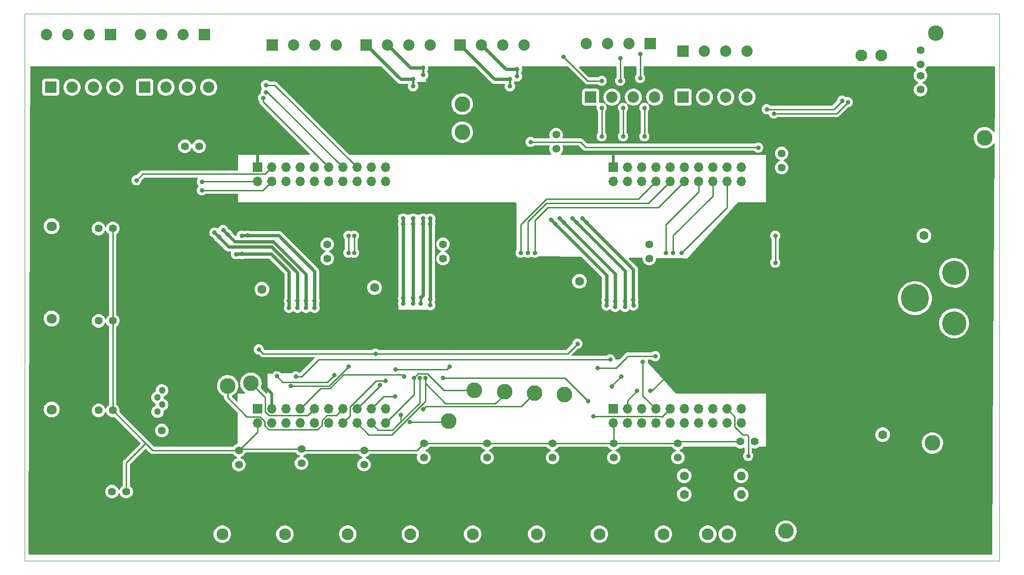
<source format=gbr>
%TF.GenerationSoftware,KiCad,Pcbnew,(6.0.0)*%
%TF.CreationDate,2022-10-28T16:08:40-04:00*%
%TF.ProjectId,Top_Level,546f705f-4c65-4766-956c-2e6b69636164,rev?*%
%TF.SameCoordinates,PX33f5838PY820f690*%
%TF.FileFunction,Copper,L2,Bot*%
%TF.FilePolarity,Positive*%
%FSLAX46Y46*%
G04 Gerber Fmt 4.6, Leading zero omitted, Abs format (unit mm)*
G04 Created by KiCad (PCBNEW (6.0.0)) date 2022-10-28 16:08:40*
%MOMM*%
%LPD*%
G01*
G04 APERTURE LIST*
%TA.AperFunction,Profile*%
%ADD10C,0.100000*%
%TD*%
%TA.AperFunction,ComponentPad*%
%ADD11C,1.400000*%
%TD*%
%TA.AperFunction,ComponentPad*%
%ADD12C,2.800000*%
%TD*%
%TA.AperFunction,ComponentPad*%
%ADD13C,2.100000*%
%TD*%
%TA.AperFunction,ComponentPad*%
%ADD14C,1.422400*%
%TD*%
%TA.AperFunction,ComponentPad*%
%ADD15C,2.768600*%
%TD*%
%TA.AperFunction,ComponentPad*%
%ADD16R,1.700000X1.700000*%
%TD*%
%TA.AperFunction,ComponentPad*%
%ADD17O,1.700000X1.700000*%
%TD*%
%TA.AperFunction,ComponentPad*%
%ADD18R,2.025000X2.025000*%
%TD*%
%TA.AperFunction,ComponentPad*%
%ADD19C,2.025000*%
%TD*%
%TA.AperFunction,ComponentPad*%
%ADD20C,1.200000*%
%TD*%
%TA.AperFunction,ComponentPad*%
%ADD21C,1.600000*%
%TD*%
%TA.AperFunction,ComponentPad*%
%ADD22O,1.600000X1.600000*%
%TD*%
%TA.AperFunction,ComponentPad*%
%ADD23C,1.800000*%
%TD*%
%TA.AperFunction,ComponentPad*%
%ADD24C,5.040000*%
%TD*%
%TA.AperFunction,ComponentPad*%
%ADD25C,4.065000*%
%TD*%
%TA.AperFunction,ComponentPad*%
%ADD26C,4.335000*%
%TD*%
%TA.AperFunction,ViaPad*%
%ADD27C,1.500000*%
%TD*%
%TA.AperFunction,ViaPad*%
%ADD28C,0.800000*%
%TD*%
%TA.AperFunction,ViaPad*%
%ADD29C,1.000000*%
%TD*%
%TA.AperFunction,Conductor*%
%ADD30C,0.500000*%
%TD*%
%TA.AperFunction,Conductor*%
%ADD31C,0.250000*%
%TD*%
%TA.AperFunction,Conductor*%
%ADD32C,0.600000*%
%TD*%
%TA.AperFunction,Conductor*%
%ADD33C,0.400000*%
%TD*%
G04 APERTURE END LIST*
D10*
X0Y0D02*
X173990000Y0D01*
X173990000Y0D02*
X173990000Y97790000D01*
X173990000Y97790000D02*
X0Y97790000D01*
X0Y97790000D02*
X0Y0D01*
D11*
%TO.P,JP2,1,A*%
%TO.N,+24V*%
X111506000Y56622000D03*
%TO.P,JP2,2,B*%
%TO.N,Net-(C10-Pad2)*%
X111506000Y54082000D03*
%TD*%
D12*
%TO.P,TP15,1,1*%
%TO.N,Net-(C29-Pad1)*%
X135890000Y5334000D03*
%TD*%
D13*
%TO.P,J21,1,1*%
%TO.N,GND*%
X42954000Y4806000D03*
%TO.P,J21,2,2*%
%TO.N,Net-(J21-Pad2)*%
X46454000Y4806000D03*
%TD*%
%TO.P,J9,1,1*%
%TO.N,GND*%
X110518000Y4806000D03*
%TO.P,J9,2,2*%
%TO.N,Net-(J9-Pad2)*%
X114018000Y4806000D03*
%TD*%
D14*
%TO.P,J6,1,VBUS*%
%TO.N,+5V*%
X159919000Y84278099D03*
%TO.P,J6,2,D-*%
%TO.N,unconnected-(J6-Pad2)*%
X159919000Y86778099D03*
%TO.P,J6,3,D+*%
%TO.N,unconnected-(J6-Pad3)*%
X159919000Y88778100D03*
%TO.P,J6,4,GND*%
%TO.N,GND*%
X159919000Y91278100D03*
D15*
%TO.P,J6,5,Shield*%
X162629000Y81208100D03*
%TO.P,J6,6,MOUNT*%
%TO.N,unconnected-(J6-Pad6)*%
X162629000Y94348099D03*
%TD*%
D11*
%TO.P,JP15,1,A*%
%TO.N,+3.3V*%
X28595000Y74148000D03*
%TO.P,JP15,2,B*%
%TO.N,Net-(JP15-Pad2)*%
X31135000Y74148000D03*
%TD*%
D16*
%TO.P,J4-J2,1,Pin_1*%
%TO.N,GND*%
X41529000Y70358000D03*
D17*
%TO.P,J4-J2,2,Pin_2*%
%TO.N,RESET_OUT*%
X41529000Y67818000D03*
%TO.P,J4-J2,3,Pin_3*%
%TO.N,HOME_OUT*%
X44069000Y70358000D03*
%TO.P,J4-J2,4,Pin_4*%
%TO.N,START_OUT*%
X44069000Y67818000D03*
%TO.P,J4-J2,5,Pin_5*%
%TO.N,/MSP432E401Y/PH_2*%
X46609000Y70358000D03*
%TO.P,J4-J2,6,Pin_6*%
%TO.N,Y_HOME*%
X46609000Y67818000D03*
%TO.P,J4-J2,7,Pin_7*%
%TO.N,/MSP432E401Y/PH_3*%
X49149000Y70358000D03*
%TO.P,J4-J2,8,Pin_8*%
%TO.N,Y_FAULT*%
X49149000Y67818000D03*
%TO.P,J4-J2,9,Pin_9*%
%TO.N,/MSP432E401Y/RST*%
X51689000Y70358000D03*
%TO.P,J4-J2,10,Pin_10*%
%TO.N,/MSP432E401Y/PL_4*%
X51689000Y67818000D03*
%TO.P,J4-J2,11,Pin_11*%
%TO.N,DEMUX_S0*%
X54229000Y70358000D03*
%TO.P,J4-J2,12,Pin_12*%
%TO.N,/MSP432E401Y/PL_5*%
X54229000Y67818000D03*
%TO.P,J4-J2,13,Pin_13*%
%TO.N,DEMUX_S1*%
X56769000Y70358000D03*
%TO.P,J4-J2,14,Pin_14*%
%TO.N,/MSP432E401Y/PL_0*%
X56769000Y67818000D03*
%TO.P,J4-J2,15,Pin_15*%
%TO.N,DEMUX_S2*%
X59309000Y70358000D03*
%TO.P,J4-J2,16,Pin_16*%
%TO.N,/MSP432E401Y/PL_1*%
X59309000Y67818000D03*
%TO.P,J4-J2,17,Pin_17*%
%TO.N,/MSP432E401Y/PN_3*%
X61849000Y70358000D03*
%TO.P,J4-J2,18,Pin_18*%
%TO.N,/MSP432E401Y/PL_2*%
X61849000Y67818000D03*
%TO.P,J4-J2,19,Pin_19*%
%TO.N,/MSP432E401Y/PP_2*%
X64389000Y70358000D03*
%TO.P,J4-J2,20,Pin_20*%
%TO.N,/MSP432E401Y/PL_3*%
X64389000Y67818000D03*
%TD*%
D18*
%TO.P,J18,1,1*%
%TO.N,Net-(J18-Pad1)*%
X21417992Y84691114D03*
D19*
%TO.P,J18,2,2*%
%TO.N,Net-(J18-Pad2)*%
X25227992Y84691114D03*
%TO.P,J18,3,3*%
%TO.N,Net-(J18-Pad3)*%
X29037992Y84691114D03*
%TO.P,J18,4,4*%
%TO.N,Net-(J18-Pad4)*%
X32847992Y84691114D03*
%TD*%
D20*
%TO.P,LED1,1,ANODE_BLUE*%
%TO.N,Net-(LED1-Pad1)*%
X24511000Y30501000D03*
%TO.P,LED1,2,ANODE_RED*%
%TO.N,Net-(LED1-Pad2)*%
X23711000Y29231000D03*
%TO.P,LED1,3,COMMON_CATHODE*%
%TO.N,Net-(JP14-Pad2)*%
X24511000Y27961000D03*
%TO.P,LED1,4,ANODE_GREEN*%
%TO.N,Net-(LED1-Pad4)*%
X23711000Y26691000D03*
%TD*%
D21*
%TO.P,C28,1*%
%TO.N,+24V*%
X153162000Y22586000D03*
%TO.P,C28,2*%
%TO.N,GND*%
X153162000Y20086000D03*
%TD*%
D18*
%TO.P,J4,1,1*%
%TO.N,/StepperDriver2/2B*%
X44214000Y92264000D03*
D19*
%TO.P,J4,2,2*%
%TO.N,/StepperDriver2/2A*%
X48024000Y92264000D03*
%TO.P,J4,3,3*%
%TO.N,/StepperDriver2/1B*%
X51834000Y92264000D03*
%TO.P,J4,4,4*%
%TO.N,/StepperDriver2/1A*%
X55644000Y92264000D03*
%TD*%
D11*
%TO.P,JP20,1,A*%
%TO.N,+3.3V*%
X60579000Y19772000D03*
%TO.P,JP20,2,B*%
%TO.N,Net-(JP20-Pad2)*%
X60579000Y17232000D03*
%TD*%
D18*
%TO.P,J16,1,1*%
%TO.N,Net-(J16-Pad1)*%
X4640753Y84691114D03*
D19*
%TO.P,J16,2,2*%
%TO.N,Net-(J16-Pad2)*%
X8450753Y84691114D03*
%TO.P,J16,3,3*%
%TO.N,Net-(J16-Pad3)*%
X12260753Y84691114D03*
%TO.P,J16,4,4*%
%TO.N,Net-(J16-Pad4)*%
X16070753Y84691114D03*
%TD*%
D18*
%TO.P,J14,1,1*%
%TO.N,Net-(IC5-Pad15)*%
X32063753Y94145650D03*
D19*
%TO.P,J14,2,2*%
%TO.N,Net-(IC5-Pad14)*%
X28253753Y94145650D03*
%TO.P,J14,3,3*%
%TO.N,Net-(IC5-Pad13)*%
X24443753Y94145650D03*
%TO.P,J14,4,4*%
%TO.N,Net-(IC5-Pad12)*%
X20633753Y94145650D03*
%TD*%
D12*
%TO.P,TP7,1,1*%
%TO.N,X_ENABLE*%
X90982800Y30002800D03*
%TD*%
D11*
%TO.P,JP10,1,A*%
%TO.N,+3.3V*%
X127782000Y21336000D03*
%TO.P,JP10,2,B*%
%TO.N,Net-(C29-Pad1)*%
X130322000Y21336000D03*
%TD*%
%TO.P,JP13,1,A*%
%TO.N,+3.3V*%
X105156000Y21042000D03*
%TO.P,JP13,2,B*%
%TO.N,Net-(JP13-Pad2)*%
X105156000Y18502000D03*
%TD*%
%TO.P,JP8,1,A*%
%TO.N,+3.3V*%
X116614000Y21042000D03*
%TO.P,JP8,2,B*%
%TO.N,Net-(JP8-Pad2)*%
X116614000Y18502000D03*
%TD*%
D18*
%TO.P,J19,1,1*%
%TO.N,Net-(J19-Pad1)*%
X101044463Y82921000D03*
D19*
%TO.P,J19,2,2*%
%TO.N,Net-(J19-Pad2)*%
X104854463Y82921000D03*
%TO.P,J19,3,3*%
%TO.N,Net-(J19-Pad3)*%
X108664463Y82921000D03*
%TO.P,J19,4,4*%
%TO.N,Net-(J19-Pad4)*%
X112474463Y82921000D03*
%TD*%
D12*
%TO.P,TP3,1,1*%
%TO.N,Y_DIR*%
X40386000Y31780800D03*
%TD*%
D16*
%TO.P,J8-J6,1,Pin_1*%
%TO.N,GND*%
X105029000Y70358000D03*
D17*
%TO.P,J8-J6,2,Pin_2*%
%TO.N,MUX_OUT*%
X105029000Y67818000D03*
%TO.P,J8-J6,3,Pin_3*%
%TO.N,MUX_S0*%
X107569000Y70358000D03*
%TO.P,J8-J6,4,Pin_4*%
%TO.N,/MSP432E401Y/PK_4*%
X107569000Y67818000D03*
%TO.P,J8-J6,5,Pin_5*%
%TO.N,MUX_S1*%
X110109000Y70358000D03*
%TO.P,J8-J6,6,Pin_6*%
%TO.N,/MSP432E401Y/PK_5*%
X110109000Y67818000D03*
%TO.P,J8-J6,7,Pin_7*%
%TO.N,MUX_S2*%
X112649000Y70358000D03*
%TO.P,J8-J6,8,Pin_8*%
%TO.N,FP_2_OUT*%
X112649000Y67818000D03*
%TO.P,J8-J6,9,Pin_9*%
%TO.N,N/C*%
X115189000Y70358000D03*
%TO.P,J8-J6,10,Pin_10*%
%TO.N,FP_1_OUT*%
X115189000Y67818000D03*
%TO.P,J8-J6,11,Pin_11*%
%TO.N,MAG_IN2*%
X117729000Y70358000D03*
%TO.P,J8-J6,12,Pin_12*%
%TO.N,FP_3_OUT*%
X117729000Y67818000D03*
%TO.P,J8-J6,13,Pin_13*%
%TO.N,MAG_IN1*%
X120269000Y70358000D03*
%TO.P,J8-J6,14,Pin_14*%
%TO.N,Z_MS2*%
X120269000Y67818000D03*
%TO.P,J8-J6,15,Pin_15*%
%TO.N,/MSP432E401Y/PP_3*%
X122809000Y70358000D03*
%TO.P,J8-J6,16,Pin_16*%
%TO.N,Z_MS1*%
X122809000Y67818000D03*
%TO.P,J8-J6,17,Pin_17*%
%TO.N,/MSP432E401Y/PQ_1*%
X125349000Y70358000D03*
%TO.P,J8-J6,18,Pin_18*%
%TO.N,Z_MS0*%
X125349000Y67818000D03*
%TO.P,J8-J6,19,Pin_19*%
%TO.N,/MSP432E401Y/PM_6*%
X127889000Y70358000D03*
%TO.P,J8-J6,20,Pin_20*%
%TO.N,/MSP432E401Y/PK_7*%
X127889000Y67818000D03*
%TD*%
D11*
%TO.P,JP18,1,A*%
%TO.N,+3.3V*%
X49403000Y20026000D03*
%TO.P,JP18,2,B*%
%TO.N,Net-(JP18-Pad2)*%
X49403000Y17486000D03*
%TD*%
D13*
%TO.P,J23,1,1*%
%TO.N,GND*%
X54178000Y4806000D03*
%TO.P,J23,2,2*%
%TO.N,Net-(J23-Pad2)*%
X57678000Y4806000D03*
%TD*%
D11*
%TO.P,JP11,1,A*%
%TO.N,+5V*%
X135128000Y72878000D03*
%TO.P,JP11,2,B*%
%TO.N,Net-(C30-Pad1)*%
X135128000Y70338000D03*
%TD*%
D12*
%TO.P,TP4,1,1*%
%TO.N,Z_ENABLE*%
X96342200Y29723400D03*
%TD*%
%TO.P,TP14,1,1*%
%TO.N,Net-(C30-Pad1)*%
X171323000Y75672000D03*
%TD*%
D18*
%TO.P,J3,1,1*%
%TO.N,/StepperDriver1/2B*%
X60978000Y92264000D03*
D19*
%TO.P,J3,2,2*%
%TO.N,/StepperDriver1/2A*%
X64788000Y92264000D03*
%TO.P,J3,3,3*%
%TO.N,/StepperDriver1/1B*%
X68598000Y92264000D03*
%TO.P,J3,4,4*%
%TO.N,/StepperDriver1/1A*%
X72408000Y92264000D03*
%TD*%
D16*
%TO.P,J1-J3,1,Pin_1*%
%TO.N,/MSP432E401Y/+5V*%
X41529000Y27178000D03*
D17*
%TO.P,J1-J3,2,Pin_2*%
%TO.N,+3.3V*%
X41529000Y24638000D03*
%TO.P,J1-J3,3,Pin_3*%
%TO.N,GND*%
X44069000Y27178000D03*
%TO.P,J1-J3,4,Pin_4*%
%TO.N,LED_G*%
X44069000Y24638000D03*
%TO.P,J1-J3,5,Pin_5*%
%TO.N,XYZ_RESET*%
X46609000Y27178000D03*
%TO.P,J1-J3,6,Pin_6*%
%TO.N,LED_R*%
X46609000Y24638000D03*
%TO.P,J1-J3,7,Pin_7*%
%TO.N,XYZ_DECAY*%
X49149000Y27178000D03*
%TO.P,J1-J3,8,Pin_8*%
%TO.N,LED_B*%
X49149000Y24638000D03*
%TO.P,J1-J3,9,Pin_9*%
%TO.N,Y_DIR*%
X51689000Y27178000D03*
%TO.P,J1-J3,10,Pin_10*%
%TO.N,COLOR_OUT*%
X51689000Y24638000D03*
%TO.P,J1-J3,11,Pin_11*%
%TO.N,Y_ENABLE*%
X54229000Y27178000D03*
%TO.P,J1-J3,12,Pin_12*%
%TO.N,NEXT_TURN_OUT*%
X54229000Y24638000D03*
%TO.P,J1-J3,13,Pin_13*%
%TO.N,Y_STEP*%
X56769000Y27178000D03*
%TO.P,J1-J3,14,Pin_14*%
%TO.N,X_FAULT*%
X56769000Y24638000D03*
%TO.P,J1-J3,15,Pin_15*%
%TO.N,XY_MS0*%
X59309000Y27178000D03*
%TO.P,J1-J3,16,Pin_16*%
%TO.N,X_STEP*%
X59309000Y24638000D03*
%TO.P,J1-J3,17,Pin_17*%
%TO.N,XY_MS1*%
X61849000Y27178000D03*
%TO.P,J1-J3,18,Pin_18*%
%TO.N,X_ENABLE*%
X61849000Y24638000D03*
%TO.P,J1-J3,19,Pin_19*%
%TO.N,XY_MS2*%
X64389000Y27178000D03*
%TO.P,J1-J3,20,Pin_20*%
%TO.N,X_DIR*%
X64389000Y24638000D03*
%TD*%
D12*
%TO.P,TP1,1,1*%
%TO.N,Y_ENABLE*%
X75666600Y24999000D03*
%TD*%
D21*
%TO.P,C19,1*%
%TO.N,Net-(C19-Pad1)*%
X62458600Y48895000D03*
%TO.P,C19,2*%
%TO.N,GND*%
X62458600Y51395000D03*
%TD*%
%TO.P,R16,1*%
%TO.N,U3TX*%
X117729000Y15220000D03*
D22*
%TO.P,R16,2*%
%TO.N,/PiConnector1/Rx_Pi*%
X127889000Y15220000D03*
%TD*%
D11*
%TO.P,JP12,1,A*%
%TO.N,+3.3V*%
X15728000Y26924000D03*
%TO.P,JP12,2,B*%
%TO.N,Net-(JP12-Pad2)*%
X13188000Y26924000D03*
%TD*%
D23*
%TO.P,S2,1,COM*%
%TO.N,GND*%
X4826000Y66250000D03*
%TO.P,S2,2,NO*%
%TO.N,Net-(R23-Pad1)*%
X4826000Y59850000D03*
%TD*%
D13*
%TO.P,J2,1,1*%
%TO.N,/Electromagnet1/OUT1*%
X149380000Y90386000D03*
%TO.P,J2,2,2*%
%TO.N,/Electromagnet1/OUT2*%
X152880000Y90386000D03*
%TD*%
D11*
%TO.P,JP14,1,A*%
%TO.N,GND*%
X27031000Y23348000D03*
%TO.P,JP14,2,B*%
%TO.N,Net-(JP14-Pad2)*%
X24491000Y23348000D03*
%TD*%
D23*
%TO.P,S1,1,COM*%
%TO.N,GND*%
X4826000Y49740000D03*
%TO.P,S1,2,NO*%
%TO.N,Net-(R20-Pad1)*%
X4826000Y43340000D03*
%TD*%
D18*
%TO.P,J12,1,1*%
%TO.N,Net-(IC5-Pad5)*%
X15290753Y94145650D03*
D19*
%TO.P,J12,2,2*%
%TO.N,Net-(IC5-Pad4)*%
X11480753Y94145650D03*
%TO.P,J12,3,3*%
%TO.N,Net-(IC5-Pad2)*%
X7670753Y94145650D03*
%TO.P,J12,4,4*%
%TO.N,Net-(IC5-Pad1)*%
X3860753Y94145650D03*
%TD*%
D11*
%TO.P,JP4,1,A*%
%TO.N,+3.3V*%
X15728000Y42926000D03*
%TO.P,JP4,2,B*%
%TO.N,Net-(JP4-Pad2)*%
X13188000Y42926000D03*
%TD*%
%TO.P,JP16,1,A*%
%TO.N,MUX_OUT*%
X94869000Y73660000D03*
%TO.P,JP16,2,B*%
%TO.N,Net-(JP16-Pad2)*%
X94869000Y76200000D03*
%TD*%
%TO.P,JP5,1,A*%
%TO.N,+3.3V*%
X15728000Y59436000D03*
%TO.P,JP5,2,B*%
%TO.N,Net-(JP5-Pad2)*%
X13188000Y59436000D03*
%TD*%
D18*
%TO.P,J17,1,1*%
%TO.N,Net-(J17-Pad1)*%
X117545463Y82921000D03*
D19*
%TO.P,J17,2,2*%
%TO.N,Net-(J17-Pad2)*%
X121355463Y82921000D03*
%TO.P,J17,3,3*%
%TO.N,Net-(J17-Pad3)*%
X125165463Y82921000D03*
%TO.P,J17,4,4*%
%TO.N,Net-(J17-Pad4)*%
X128975463Y82921000D03*
%TD*%
D21*
%TO.P,C1,1*%
%TO.N,Net-(C1-Pad1)*%
X42354500Y48584800D03*
%TO.P,C1,2*%
%TO.N,GND*%
X42354500Y51084800D03*
%TD*%
%TO.P,C27,1*%
%TO.N,+24V*%
X160528000Y58186000D03*
%TO.P,C27,2*%
%TO.N,GND*%
X160528000Y60686000D03*
%TD*%
D11*
%TO.P,JP9,1,A*%
%TO.N,+24V*%
X74676000Y56622000D03*
%TO.P,JP9,2,B*%
%TO.N,Net-(C19-Pad1)*%
X74676000Y54082000D03*
%TD*%
D12*
%TO.P,TP10,1,1*%
%TO.N,GND*%
X169926000Y23368000D03*
%TD*%
%TO.P,TP9,1,1*%
%TO.N,X_DIR*%
X80238600Y30536200D03*
%TD*%
D11*
%TO.P,JP7,1,A*%
%TO.N,+3.3V*%
X18141000Y12426000D03*
%TO.P,JP7,2,B*%
%TO.N,Net-(JP7-Pad2)*%
X15601000Y12426000D03*
%TD*%
D13*
%TO.P,J7,1,1*%
%TO.N,GND*%
X87912000Y4806000D03*
%TO.P,J7,2,2*%
%TO.N,Net-(J7-Pad2)*%
X91412000Y4806000D03*
%TD*%
D12*
%TO.P,TP12,1,1*%
%TO.N,GND*%
X169926000Y15240000D03*
%TD*%
%TO.P,TP11,1,1*%
%TO.N,GND*%
X169926000Y7310735D03*
%TD*%
D11*
%TO.P,JP1,1,A*%
%TO.N,+24V*%
X54013100Y56622000D03*
%TO.P,JP1,2,B*%
%TO.N,Net-(C1-Pad1)*%
X54013100Y54082000D03*
%TD*%
D12*
%TO.P,TP8,1,1*%
%TO.N,X_STEP*%
X85648800Y30256800D03*
%TD*%
D11*
%TO.P,JP6,1,A*%
%TO.N,+3.3V*%
X82550000Y21042000D03*
%TO.P,JP6,2,B*%
%TO.N,Net-(JP6-Pad2)*%
X82550000Y18502000D03*
%TD*%
D21*
%TO.P,R15,1*%
%TO.N,U3RX*%
X117729000Y11918000D03*
D22*
%TO.P,R15,2*%
%TO.N,/PiConnector1/Tx_Pi*%
X127889000Y11918000D03*
%TD*%
D21*
%TO.P,C7,1*%
%TO.N,Net-(C10-Pad2)*%
X99036722Y50013812D03*
%TO.P,C7,2*%
%TO.N,GND*%
X99036722Y52513812D03*
%TD*%
D11*
%TO.P,JP3,1,A*%
%TO.N,+3.3V*%
X94234000Y21042000D03*
%TO.P,JP3,2,B*%
%TO.N,Net-(JP3-Pad2)*%
X94234000Y18502000D03*
%TD*%
D13*
%TO.P,J1,1,1*%
%TO.N,/PiConnector1/Rx_Pi*%
X121948000Y4806000D03*
%TO.P,J1,2,2*%
%TO.N,/PiConnector1/Tx_Pi*%
X125448000Y4806000D03*
%TD*%
%TO.P,J22,1,1*%
%TO.N,GND*%
X65334000Y4806000D03*
%TO.P,J22,2,2*%
%TO.N,Net-(J22-Pad2)*%
X68834000Y4806000D03*
%TD*%
%TO.P,J11,1,1*%
%TO.N,GND*%
X99088000Y4806000D03*
%TO.P,J11,2,2*%
%TO.N,Net-(J11-Pad2)*%
X102588000Y4806000D03*
%TD*%
D18*
%TO.P,J5,1,1*%
%TO.N,/StepperDriver3/2B*%
X77733000Y92264000D03*
D19*
%TO.P,J5,2,2*%
%TO.N,/StepperDriver3/2A*%
X81543000Y92264000D03*
%TO.P,J5,3,3*%
%TO.N,/StepperDriver3/1B*%
X85353000Y92264000D03*
%TO.P,J5,4,4*%
%TO.N,/StepperDriver3/1A*%
X89163000Y92264000D03*
%TD*%
D23*
%TO.P,S3,1,COM*%
%TO.N,GND*%
X4826000Y33484000D03*
%TO.P,S3,2,NO*%
%TO.N,Net-(R44-Pad1)*%
X4826000Y27084000D03*
%TD*%
D12*
%TO.P,TP6,1,1*%
%TO.N,N/C*%
X78105000Y81691800D03*
%TD*%
D18*
%TO.P,J15,1,1*%
%TO.N,Net-(IC6-Pad15)*%
X111694463Y92511000D03*
D19*
%TO.P,J15,2,2*%
%TO.N,Net-(IC6-Pad14)*%
X107884463Y92511000D03*
%TO.P,J15,3,3*%
%TO.N,Net-(IC6-Pad13)*%
X104074463Y92511000D03*
%TO.P,J15,4,4*%
%TO.N,Net-(IC6-Pad12)*%
X100264463Y92511000D03*
%TD*%
D11*
%TO.P,JP19,1,A*%
%TO.N,+3.3V*%
X71247000Y21042000D03*
%TO.P,JP19,2,B*%
%TO.N,Net-(JP19-Pad2)*%
X71247000Y18502000D03*
%TD*%
D13*
%TO.P,J20,1,1*%
%TO.N,GND*%
X31778000Y4806000D03*
%TO.P,J20,2,2*%
%TO.N,Net-(J20-Pad2)*%
X35278000Y4806000D03*
%TD*%
%TO.P,J8,1,1*%
%TO.N,GND*%
X76482000Y4806000D03*
%TO.P,J8,2,2*%
%TO.N,Net-(J8-Pad2)*%
X79982000Y4806000D03*
%TD*%
D12*
%TO.P,TP5,1,1*%
%TO.N,N/C*%
X78105000Y76662600D03*
%TD*%
D11*
%TO.P,JP17,1,A*%
%TO.N,+3.3V*%
X38227000Y19772000D03*
%TO.P,JP17,2,B*%
%TO.N,Net-(JP17-Pad2)*%
X38227000Y17232000D03*
%TD*%
D16*
%TO.P,J5-J7,1,Pin_1*%
%TO.N,N/C*%
X105029000Y27178000D03*
D17*
%TO.P,J5-J7,2,Pin_2*%
%TO.N,+3.3V*%
X105029000Y24638000D03*
%TO.P,J5-J7,3,Pin_3*%
%TO.N,GND*%
X107569000Y27178000D03*
%TO.P,J5-J7,4,Pin_4*%
%TO.N,X_HOME*%
X107569000Y24638000D03*
%TO.P,J5-J7,5,Pin_5*%
%TO.N,Z_FAULT*%
X110109000Y27178000D03*
%TO.P,J5-J7,6,Pin_6*%
%TO.N,/MSP432E401Y/PP_0*%
X110109000Y24638000D03*
%TO.P,J5-J7,7,Pin_7*%
%TO.N,Z_HOME*%
X112649000Y27178000D03*
%TO.P,J5-J7,8,Pin_8*%
%TO.N,CAPTURE_OUT*%
X112649000Y24638000D03*
%TO.P,J5-J7,9,Pin_9*%
%TO.N,LS_Z_OUT*%
X115189000Y27178000D03*
%TO.P,J5-J7,10,Pin_10*%
%TO.N,/MSP432E401Y/PD_4*%
X115189000Y24638000D03*
%TO.P,J5-J7,11,Pin_11*%
%TO.N,LS_Y_OUT*%
X117729000Y27178000D03*
%TO.P,J5-J7,12,Pin_12*%
%TO.N,/MSP432E401Y/PD_5*%
X117729000Y24638000D03*
%TO.P,J5-J7,13,Pin_13*%
%TO.N,LS_X_OUT*%
X120269000Y27178000D03*
%TO.P,J5-J7,14,Pin_14*%
%TO.N,/MSP432E401Y/PQ_0*%
X120269000Y24638000D03*
%TO.P,J5-J7,15,Pin_15*%
%TO.N,/MSP432E401Y/PK_3*%
X122809000Y27178000D03*
%TO.P,J5-J7,16,Pin_16*%
%TO.N,Z_DIR*%
X122809000Y24638000D03*
%TO.P,J5-J7,17,Pin_17*%
%TO.N,U3RX*%
X125349000Y27178000D03*
%TO.P,J5-J7,18,Pin_18*%
%TO.N,Z_ENABLE*%
X125349000Y24638000D03*
%TO.P,J5-J7,19,Pin_19*%
%TO.N,U3TX*%
X127889000Y27178000D03*
%TO.P,J5-J7,20,Pin_20*%
%TO.N,Z_STEP*%
X127889000Y24638000D03*
%TD*%
D12*
%TO.P,TP2,1,1*%
%TO.N,Y_STEP*%
X36245800Y31323600D03*
%TD*%
D18*
%TO.P,J13,1,1*%
%TO.N,Net-(IC6-Pad5)*%
X117545463Y91111000D03*
D19*
%TO.P,J13,2,2*%
%TO.N,Net-(IC6-Pad4)*%
X121355463Y91111000D03*
%TO.P,J13,3,3*%
%TO.N,Net-(IC6-Pad2)*%
X125165463Y91111000D03*
%TO.P,J13,4,4*%
%TO.N,Net-(IC6-Pad1)*%
X128975463Y91111000D03*
%TD*%
D24*
%TO.P,J10,1,1*%
%TO.N,Net-(F1-Pad1)*%
X158922000Y46990000D03*
D25*
%TO.P,J10,2,2*%
%TO.N,GND*%
X164922000Y46990000D03*
D26*
%TO.P,J10,3,3*%
%TO.N,unconnected-(J10-Pad3)*%
X165922000Y51490000D03*
%TO.P,J10,4,4*%
%TO.N,unconnected-(J10-Pad4)*%
X165922000Y42490000D03*
%TD*%
D12*
%TO.P,TP13,1,1*%
%TO.N,Net-(F1-Pad1)*%
X162052000Y21082000D03*
%TD*%
D27*
%TO.N,GND*%
X28498800Y42474200D03*
D28*
X44132500Y46278800D03*
X109321600Y30434600D03*
X100814722Y47199812D03*
X97155000Y83546000D03*
D27*
X125349000Y45192000D03*
X22860000Y48392400D03*
X34163000Y42474200D03*
X106224922Y40618900D03*
D28*
X111658400Y30434600D03*
D27*
X65964482Y39674300D03*
X131013200Y45192000D03*
X25603200Y45522200D03*
X31267400Y51516600D03*
X131013200Y51186400D03*
X125349000Y51186400D03*
D28*
X65024682Y46252900D03*
X148844000Y82022000D03*
X33401000Y78034200D03*
D27*
X140411200Y35712400D03*
X34163000Y54386800D03*
X119710200Y51186400D03*
X31267400Y45522200D03*
D29*
X40526204Y84354635D03*
D27*
X125349000Y39273800D03*
X119710200Y39273800D03*
X119710200Y45192000D03*
X146050000Y35712400D03*
X53759100Y40132000D03*
D28*
X122809000Y16490000D03*
D27*
X140411200Y29794200D03*
X143154400Y45872400D03*
X128117600Y42321800D03*
X22860000Y42474200D03*
X25654000Y51516600D03*
X146050000Y29794200D03*
X102186322Y40618900D03*
X49568100Y40132000D03*
X70460282Y39674300D03*
X140411200Y48742600D03*
X22860000Y54386800D03*
X28498800Y48392400D03*
X110873122Y40618900D03*
X74651282Y39674300D03*
D28*
X76708000Y52070000D03*
D27*
X122504200Y48316200D03*
X45072300Y40132000D03*
X140411200Y42824400D03*
D28*
X132461000Y87102000D03*
D27*
X143154400Y32842200D03*
D28*
X29845000Y23348000D03*
D27*
X122453400Y42321800D03*
X28498800Y54386800D03*
X128117600Y48316200D03*
X146050000Y48742600D03*
X34163000Y48392400D03*
X146050000Y42824400D03*
X131013200Y39273800D03*
D28*
%TO.N,Net-(C2-Pad2)*%
X45008800Y33025400D03*
X55245000Y33254000D03*
%TO.N,Net-(C8-Pad2)*%
X112574000Y36631000D03*
X102235000Y34524000D03*
%TO.N,+3.3V*%
X90297000Y74910000D03*
X130937000Y73894000D03*
X133985000Y53320000D03*
X133985000Y58146000D03*
%TO.N,RESET_OUT*%
X31623000Y67798000D03*
%TO.N,HOME_OUT*%
X19939000Y68052000D03*
%TO.N,START_OUT*%
X31623000Y66274000D03*
%TO.N,/StepperDriver2/1A*%
X51752500Y45262800D03*
X39771000Y58166000D03*
X38735000Y58146000D03*
X51752500Y46532800D03*
%TO.N,/StepperDriver2/2A*%
X36195000Y58400000D03*
X35433000Y59162000D03*
X50228500Y45262800D03*
X50228500Y46532800D03*
%TO.N,/StepperDriver2/2B*%
X33883600Y58704800D03*
X48704500Y45262800D03*
X34691000Y57912000D03*
X48704500Y46532800D03*
%TO.N,/StepperDriver2/1B*%
X38755000Y54864000D03*
X47180500Y46532800D03*
X37719000Y54844000D03*
X47180500Y45262800D03*
%TO.N,XYZ_RESET*%
X41783000Y37826000D03*
X62611000Y37064000D03*
X98679000Y38842000D03*
%TO.N,Y_FAULT*%
X57785000Y34768695D03*
X47523400Y31259500D03*
X58801000Y58146000D03*
X58801000Y55098000D03*
%TO.N,XYZ_DECAY*%
X67741800Y33000000D03*
X48387000Y33000000D03*
X104521000Y36048000D03*
%TO.N,Y_ENABLE*%
X68707000Y24821200D03*
%TO.N,Y_HOME*%
X57785000Y55098000D03*
X57785000Y58146000D03*
%TO.N,/StepperDriver3/1A*%
X108688722Y45675812D03*
X100330000Y60452000D03*
X99568000Y61214000D03*
X108651222Y46691812D03*
%TO.N,/StepperDriver3/2A*%
X107164722Y46437812D03*
X87884000Y87884000D03*
X107164722Y45421812D03*
X98552000Y60452000D03*
X87884000Y86614000D03*
X97790000Y61214000D03*
%TO.N,/StepperDriver3/2B*%
X105386722Y46437812D03*
X95504000Y61214000D03*
X86614000Y84836000D03*
X86614000Y86106000D03*
X105386722Y45421812D03*
X96266000Y60452000D03*
%TO.N,/StepperDriver3/1B*%
X94742000Y60198000D03*
X103862722Y45675812D03*
X93980000Y60960000D03*
X103862722Y46691812D03*
%TO.N,Z_ENABLE*%
X104851200Y31222000D03*
X106502200Y33000000D03*
%TO.N,Z_HOME*%
X110333000Y35615000D03*
%TO.N,/StepperDriver1/1A*%
X72390000Y61214000D03*
X72390000Y45725400D03*
X72390000Y60198000D03*
X72390682Y46760900D03*
%TO.N,/StepperDriver1/2A*%
X71120000Y61214000D03*
X71120000Y86868000D03*
X70739000Y47097000D03*
X71120000Y88138000D03*
X70713600Y46030200D03*
X71120000Y60198000D03*
%TO.N,/StepperDriver1/2B*%
X69305182Y46055600D03*
X69342000Y84836000D03*
X69342000Y86106000D03*
X69342000Y61214000D03*
X69342682Y47014900D03*
X69342000Y60198000D03*
%TO.N,/StepperDriver1/1B*%
X67564000Y61214000D03*
X67564682Y45998900D03*
X67564682Y47014900D03*
X67564000Y60198000D03*
%TO.N,X_FAULT*%
X64389000Y32238000D03*
%TO.N,X_DIR*%
X69469000Y32746000D03*
%TO.N,X_ENABLE*%
X67132200Y26142000D03*
X70485000Y32746000D03*
X71145400Y27158000D03*
%TO.N,X_STEP*%
X71501000Y32746000D03*
%TO.N,X_HOME*%
X100584000Y28555000D03*
X74676000Y32746000D03*
%TO.N,Net-(C20-Pad2)*%
X75819000Y34778000D03*
X66167000Y34270000D03*
%TO.N,U3RX*%
X129159000Y18776000D03*
%TO.N,LS_Z_OUT*%
X101473000Y25888000D03*
%TO.N,DEMUX_S2*%
X43053000Y85070000D03*
%TO.N,DEMUX_S1*%
X43053000Y83800000D03*
%TO.N,DEMUX_S0*%
X42545000Y82784000D03*
%TO.N,MUX_S2*%
X109855000Y86340000D03*
X110617000Y81006000D03*
X109855000Y90658000D03*
X110617000Y75926000D03*
%TO.N,MUX_S1*%
X106299000Y85832000D03*
X106807000Y81006000D03*
X106299000Y89896000D03*
X106807000Y75926000D03*
%TO.N,MUX_S0*%
X102997000Y85832000D03*
X102997000Y81006000D03*
X102997000Y75926000D03*
X96139000Y90150000D03*
%TO.N,MAG_IN2*%
X132461000Y80752000D03*
X145923000Y82276000D03*
%TO.N,MAG_IN1*%
X133731000Y79990000D03*
X146939000Y82022000D03*
%TO.N,FP_1_OUT*%
X89789000Y55098000D03*
%TO.N,FP_2_OUT*%
X88519000Y55098000D03*
%TO.N,FP_3_OUT*%
X91059000Y55098000D03*
%TO.N,XY_MS1*%
X66090800Y29444000D03*
%TO.N,XY_MS0*%
X63373000Y31476000D03*
%TO.N,Z_MS2*%
X114427000Y55098000D03*
%TO.N,Z_MS1*%
X115755000Y55098000D03*
%TO.N,Z_MS0*%
X117221000Y55098000D03*
%TD*%
D30*
%TO.N,GND*%
X41529000Y70358000D02*
X41529000Y72878000D01*
X105029000Y70358000D02*
X105029000Y73132000D01*
D31*
X116636800Y36454400D02*
X112472300Y40618900D01*
X111658400Y30434600D02*
X111963200Y30434600D01*
X112472300Y40618900D02*
X110873122Y40618900D01*
X107569000Y28682000D02*
X109321600Y30434600D01*
D30*
X44069000Y27178000D02*
X44069000Y29952000D01*
X44069000Y29952000D02*
X42799000Y31222000D01*
D31*
X107569000Y27178000D02*
X107569000Y28682000D01*
X116636800Y35108200D02*
X116636800Y36454400D01*
X111963200Y30434600D02*
X116636800Y35108200D01*
%TO.N,Net-(C2-Pad2)*%
X53975000Y31984000D02*
X55245000Y33254000D01*
X45008800Y33025400D02*
X46050200Y31984000D01*
X46050200Y31984000D02*
X53975000Y31984000D01*
%TO.N,Net-(C8-Pad2)*%
X112574000Y36631000D02*
X107644000Y36631000D01*
X105537000Y34524000D02*
X102235000Y34524000D01*
X107644000Y36631000D02*
X107315000Y36302000D01*
X107315000Y36302000D02*
X105537000Y34524000D01*
%TO.N,+3.3V*%
X130937000Y73894000D02*
X130870000Y73961000D01*
X15728000Y26924000D02*
X15728000Y42926000D01*
X21610000Y21042000D02*
X15728000Y26924000D01*
X99187000Y74910000D02*
X90297000Y74910000D01*
X49403000Y20026000D02*
X38481000Y20026000D01*
X41529000Y24638000D02*
X41529000Y23074000D01*
X49657000Y19772000D02*
X49403000Y20026000D01*
X60579000Y19772000D02*
X49657000Y19772000D01*
X82550000Y21042000D02*
X71247000Y21042000D01*
X18141000Y17573000D02*
X21610000Y21042000D01*
X100136000Y73961000D02*
X99187000Y74910000D01*
X127782000Y21336000D02*
X116908000Y21336000D01*
X15728000Y42926000D02*
X15728000Y59436000D01*
X69977000Y19772000D02*
X60579000Y19772000D01*
X18141000Y12426000D02*
X18141000Y17573000D01*
X38481000Y20026000D02*
X38227000Y19772000D01*
X105156000Y24511000D02*
X105029000Y24638000D01*
X38227000Y19772000D02*
X22880000Y19772000D01*
X130870000Y73961000D02*
X100136000Y73961000D01*
X22880000Y19772000D02*
X21610000Y21042000D01*
X94234000Y21042000D02*
X82550000Y21042000D01*
X71247000Y21042000D02*
X69977000Y19772000D01*
X105156000Y21042000D02*
X105156000Y24511000D01*
X105156000Y21042000D02*
X116614000Y21042000D01*
X116908000Y21336000D02*
X116614000Y21042000D01*
X133985000Y53320000D02*
X133985000Y58146000D01*
X41529000Y23074000D02*
X38227000Y19772000D01*
X105156000Y21042000D02*
X94234000Y21042000D01*
%TO.N,RESET_OUT*%
X31623000Y67798000D02*
X31643000Y67818000D01*
X31643000Y67818000D02*
X41529000Y67818000D01*
%TO.N,HOME_OUT*%
X21070000Y69183000D02*
X42894000Y69183000D01*
X19939000Y68052000D02*
X21070000Y69183000D01*
X42894000Y69183000D02*
X44069000Y70358000D01*
%TO.N,START_OUT*%
X31623000Y66274000D02*
X42525000Y66274000D01*
X42525000Y66274000D02*
X44069000Y67818000D01*
D32*
%TO.N,/StepperDriver2/1A*%
X51752500Y51790600D02*
X45377100Y58166000D01*
X51752500Y51790600D02*
X51752500Y45262800D01*
X45377100Y58166000D02*
X38755000Y58166000D01*
D33*
X39751000Y58146000D02*
X39771000Y58166000D01*
X38755000Y58166000D02*
X38735000Y58146000D01*
D32*
%TO.N,/StepperDriver2/2A*%
X44381100Y57130000D02*
X37465000Y57130000D01*
X37465000Y57130000D02*
X35433000Y59162000D01*
X50228500Y51282600D02*
X50228500Y45262800D01*
X50228500Y51282600D02*
X44381100Y57130000D01*
%TO.N,/StepperDriver2/2B*%
X48704500Y51536600D02*
X48704500Y45262800D01*
X44107100Y56134000D02*
X48704500Y51536600D01*
D33*
X33883600Y58704800D02*
X33883600Y58679400D01*
D32*
X36429000Y56134000D02*
X44107100Y56134000D01*
X33883600Y58679400D02*
X36429000Y56134000D01*
%TO.N,/StepperDriver2/1B*%
X47180500Y51693128D02*
X44009628Y54864000D01*
X44009628Y54864000D02*
X37739000Y54864000D01*
D33*
X37739000Y54864000D02*
X37719000Y54844000D01*
X38735000Y54844000D02*
X38755000Y54864000D01*
D32*
X47180500Y51693128D02*
X47180500Y45262800D01*
D31*
%TO.N,XYZ_RESET*%
X42545000Y37064000D02*
X41783000Y37826000D01*
X96901000Y37064000D02*
X62611000Y37064000D01*
X62611000Y37064000D02*
X42545000Y37064000D01*
X98679000Y38842000D02*
X96901000Y37064000D01*
%TO.N,Y_FAULT*%
X54314505Y31298200D02*
X57785000Y34768695D01*
X47523400Y31259500D02*
X47562100Y31298200D01*
X47562100Y31298200D02*
X54314505Y31298200D01*
X58801000Y55098000D02*
X58801000Y58146000D01*
%TO.N,XYZ_DECAY*%
X54500901Y30848200D02*
X52819200Y30848200D01*
X67462400Y33279400D02*
X56932101Y33279400D01*
X56932101Y33279400D02*
X54500901Y30848200D01*
X52451000Y36048000D02*
X104521000Y36048000D01*
X67741800Y33000000D02*
X67462400Y33279400D01*
X52819200Y30848200D02*
X49149000Y27178000D01*
X49403000Y33000000D02*
X52451000Y36048000D01*
X48387000Y33000000D02*
X49403000Y33000000D01*
%TO.N,Y_DIR*%
X40386000Y31780800D02*
X42894000Y29272800D01*
X43582299Y26003000D02*
X50514000Y26003000D01*
X42894000Y26691299D02*
X43582299Y26003000D01*
X42894000Y29272800D02*
X42894000Y26691299D01*
X50514000Y26003000D02*
X51689000Y27178000D01*
%TO.N,Y_ENABLE*%
X75666600Y25075200D02*
X75412600Y24821200D01*
X75412600Y24821200D02*
X68707000Y24821200D01*
%TO.N,Y_STEP*%
X39665701Y25813000D02*
X42015701Y25813000D01*
X55594000Y26003000D02*
X56769000Y27178000D01*
X42875200Y24953501D02*
X42875200Y24170099D01*
X53054000Y24281200D02*
X53054000Y25144800D01*
X42875200Y24170099D02*
X43582299Y23463000D01*
X52235800Y23463000D02*
X53054000Y24281200D01*
X43582299Y23463000D02*
X52235800Y23463000D01*
X53912200Y26003000D02*
X55594000Y26003000D01*
X36220400Y31679200D02*
X36220400Y29258301D01*
X36220400Y29258301D02*
X39665701Y25813000D01*
X53054000Y25144800D02*
X53912200Y26003000D01*
X42015701Y25813000D02*
X42875200Y24953501D01*
%TO.N,Y_HOME*%
X57785000Y55098000D02*
X57785000Y58146000D01*
D32*
%TO.N,/StepperDriver3/1A*%
X108651222Y45713312D02*
X108651222Y52130778D01*
D33*
X108688722Y45675812D02*
X108651222Y45713312D01*
D32*
X108651222Y52130778D02*
X99568000Y61214000D01*
D33*
%TO.N,/StepperDriver3/2A*%
X87884000Y87884000D02*
X87884000Y86614000D01*
D32*
X107164722Y51839278D02*
X97790000Y61214000D01*
X87884000Y87884000D02*
X85923000Y87884000D01*
X85923000Y87884000D02*
X81543000Y92264000D01*
X107164722Y45421812D02*
X107164722Y51839278D01*
D33*
%TO.N,/StepperDriver3/2B*%
X86614000Y86106000D02*
X86614000Y84836000D01*
D32*
X105386722Y45421812D02*
X105386722Y51331278D01*
X83891000Y86106000D02*
X77733000Y92264000D01*
X105386722Y51331278D02*
X95504000Y61214000D01*
X86614000Y86106000D02*
X83891000Y86106000D01*
%TO.N,/StepperDriver3/1B*%
X93980000Y60960000D02*
X103862722Y51077278D01*
X103862722Y45675812D02*
X103862722Y51077278D01*
D31*
%TO.N,Z_ENABLE*%
X104851200Y31349000D02*
X106502200Y33000000D01*
X104851200Y31222000D02*
X104851200Y31349000D01*
%TO.N,Z_HOME*%
X110333000Y35615000D02*
X110333000Y29494000D01*
X110333000Y29494000D02*
X112649000Y27178000D01*
D33*
%TO.N,/StepperDriver1/1A*%
X72390000Y45725400D02*
X72390682Y45726082D01*
D32*
X72390000Y61214000D02*
X72390000Y46761582D01*
D33*
X72390682Y45726082D02*
X72390682Y46760900D01*
X72390000Y46761582D02*
X72390682Y46760900D01*
%TO.N,/StepperDriver1/2A*%
X70739000Y47097000D02*
X70713600Y47071600D01*
X71120000Y86868000D02*
X71120000Y88138000D01*
D32*
X71120000Y61214000D02*
X71120000Y47478000D01*
D33*
X70713600Y47071600D02*
X70713600Y46030200D01*
D32*
X71120000Y88138000D02*
X68914000Y88138000D01*
X68914000Y88138000D02*
X64788000Y92264000D01*
X71120000Y47478000D02*
X70739000Y47097000D01*
%TO.N,/StepperDriver1/2B*%
X69342000Y86106000D02*
X67136000Y86106000D01*
D33*
X69342682Y46093100D02*
X69305182Y46055600D01*
X69342000Y84836000D02*
X69342000Y86106000D01*
X69342000Y46092418D02*
X69305182Y46055600D01*
D32*
X69342000Y61214000D02*
X69342000Y46092418D01*
X67136000Y86106000D02*
X60978000Y92264000D01*
%TO.N,/StepperDriver1/1B*%
X67564000Y61214000D02*
X67564000Y45999582D01*
D33*
X67564000Y45999582D02*
X67564682Y45998900D01*
D31*
%TO.N,X_FAULT*%
X62707299Y32238000D02*
X58039000Y27569701D01*
X58039000Y27569701D02*
X58039000Y25908000D01*
X64389000Y32238000D02*
X62707299Y32238000D01*
X58039000Y25908000D02*
X56769000Y24638000D01*
%TO.N,X_DIR*%
X69469000Y32746000D02*
X69469000Y29718000D01*
X70184695Y33471000D02*
X71893600Y33471000D01*
X71893600Y33471000D02*
X74853800Y30510800D01*
X69469000Y29718000D02*
X64389000Y24638000D01*
X69469000Y32755305D02*
X70184695Y33471000D01*
X74853800Y30510800D02*
X81076800Y30510800D01*
X69469000Y32746000D02*
X69469000Y32755305D01*
%TO.N,X_ENABLE*%
X70485000Y32746000D02*
X70485000Y28250200D01*
X70485000Y28250200D02*
X66230500Y23995700D01*
X88653200Y27673200D02*
X90982800Y30002800D01*
X71145400Y27158000D02*
X71660600Y27673200D01*
X67132200Y26142000D02*
X67132200Y24897400D01*
X63062800Y23424200D02*
X61849000Y24638000D01*
X66230500Y23995700D02*
X65659000Y23424200D01*
X67132200Y24897400D02*
X66230500Y23995700D01*
X65659000Y23424200D02*
X63062800Y23424200D01*
X71660600Y27673200D02*
X88653200Y27673200D01*
%TO.N,X_STEP*%
X71501000Y28580400D02*
X65506600Y22586000D01*
X71501000Y31755400D02*
X71501000Y32238000D01*
X71501000Y32746000D02*
X71501000Y32238000D01*
X84023200Y28123200D02*
X75133200Y28123200D01*
X71501000Y32238000D02*
X71501000Y28580400D01*
X75133200Y28123200D02*
X71501000Y31755400D01*
X86156800Y30256800D02*
X84023200Y28123200D01*
X65506600Y22586000D02*
X61361000Y22586000D01*
X61361000Y22586000D02*
X59309000Y24638000D01*
%TO.N,X_HOME*%
X74676000Y32746000D02*
X96393000Y32746000D01*
X96393000Y32746000D02*
X100584000Y28555000D01*
%TO.N,Net-(C20-Pad2)*%
X66167000Y34270000D02*
X75311000Y34270000D01*
X75311000Y34270000D02*
X75819000Y34778000D01*
%TO.N,U3RX*%
X125349000Y27178000D02*
X126714000Y25813000D01*
X126714000Y25813000D02*
X126714000Y24015000D01*
X126714000Y24015000D02*
X128143000Y22586000D01*
X129159000Y22332000D02*
X129159000Y18776000D01*
X128905000Y22586000D02*
X129159000Y22332000D01*
X128143000Y22586000D02*
X128905000Y22586000D01*
%TO.N,LS_Z_OUT*%
X113749000Y25888000D02*
X102235000Y25888000D01*
X102235000Y25888000D02*
X101473000Y25888000D01*
X113824000Y25813000D02*
X113749000Y25888000D01*
X115189000Y27178000D02*
X113824000Y25813000D01*
%TO.N,DEMUX_S2*%
X43053000Y85070000D02*
X44597000Y85070000D01*
X44597000Y85070000D02*
X59309000Y70358000D01*
%TO.N,DEMUX_S1*%
X43327000Y83800000D02*
X56769000Y70358000D01*
X43053000Y83800000D02*
X43327000Y83800000D01*
%TO.N,DEMUX_S0*%
X42545000Y82784000D02*
X42545000Y82042000D01*
X42545000Y82042000D02*
X54229000Y70358000D01*
%TO.N,MUX_S2*%
X109855000Y90658000D02*
X109855000Y86340000D01*
X110617000Y81006000D02*
X110617000Y75926000D01*
%TO.N,MUX_S1*%
X106299000Y89896000D02*
X106299000Y85832000D01*
X106807000Y81006000D02*
X106807000Y75926000D01*
%TO.N,MUX_S0*%
X100457000Y85832000D02*
X102997000Y85832000D01*
X102997000Y81006000D02*
X102997000Y75926000D01*
X96139000Y90150000D02*
X100457000Y85832000D01*
%TO.N,MAG_IN2*%
X145923000Y82276000D02*
X144399000Y80752000D01*
X144399000Y80752000D02*
X132461000Y80752000D01*
%TO.N,MAG_IN1*%
X144907000Y79990000D02*
X133731000Y79990000D01*
X146939000Y82022000D02*
X144907000Y79990000D01*
%TO.N,FP_1_OUT*%
X89789000Y55098000D02*
X89789000Y60686000D01*
X111359000Y63988000D02*
X115189000Y67818000D01*
X93091000Y63988000D02*
X111359000Y63988000D01*
X89789000Y60686000D02*
X93091000Y63988000D01*
%TO.N,FP_2_OUT*%
X88519000Y55098000D02*
X88519000Y60178000D01*
X109581000Y64750000D02*
X112649000Y67818000D01*
X93091000Y64750000D02*
X109581000Y64750000D01*
X88519000Y60178000D02*
X93091000Y64750000D01*
%TO.N,FP_3_OUT*%
X91059000Y55098000D02*
X91059000Y60940000D01*
X91059000Y60940000D02*
X93345000Y63226000D01*
X113137000Y63226000D02*
X117729000Y67818000D01*
X93345000Y63226000D02*
X113137000Y63226000D01*
%TO.N,XY_MS1*%
X66090800Y29444000D02*
X64115000Y29444000D01*
X64115000Y29444000D02*
X61849000Y27178000D01*
%TO.N,XY_MS0*%
X63373000Y31476000D02*
X63373000Y31242000D01*
X63373000Y31242000D02*
X59309000Y27178000D01*
%TO.N,Z_MS2*%
X120269000Y66020000D02*
X120269000Y67818000D01*
X114427000Y55098000D02*
X114427000Y60178000D01*
X114427000Y60178000D02*
X120269000Y66020000D01*
%TO.N,Z_MS1*%
X115755000Y58204000D02*
X122809000Y65258000D01*
X122809000Y65258000D02*
X122809000Y67818000D01*
X115755000Y55098000D02*
X115755000Y58204000D01*
%TO.N,Z_MS0*%
X125349000Y63226000D02*
X125349000Y67818000D01*
X117221000Y55098000D02*
X125349000Y63226000D01*
%TD*%
%TA.AperFunction,Conductor*%
%TO.N,GND*%
G36*
X63631171Y88415274D02*
G01*
X63699287Y88395257D01*
X63720239Y88378369D01*
X66557766Y85540842D01*
X66558694Y85539905D01*
X66621771Y85475493D01*
X66658221Y85452002D01*
X66668546Y85444583D01*
X66702443Y85417524D01*
X66708784Y85414459D01*
X66708785Y85414458D01*
X66732637Y85402928D01*
X66746054Y85395399D01*
X66774238Y85377235D01*
X66780855Y85374827D01*
X66780860Y85374824D01*
X66814973Y85362408D01*
X66826716Y85357447D01*
X66859403Y85341646D01*
X66859408Y85341644D01*
X66865749Y85338579D01*
X66872607Y85336996D01*
X66872609Y85336995D01*
X66898426Y85331035D01*
X66913169Y85326668D01*
X66944685Y85315197D01*
X66951675Y85314314D01*
X66951683Y85314312D01*
X66987701Y85309762D01*
X67000253Y85307526D01*
X67035614Y85299362D01*
X67035617Y85299362D01*
X67042485Y85297776D01*
X67049531Y85297751D01*
X67049534Y85297751D01*
X67083056Y85297634D01*
X67083938Y85297605D01*
X67084769Y85297500D01*
X67121419Y85297500D01*
X67121859Y85297499D01*
X67220343Y85297155D01*
X67220348Y85297155D01*
X67223870Y85297143D01*
X67225070Y85297411D01*
X67226707Y85297500D01*
X68363273Y85297500D01*
X68431394Y85277498D01*
X68477887Y85223842D01*
X68487991Y85153568D01*
X68483106Y85132564D01*
X68460645Y85063435D01*
X68448458Y85025928D01*
X68447768Y85019367D01*
X68447768Y85019365D01*
X68434675Y84894787D01*
X68428496Y84836000D01*
X68429186Y84829435D01*
X68442954Y84698444D01*
X68448458Y84646072D01*
X68507473Y84464444D01*
X68510776Y84458722D01*
X68510777Y84458721D01*
X68525933Y84432471D01*
X68602960Y84299056D01*
X68607378Y84294149D01*
X68607379Y84294148D01*
X68709974Y84180205D01*
X68730747Y84157134D01*
X68885248Y84044882D01*
X68891276Y84042198D01*
X68891278Y84042197D01*
X69053681Y83969891D01*
X69059712Y83967206D01*
X69153112Y83947353D01*
X69240056Y83928872D01*
X69240061Y83928872D01*
X69246513Y83927500D01*
X69437487Y83927500D01*
X69443939Y83928872D01*
X69443944Y83928872D01*
X69530888Y83947353D01*
X69624288Y83967206D01*
X69630319Y83969891D01*
X69792722Y84042197D01*
X69792724Y84042198D01*
X69798752Y84044882D01*
X69953253Y84157134D01*
X69974026Y84180205D01*
X70076621Y84294148D01*
X70076622Y84294149D01*
X70081040Y84299056D01*
X70158067Y84432471D01*
X70173223Y84458721D01*
X70173224Y84458722D01*
X70176527Y84464444D01*
X70235542Y84646072D01*
X70241047Y84698444D01*
X70254814Y84829435D01*
X70255504Y84836000D01*
X70249325Y84894787D01*
X70236232Y85019365D01*
X70236232Y85019367D01*
X70235542Y85025928D01*
X70176527Y85207556D01*
X70170742Y85217577D01*
X70084342Y85367225D01*
X70084341Y85367226D01*
X70081040Y85372944D01*
X70076621Y85377852D01*
X70074564Y85380683D01*
X70050705Y85447551D01*
X70050500Y85454744D01*
X70050500Y85472000D01*
X70070502Y85540121D01*
X70124158Y85586614D01*
X70176500Y85598000D01*
X71628000Y85598000D01*
X71628000Y86049916D01*
X71648002Y86118037D01*
X71679939Y86151852D01*
X71706166Y86170907D01*
X71731253Y86189134D01*
X71756179Y86216817D01*
X71854621Y86326148D01*
X71854622Y86326149D01*
X71859040Y86331056D01*
X71917314Y86431990D01*
X71951223Y86490721D01*
X71951224Y86490722D01*
X71954527Y86496444D01*
X72013542Y86678072D01*
X72016075Y86702166D01*
X72032814Y86861435D01*
X72033504Y86868000D01*
X72020547Y86991279D01*
X72014232Y87051365D01*
X72014232Y87051367D01*
X72013542Y87057928D01*
X71954527Y87239556D01*
X71946481Y87253493D01*
X71862342Y87399225D01*
X71862341Y87399226D01*
X71859040Y87404944D01*
X71854621Y87409852D01*
X71852564Y87412683D01*
X71828705Y87479551D01*
X71828500Y87486744D01*
X71828500Y87519256D01*
X71848502Y87587377D01*
X71852564Y87593317D01*
X71854621Y87596148D01*
X71859040Y87601056D01*
X71954527Y87766444D01*
X72013542Y87948072D01*
X72017655Y87987200D01*
X72032814Y88131435D01*
X72033504Y88138000D01*
X72019179Y88274296D01*
X72031951Y88344134D01*
X72080453Y88395981D01*
X72144516Y88413466D01*
X80389730Y88411715D01*
X80457846Y88391698D01*
X80478798Y88374810D01*
X83312766Y85540842D01*
X83313694Y85539905D01*
X83376771Y85475493D01*
X83413221Y85452002D01*
X83423546Y85444583D01*
X83457443Y85417524D01*
X83463784Y85414459D01*
X83463785Y85414458D01*
X83487637Y85402928D01*
X83501054Y85395399D01*
X83529238Y85377235D01*
X83535855Y85374827D01*
X83535860Y85374824D01*
X83569973Y85362408D01*
X83581716Y85357447D01*
X83614403Y85341646D01*
X83614408Y85341644D01*
X83620749Y85338579D01*
X83627607Y85336996D01*
X83627609Y85336995D01*
X83653426Y85331035D01*
X83668169Y85326668D01*
X83699685Y85315197D01*
X83706675Y85314314D01*
X83706683Y85314312D01*
X83742701Y85309762D01*
X83755253Y85307526D01*
X83790614Y85299362D01*
X83790617Y85299362D01*
X83797485Y85297776D01*
X83804531Y85297751D01*
X83804534Y85297751D01*
X83838056Y85297634D01*
X83838938Y85297605D01*
X83839769Y85297500D01*
X83876419Y85297500D01*
X83876859Y85297499D01*
X83975343Y85297155D01*
X83975348Y85297155D01*
X83978870Y85297143D01*
X83980070Y85297411D01*
X83981707Y85297500D01*
X85635273Y85297500D01*
X85703394Y85277498D01*
X85749887Y85223842D01*
X85759991Y85153568D01*
X85755106Y85132564D01*
X85732645Y85063435D01*
X85720458Y85025928D01*
X85719768Y85019367D01*
X85719768Y85019365D01*
X85706675Y84894787D01*
X85700496Y84836000D01*
X85701186Y84829435D01*
X85714954Y84698444D01*
X85720458Y84646072D01*
X85779473Y84464444D01*
X85782776Y84458722D01*
X85782777Y84458721D01*
X85797933Y84432471D01*
X85874960Y84299056D01*
X85879378Y84294149D01*
X85879379Y84294148D01*
X85981974Y84180205D01*
X86002747Y84157134D01*
X86157248Y84044882D01*
X86163276Y84042198D01*
X86163278Y84042197D01*
X86325681Y83969891D01*
X86331712Y83967206D01*
X86425112Y83947353D01*
X86512056Y83928872D01*
X86512061Y83928872D01*
X86518513Y83927500D01*
X86709487Y83927500D01*
X86715939Y83928872D01*
X86715944Y83928872D01*
X86802888Y83947353D01*
X86896288Y83967206D01*
X86902319Y83969891D01*
X87064722Y84042197D01*
X87064724Y84042198D01*
X87070752Y84044882D01*
X87225253Y84157134D01*
X87246026Y84180205D01*
X87348621Y84294148D01*
X87348622Y84294149D01*
X87353040Y84299056D01*
X87430067Y84432471D01*
X87445223Y84458721D01*
X87445224Y84458722D01*
X87448527Y84464444D01*
X87507542Y84646072D01*
X87513047Y84698444D01*
X87526814Y84829435D01*
X87527504Y84836000D01*
X87521325Y84894787D01*
X87508232Y85019365D01*
X87508232Y85019367D01*
X87507542Y85025928D01*
X87448527Y85207556D01*
X87442742Y85217577D01*
X87356342Y85367225D01*
X87356341Y85367226D01*
X87353040Y85372944D01*
X87348621Y85377852D01*
X87346564Y85380683D01*
X87322705Y85447551D01*
X87322500Y85454744D01*
X87322500Y85487256D01*
X87342502Y85555377D01*
X87346564Y85561317D01*
X87348621Y85564148D01*
X87353040Y85569056D01*
X87368237Y85595377D01*
X87398985Y85648635D01*
X87428069Y85699010D01*
X87479451Y85748003D01*
X87549165Y85761439D01*
X87588438Y85751116D01*
X87595676Y85747893D01*
X87595679Y85747892D01*
X87601712Y85745206D01*
X87643340Y85736358D01*
X87782056Y85706872D01*
X87782061Y85706872D01*
X87788513Y85705500D01*
X87979487Y85705500D01*
X87985939Y85706872D01*
X87985944Y85706872D01*
X88072887Y85725353D01*
X88166288Y85745206D01*
X88172323Y85747893D01*
X88334722Y85820197D01*
X88334724Y85820198D01*
X88340752Y85822882D01*
X88495253Y85935134D01*
X88517192Y85959500D01*
X88618621Y86072148D01*
X88618622Y86072149D01*
X88623040Y86077056D01*
X88718527Y86242444D01*
X88777542Y86424072D01*
X88780290Y86450213D01*
X88796814Y86607435D01*
X88797504Y86614000D01*
X88788382Y86700794D01*
X88778232Y86797365D01*
X88778232Y86797367D01*
X88777542Y86803928D01*
X88718527Y86985556D01*
X88712485Y86996022D01*
X88626342Y87145225D01*
X88626341Y87145226D01*
X88623040Y87150944D01*
X88618621Y87155852D01*
X88616564Y87158683D01*
X88592705Y87225551D01*
X88592500Y87232744D01*
X88592500Y87265256D01*
X88612502Y87333377D01*
X88616564Y87339317D01*
X88618621Y87342148D01*
X88623040Y87347056D01*
X88647994Y87390278D01*
X88715223Y87506721D01*
X88715224Y87506722D01*
X88718527Y87512444D01*
X88777542Y87694072D01*
X88786374Y87778099D01*
X88796814Y87877435D01*
X88797504Y87884000D01*
X88777542Y88073928D01*
X88721962Y88244984D01*
X88719934Y88315951D01*
X88756597Y88376749D01*
X88820309Y88408075D01*
X88841822Y88409920D01*
X96932731Y88408202D01*
X97000847Y88388185D01*
X97021799Y88371297D01*
X99953343Y85439753D01*
X99960887Y85431463D01*
X99965000Y85424982D01*
X99970777Y85419557D01*
X100014667Y85378342D01*
X100017509Y85375587D01*
X100037230Y85355866D01*
X100040425Y85353388D01*
X100049447Y85345682D01*
X100081679Y85315414D01*
X100088628Y85311594D01*
X100099432Y85305654D01*
X100115956Y85294801D01*
X100131959Y85282387D01*
X100172543Y85264824D01*
X100183173Y85259617D01*
X100221940Y85238305D01*
X100229617Y85236334D01*
X100229622Y85236332D01*
X100241558Y85233268D01*
X100260266Y85226863D01*
X100278855Y85218819D01*
X100286683Y85217579D01*
X100286690Y85217577D01*
X100322524Y85211901D01*
X100334144Y85209495D01*
X100366177Y85201271D01*
X100376970Y85198500D01*
X100397224Y85198500D01*
X100416934Y85196949D01*
X100436943Y85193780D01*
X100444835Y85194526D01*
X100480961Y85197941D01*
X100492819Y85198500D01*
X102288800Y85198500D01*
X102356921Y85178498D01*
X102376147Y85162157D01*
X102376420Y85162460D01*
X102381332Y85158037D01*
X102385747Y85153134D01*
X102407329Y85137454D01*
X102509207Y85063435D01*
X102540248Y85040882D01*
X102546276Y85038198D01*
X102546278Y85038197D01*
X102573835Y85025928D01*
X102714712Y84963206D01*
X102808113Y84943353D01*
X102895056Y84924872D01*
X102895061Y84924872D01*
X102901513Y84923500D01*
X103092487Y84923500D01*
X103098939Y84924872D01*
X103098944Y84924872D01*
X103185888Y84943353D01*
X103279288Y84963206D01*
X103420165Y85025928D01*
X103447722Y85038197D01*
X103447724Y85038198D01*
X103453752Y85040882D01*
X103484794Y85063435D01*
X103579941Y85132564D01*
X103608253Y85153134D01*
X103644851Y85193780D01*
X103731621Y85290148D01*
X103731622Y85290149D01*
X103736040Y85295056D01*
X103813153Y85428620D01*
X103828223Y85454721D01*
X103828224Y85454722D01*
X103831527Y85460444D01*
X103890542Y85642072D01*
X103892138Y85657251D01*
X103909814Y85825435D01*
X103910504Y85832000D01*
X103900684Y85925434D01*
X103891232Y86015365D01*
X103891232Y86015367D01*
X103890542Y86021928D01*
X103831527Y86203556D01*
X103736040Y86368944D01*
X103638246Y86477556D01*
X103612675Y86505955D01*
X103612674Y86505956D01*
X103608253Y86510866D01*
X103453752Y86623118D01*
X103447724Y86625802D01*
X103447722Y86625803D01*
X103285319Y86698109D01*
X103285318Y86698109D01*
X103279288Y86700794D01*
X103185888Y86720647D01*
X103098944Y86739128D01*
X103098939Y86739128D01*
X103092487Y86740500D01*
X102901513Y86740500D01*
X102895061Y86739128D01*
X102895056Y86739128D01*
X102808113Y86720647D01*
X102714712Y86700794D01*
X102708682Y86698109D01*
X102708681Y86698109D01*
X102546278Y86625803D01*
X102546276Y86625802D01*
X102540248Y86623118D01*
X102534907Y86619238D01*
X102534906Y86619237D01*
X102453616Y86560176D01*
X102385747Y86510866D01*
X102381332Y86505963D01*
X102376420Y86501540D01*
X102375295Y86502789D01*
X102321986Y86469949D01*
X102288800Y86465500D01*
X100771595Y86465500D01*
X100703474Y86485502D01*
X100682500Y86502405D01*
X98992255Y88192650D01*
X98958229Y88254962D01*
X98963294Y88325777D01*
X99005841Y88382613D01*
X99072361Y88407424D01*
X99081377Y88407745D01*
X102960528Y88406922D01*
X105539529Y88406374D01*
X105607643Y88386358D01*
X105654125Y88332693D01*
X105665500Y88280375D01*
X105665500Y86534524D01*
X105645498Y86466403D01*
X105633142Y86450221D01*
X105559960Y86368944D01*
X105464473Y86203556D01*
X105405458Y86021928D01*
X105404768Y86015367D01*
X105404768Y86015365D01*
X105395316Y85925434D01*
X105385496Y85832000D01*
X105386186Y85825435D01*
X105403863Y85657251D01*
X105405458Y85642072D01*
X105464473Y85460444D01*
X105467776Y85454722D01*
X105467777Y85454721D01*
X105482847Y85428620D01*
X105559960Y85295056D01*
X105564378Y85290149D01*
X105564379Y85290148D01*
X105651149Y85193780D01*
X105687747Y85153134D01*
X105716059Y85132564D01*
X105811207Y85063435D01*
X105842248Y85040882D01*
X105848276Y85038198D01*
X105848278Y85038197D01*
X105875835Y85025928D01*
X106016712Y84963206D01*
X106110113Y84943353D01*
X106197056Y84924872D01*
X106197061Y84924872D01*
X106203513Y84923500D01*
X106394487Y84923500D01*
X106400939Y84924872D01*
X106400944Y84924872D01*
X106487888Y84943353D01*
X106581288Y84963206D01*
X106722165Y85025928D01*
X106749722Y85038197D01*
X106749724Y85038198D01*
X106755752Y85040882D01*
X106786794Y85063435D01*
X106881941Y85132564D01*
X106910253Y85153134D01*
X106946851Y85193780D01*
X107033621Y85290148D01*
X107033622Y85290149D01*
X107038040Y85295056D01*
X107115153Y85428620D01*
X107130223Y85454721D01*
X107130224Y85454722D01*
X107133527Y85460444D01*
X107192542Y85642072D01*
X107194138Y85657251D01*
X107211814Y85825435D01*
X107212504Y85832000D01*
X107202684Y85925434D01*
X107193232Y86015365D01*
X107193232Y86015367D01*
X107192542Y86021928D01*
X107133527Y86203556D01*
X107038040Y86368944D01*
X106964863Y86450215D01*
X106934147Y86514221D01*
X106932500Y86534524D01*
X106932500Y88280052D01*
X106952502Y88348173D01*
X107006158Y88394666D01*
X107058526Y88406052D01*
X109095530Y88405619D01*
X109163643Y88385603D01*
X109210125Y88331938D01*
X109221500Y88279620D01*
X109221500Y87042524D01*
X109201498Y86974403D01*
X109189142Y86958221D01*
X109115960Y86876944D01*
X109020473Y86711556D01*
X108961458Y86529928D01*
X108960768Y86523367D01*
X108960768Y86523365D01*
X108955154Y86469949D01*
X108941496Y86340000D01*
X108942186Y86333435D01*
X108957761Y86185251D01*
X108961458Y86150072D01*
X109020473Y85968444D01*
X109023776Y85962722D01*
X109023777Y85962721D01*
X109041946Y85931251D01*
X109115960Y85803056D01*
X109120378Y85798149D01*
X109120379Y85798148D01*
X109223896Y85683181D01*
X109243747Y85661134D01*
X109330643Y85598000D01*
X109391562Y85553740D01*
X109398248Y85548882D01*
X109404276Y85546198D01*
X109404278Y85546197D01*
X109536663Y85487256D01*
X109572712Y85471206D01*
X109663003Y85452014D01*
X109753056Y85432872D01*
X109753061Y85432872D01*
X109759513Y85431500D01*
X109950487Y85431500D01*
X109956939Y85432872D01*
X109956944Y85432872D01*
X110046997Y85452014D01*
X110137288Y85471206D01*
X110173337Y85487256D01*
X110305722Y85546197D01*
X110305724Y85546198D01*
X110311752Y85548882D01*
X110318439Y85553740D01*
X110379357Y85598000D01*
X110466253Y85661134D01*
X110486104Y85683181D01*
X110589621Y85798148D01*
X110589622Y85798149D01*
X110594040Y85803056D01*
X110668054Y85931251D01*
X110686223Y85962721D01*
X110686224Y85962722D01*
X110689527Y85968444D01*
X110748542Y86150072D01*
X110752240Y86185251D01*
X110767814Y86333435D01*
X110768504Y86340000D01*
X110754846Y86469949D01*
X110749232Y86523365D01*
X110749232Y86523367D01*
X110748542Y86529928D01*
X110689527Y86711556D01*
X110594040Y86876944D01*
X110520863Y86958215D01*
X110490147Y87022221D01*
X110488500Y87042524D01*
X110488500Y88279296D01*
X110508502Y88347417D01*
X110562158Y88393910D01*
X110614527Y88405296D01*
X133103960Y88400521D01*
X158671569Y88395091D01*
X158739682Y88375075D01*
X158785733Y88322343D01*
X158787598Y88318345D01*
X158856348Y88170908D01*
X158856351Y88170903D01*
X158858674Y88165921D01*
X158861830Y88161414D01*
X158861831Y88161412D01*
X158927684Y88067365D01*
X158981087Y87991097D01*
X159104990Y87867194D01*
X159139016Y87804882D01*
X159133951Y87734067D01*
X159104994Y87689009D01*
X158981087Y87565102D01*
X158977930Y87560594D01*
X158977928Y87560591D01*
X158874362Y87412683D01*
X158858674Y87390278D01*
X158856351Y87385296D01*
X158856348Y87385291D01*
X158770802Y87201836D01*
X158768479Y87196854D01*
X158767057Y87191546D01*
X158767056Y87191544D01*
X158732936Y87064206D01*
X158713242Y86990707D01*
X158694641Y86778099D01*
X158713242Y86565491D01*
X158714666Y86560178D01*
X158714666Y86560176D01*
X158765907Y86368944D01*
X158768479Y86359344D01*
X158770801Y86354363D01*
X158770802Y86354362D01*
X158856348Y86170907D01*
X158856351Y86170902D01*
X158858674Y86165920D01*
X158861830Y86161413D01*
X158861831Y86161411D01*
X158964094Y86015365D01*
X158981087Y85991096D01*
X159131997Y85840186D01*
X159136505Y85837029D01*
X159136508Y85837027D01*
X159185024Y85803056D01*
X159306820Y85717773D01*
X159311802Y85715450D01*
X159311807Y85715447D01*
X159468686Y85642294D01*
X159521971Y85595377D01*
X159541432Y85527100D01*
X159520890Y85459140D01*
X159468686Y85413904D01*
X159311808Y85340751D01*
X159311803Y85340748D01*
X159306821Y85338425D01*
X159302314Y85335269D01*
X159302312Y85335268D01*
X159136508Y85219171D01*
X159136505Y85219169D01*
X159131997Y85216012D01*
X158981087Y85065102D01*
X158977930Y85060594D01*
X158977928Y85060591D01*
X158881936Y84923500D01*
X158858674Y84890278D01*
X158856351Y84885296D01*
X158856348Y84885291D01*
X158830302Y84829435D01*
X158768479Y84696854D01*
X158767057Y84691546D01*
X158767056Y84691544D01*
X158720906Y84519311D01*
X158713242Y84490707D01*
X158694641Y84278099D01*
X158713242Y84065491D01*
X158714666Y84060178D01*
X158714666Y84060176D01*
X158750217Y83927500D01*
X158768479Y83859344D01*
X158770801Y83854363D01*
X158770802Y83854362D01*
X158856348Y83670907D01*
X158856351Y83670902D01*
X158858674Y83665920D01*
X158861830Y83661413D01*
X158861831Y83661411D01*
X158961558Y83518987D01*
X158981087Y83491096D01*
X159131997Y83340186D01*
X159136505Y83337029D01*
X159136508Y83337027D01*
X159157208Y83322533D01*
X159306820Y83217773D01*
X159311802Y83215450D01*
X159311807Y83215447D01*
X159463325Y83144794D01*
X159500245Y83127578D01*
X159505553Y83126156D01*
X159505555Y83126155D01*
X159701077Y83073765D01*
X159701079Y83073765D01*
X159706392Y83072341D01*
X159919000Y83053740D01*
X160131608Y83072341D01*
X160136921Y83073765D01*
X160136923Y83073765D01*
X160332445Y83126155D01*
X160332447Y83126156D01*
X160337755Y83127578D01*
X160374675Y83144794D01*
X160526193Y83215447D01*
X160526198Y83215450D01*
X160531180Y83217773D01*
X160680792Y83322533D01*
X160701492Y83337027D01*
X160701495Y83337029D01*
X160706003Y83340186D01*
X160856913Y83491096D01*
X160876443Y83518987D01*
X160976169Y83661411D01*
X160976170Y83661413D01*
X160979326Y83665920D01*
X160981649Y83670902D01*
X160981652Y83670907D01*
X161067198Y83854362D01*
X161067199Y83854363D01*
X161069521Y83859344D01*
X161087784Y83927500D01*
X161123334Y84060176D01*
X161123334Y84060178D01*
X161124758Y84065491D01*
X161143359Y84278099D01*
X161124758Y84490707D01*
X161117094Y84519311D01*
X161070944Y84691544D01*
X161070943Y84691546D01*
X161069521Y84696854D01*
X161007698Y84829435D01*
X160981652Y84885291D01*
X160981649Y84885296D01*
X160979326Y84890278D01*
X160956064Y84923500D01*
X160860072Y85060591D01*
X160860070Y85060594D01*
X160856913Y85065102D01*
X160706003Y85216012D01*
X160697499Y85221967D01*
X160593117Y85295056D01*
X160531180Y85338425D01*
X160526198Y85340748D01*
X160526193Y85340751D01*
X160369314Y85413904D01*
X160316029Y85460821D01*
X160296568Y85529098D01*
X160317110Y85597058D01*
X160369314Y85642294D01*
X160526193Y85715447D01*
X160526198Y85715450D01*
X160531180Y85717773D01*
X160652976Y85803056D01*
X160701492Y85837027D01*
X160701495Y85837029D01*
X160706003Y85840186D01*
X160856913Y85991096D01*
X160873907Y86015365D01*
X160976169Y86161411D01*
X160976170Y86161413D01*
X160979326Y86165920D01*
X160981649Y86170902D01*
X160981652Y86170907D01*
X161067198Y86354362D01*
X161067199Y86354363D01*
X161069521Y86359344D01*
X161072094Y86368944D01*
X161123334Y86560176D01*
X161123334Y86560178D01*
X161124758Y86565491D01*
X161143359Y86778099D01*
X161124758Y86990707D01*
X161105064Y87064206D01*
X161070944Y87191544D01*
X161070943Y87191546D01*
X161069521Y87196854D01*
X161067198Y87201836D01*
X160981652Y87385291D01*
X160981649Y87385296D01*
X160979326Y87390278D01*
X160963638Y87412683D01*
X160860072Y87560591D01*
X160860070Y87560594D01*
X160856913Y87565102D01*
X160733011Y87689004D01*
X160698985Y87751316D01*
X160704050Y87822131D01*
X160733010Y87867194D01*
X160856913Y87991097D01*
X160910317Y88067365D01*
X160976169Y88161412D01*
X160976170Y88161414D01*
X160979326Y88165921D01*
X160981649Y88170903D01*
X160981652Y88170908D01*
X161052019Y88321811D01*
X161098936Y88375096D01*
X161166241Y88394561D01*
X171083035Y88392456D01*
X173101291Y88392027D01*
X173169407Y88372010D01*
X173215889Y88318345D01*
X173227262Y88265294D01*
X173186678Y81293852D01*
X173161312Y76936552D01*
X173160393Y76778773D01*
X173139995Y76710769D01*
X173086069Y76664590D01*
X173015738Y76654895D01*
X172951330Y76684764D01*
X172933044Y76704647D01*
X172780595Y76911046D01*
X172777942Y76914638D01*
X172765037Y76927748D01*
X172591469Y77104063D01*
X172588338Y77107244D01*
X172511556Y77165842D01*
X172377028Y77268511D01*
X172377024Y77268513D01*
X172373487Y77271213D01*
X172137675Y77403273D01*
X171885609Y77500790D01*
X171881284Y77501793D01*
X171881279Y77501794D01*
X171775748Y77526254D01*
X171622318Y77561818D01*
X171353054Y77585139D01*
X171348619Y77584895D01*
X171348615Y77584895D01*
X171087634Y77570532D01*
X171087627Y77570531D01*
X171083191Y77570287D01*
X170951622Y77544117D01*
X170822484Y77518430D01*
X170822479Y77518429D01*
X170818112Y77517560D01*
X170813909Y77516084D01*
X170567315Y77429487D01*
X170567312Y77429486D01*
X170563107Y77428009D01*
X170559154Y77425956D01*
X170559148Y77425953D01*
X170496216Y77393262D01*
X170323264Y77303420D01*
X170319649Y77300837D01*
X170319643Y77300833D01*
X170106990Y77148869D01*
X170106986Y77148866D01*
X170103369Y77146281D01*
X169907808Y76959725D01*
X169740485Y76747476D01*
X169738253Y76743634D01*
X169738250Y76743629D01*
X169606974Y76517623D01*
X169606971Y76517616D01*
X169604736Y76513769D01*
X169603062Y76509636D01*
X169514616Y76291271D01*
X169503272Y76263265D01*
X169502201Y76258952D01*
X169502199Y76258947D01*
X169441470Y76014467D01*
X169438116Y76000965D01*
X169410569Y75732101D01*
X169410744Y75727649D01*
X169420493Y75479533D01*
X169421180Y75462037D01*
X169469737Y75196163D01*
X169555272Y74939783D01*
X169570154Y74910000D01*
X169668193Y74713794D01*
X169676078Y74698013D01*
X169678607Y74694354D01*
X169817230Y74493783D01*
X169829744Y74475676D01*
X170013205Y74277210D01*
X170016659Y74274398D01*
X170016660Y74274397D01*
X170058345Y74240460D01*
X170222799Y74106573D01*
X170226617Y74104274D01*
X170226619Y74104273D01*
X170249984Y74090206D01*
X170454346Y73967170D01*
X170458441Y73965436D01*
X170458443Y73965435D01*
X170699124Y73863520D01*
X170699131Y73863518D01*
X170703225Y73861784D01*
X170725613Y73855848D01*
X170960172Y73793655D01*
X170960177Y73793654D01*
X170964469Y73792516D01*
X170968878Y73791994D01*
X170968884Y73791993D01*
X171118210Y73774320D01*
X171232868Y73760749D01*
X171503064Y73767117D01*
X171507459Y73767849D01*
X171507464Y73767849D01*
X171765267Y73810759D01*
X171765271Y73810760D01*
X171769669Y73811492D01*
X171956741Y73870655D01*
X172023114Y73891646D01*
X172023116Y73891647D01*
X172027360Y73892989D01*
X172031371Y73894915D01*
X172031376Y73894917D01*
X172266979Y74008052D01*
X172266980Y74008053D01*
X172270998Y74009982D01*
X172429960Y74116197D01*
X172492013Y74157659D01*
X172492017Y74157662D01*
X172495721Y74160137D01*
X172499038Y74163108D01*
X172499042Y74163111D01*
X172693729Y74337488D01*
X172697045Y74340458D01*
X172870953Y74547346D01*
X172914507Y74617183D01*
X172967527Y74664399D01*
X173037658Y74675455D01*
X173102632Y74646841D01*
X173141823Y74587641D01*
X173147417Y74549775D01*
X172925723Y36468334D01*
X172720729Y1255593D01*
X172700331Y1187590D01*
X172646405Y1141411D01*
X172594704Y1130327D01*
X43125464Y1157849D01*
X798947Y1166847D01*
X730831Y1186864D01*
X684349Y1240529D01*
X672975Y1293324D01*
X680649Y3321089D01*
X686268Y4806000D01*
X33714681Y4806000D01*
X33733928Y4561443D01*
X33791195Y4322908D01*
X33885073Y4096268D01*
X34013248Y3887104D01*
X34016463Y3883340D01*
X34016465Y3883337D01*
X34070852Y3819659D01*
X34172567Y3700567D01*
X34359104Y3541248D01*
X34363327Y3538660D01*
X34363330Y3538658D01*
X34432515Y3496262D01*
X34568268Y3413073D01*
X34712967Y3353136D01*
X34790335Y3321089D01*
X34790337Y3321088D01*
X34794908Y3319195D01*
X34877563Y3299351D01*
X35028630Y3263083D01*
X35028636Y3263082D01*
X35033443Y3261928D01*
X35278000Y3242681D01*
X35522557Y3261928D01*
X35527364Y3263082D01*
X35527370Y3263083D01*
X35678437Y3299351D01*
X35761092Y3319195D01*
X35765663Y3321088D01*
X35765665Y3321089D01*
X35843033Y3353136D01*
X35987732Y3413073D01*
X36123485Y3496262D01*
X36192670Y3538658D01*
X36192673Y3538660D01*
X36196896Y3541248D01*
X36383433Y3700567D01*
X36485148Y3819659D01*
X36539535Y3883337D01*
X36539537Y3883340D01*
X36542752Y3887104D01*
X36670927Y4096268D01*
X36764805Y4322908D01*
X36822072Y4561443D01*
X36841319Y4806000D01*
X44890681Y4806000D01*
X44909928Y4561443D01*
X44967195Y4322908D01*
X45061073Y4096268D01*
X45189248Y3887104D01*
X45192463Y3883340D01*
X45192465Y3883337D01*
X45246852Y3819659D01*
X45348567Y3700567D01*
X45535104Y3541248D01*
X45539327Y3538660D01*
X45539330Y3538658D01*
X45608515Y3496262D01*
X45744268Y3413073D01*
X45888967Y3353136D01*
X45966335Y3321089D01*
X45966337Y3321088D01*
X45970908Y3319195D01*
X46053563Y3299351D01*
X46204630Y3263083D01*
X46204636Y3263082D01*
X46209443Y3261928D01*
X46454000Y3242681D01*
X46698557Y3261928D01*
X46703364Y3263082D01*
X46703370Y3263083D01*
X46854437Y3299351D01*
X46937092Y3319195D01*
X46941663Y3321088D01*
X46941665Y3321089D01*
X47019033Y3353136D01*
X47163732Y3413073D01*
X47299485Y3496262D01*
X47368670Y3538658D01*
X47368673Y3538660D01*
X47372896Y3541248D01*
X47559433Y3700567D01*
X47661148Y3819659D01*
X47715535Y3883337D01*
X47715537Y3883340D01*
X47718752Y3887104D01*
X47846927Y4096268D01*
X47940805Y4322908D01*
X47998072Y4561443D01*
X48017319Y4806000D01*
X56114681Y4806000D01*
X56133928Y4561443D01*
X56191195Y4322908D01*
X56285073Y4096268D01*
X56413248Y3887104D01*
X56416463Y3883340D01*
X56416465Y3883337D01*
X56470852Y3819659D01*
X56572567Y3700567D01*
X56759104Y3541248D01*
X56763327Y3538660D01*
X56763330Y3538658D01*
X56832515Y3496262D01*
X56968268Y3413073D01*
X57112967Y3353136D01*
X57190335Y3321089D01*
X57190337Y3321088D01*
X57194908Y3319195D01*
X57277563Y3299351D01*
X57428630Y3263083D01*
X57428636Y3263082D01*
X57433443Y3261928D01*
X57678000Y3242681D01*
X57922557Y3261928D01*
X57927364Y3263082D01*
X57927370Y3263083D01*
X58078437Y3299351D01*
X58161092Y3319195D01*
X58165663Y3321088D01*
X58165665Y3321089D01*
X58243033Y3353136D01*
X58387732Y3413073D01*
X58523485Y3496262D01*
X58592670Y3538658D01*
X58592673Y3538660D01*
X58596896Y3541248D01*
X58783433Y3700567D01*
X58885148Y3819659D01*
X58939535Y3883337D01*
X58939537Y3883340D01*
X58942752Y3887104D01*
X59070927Y4096268D01*
X59164805Y4322908D01*
X59222072Y4561443D01*
X59241319Y4806000D01*
X67270681Y4806000D01*
X67289928Y4561443D01*
X67347195Y4322908D01*
X67441073Y4096268D01*
X67569248Y3887104D01*
X67572463Y3883340D01*
X67572465Y3883337D01*
X67626852Y3819659D01*
X67728567Y3700567D01*
X67915104Y3541248D01*
X67919327Y3538660D01*
X67919330Y3538658D01*
X67988515Y3496262D01*
X68124268Y3413073D01*
X68268967Y3353136D01*
X68346335Y3321089D01*
X68346337Y3321088D01*
X68350908Y3319195D01*
X68433563Y3299351D01*
X68584630Y3263083D01*
X68584636Y3263082D01*
X68589443Y3261928D01*
X68834000Y3242681D01*
X69078557Y3261928D01*
X69083364Y3263082D01*
X69083370Y3263083D01*
X69234437Y3299351D01*
X69317092Y3319195D01*
X69321663Y3321088D01*
X69321665Y3321089D01*
X69399033Y3353136D01*
X69543732Y3413073D01*
X69679485Y3496262D01*
X69748670Y3538658D01*
X69748673Y3538660D01*
X69752896Y3541248D01*
X69939433Y3700567D01*
X70041148Y3819659D01*
X70095535Y3883337D01*
X70095537Y3883340D01*
X70098752Y3887104D01*
X70226927Y4096268D01*
X70320805Y4322908D01*
X70378072Y4561443D01*
X70397319Y4806000D01*
X78418681Y4806000D01*
X78437928Y4561443D01*
X78495195Y4322908D01*
X78589073Y4096268D01*
X78717248Y3887104D01*
X78720463Y3883340D01*
X78720465Y3883337D01*
X78774852Y3819659D01*
X78876567Y3700567D01*
X79063104Y3541248D01*
X79067327Y3538660D01*
X79067330Y3538658D01*
X79136515Y3496262D01*
X79272268Y3413073D01*
X79416967Y3353136D01*
X79494335Y3321089D01*
X79494337Y3321088D01*
X79498908Y3319195D01*
X79581563Y3299351D01*
X79732630Y3263083D01*
X79732636Y3263082D01*
X79737443Y3261928D01*
X79982000Y3242681D01*
X80226557Y3261928D01*
X80231364Y3263082D01*
X80231370Y3263083D01*
X80382437Y3299351D01*
X80465092Y3319195D01*
X80469663Y3321088D01*
X80469665Y3321089D01*
X80547033Y3353136D01*
X80691732Y3413073D01*
X80827485Y3496262D01*
X80896670Y3538658D01*
X80896673Y3538660D01*
X80900896Y3541248D01*
X81087433Y3700567D01*
X81189148Y3819659D01*
X81243535Y3883337D01*
X81243537Y3883340D01*
X81246752Y3887104D01*
X81374927Y4096268D01*
X81468805Y4322908D01*
X81526072Y4561443D01*
X81545319Y4806000D01*
X89848681Y4806000D01*
X89867928Y4561443D01*
X89925195Y4322908D01*
X90019073Y4096268D01*
X90147248Y3887104D01*
X90150463Y3883340D01*
X90150465Y3883337D01*
X90204852Y3819659D01*
X90306567Y3700567D01*
X90493104Y3541248D01*
X90497327Y3538660D01*
X90497330Y3538658D01*
X90566515Y3496262D01*
X90702268Y3413073D01*
X90846967Y3353136D01*
X90924335Y3321089D01*
X90924337Y3321088D01*
X90928908Y3319195D01*
X91011563Y3299351D01*
X91162630Y3263083D01*
X91162636Y3263082D01*
X91167443Y3261928D01*
X91412000Y3242681D01*
X91656557Y3261928D01*
X91661364Y3263082D01*
X91661370Y3263083D01*
X91812437Y3299351D01*
X91895092Y3319195D01*
X91899663Y3321088D01*
X91899665Y3321089D01*
X91977033Y3353136D01*
X92121732Y3413073D01*
X92257485Y3496262D01*
X92326670Y3538658D01*
X92326673Y3538660D01*
X92330896Y3541248D01*
X92517433Y3700567D01*
X92619148Y3819659D01*
X92673535Y3883337D01*
X92673537Y3883340D01*
X92676752Y3887104D01*
X92804927Y4096268D01*
X92898805Y4322908D01*
X92956072Y4561443D01*
X92975319Y4806000D01*
X101024681Y4806000D01*
X101043928Y4561443D01*
X101101195Y4322908D01*
X101195073Y4096268D01*
X101323248Y3887104D01*
X101326463Y3883340D01*
X101326465Y3883337D01*
X101380852Y3819659D01*
X101482567Y3700567D01*
X101669104Y3541248D01*
X101673327Y3538660D01*
X101673330Y3538658D01*
X101742515Y3496262D01*
X101878268Y3413073D01*
X102022967Y3353136D01*
X102100335Y3321089D01*
X102100337Y3321088D01*
X102104908Y3319195D01*
X102187563Y3299351D01*
X102338630Y3263083D01*
X102338636Y3263082D01*
X102343443Y3261928D01*
X102588000Y3242681D01*
X102832557Y3261928D01*
X102837364Y3263082D01*
X102837370Y3263083D01*
X102988437Y3299351D01*
X103071092Y3319195D01*
X103075663Y3321088D01*
X103075665Y3321089D01*
X103153033Y3353136D01*
X103297732Y3413073D01*
X103433485Y3496262D01*
X103502670Y3538658D01*
X103502673Y3538660D01*
X103506896Y3541248D01*
X103693433Y3700567D01*
X103795148Y3819659D01*
X103849535Y3883337D01*
X103849537Y3883340D01*
X103852752Y3887104D01*
X103980927Y4096268D01*
X104074805Y4322908D01*
X104132072Y4561443D01*
X104151319Y4806000D01*
X112454681Y4806000D01*
X112473928Y4561443D01*
X112531195Y4322908D01*
X112625073Y4096268D01*
X112753248Y3887104D01*
X112756463Y3883340D01*
X112756465Y3883337D01*
X112810852Y3819659D01*
X112912567Y3700567D01*
X113099104Y3541248D01*
X113103327Y3538660D01*
X113103330Y3538658D01*
X113172515Y3496262D01*
X113308268Y3413073D01*
X113452967Y3353136D01*
X113530335Y3321089D01*
X113530337Y3321088D01*
X113534908Y3319195D01*
X113617563Y3299351D01*
X113768630Y3263083D01*
X113768636Y3263082D01*
X113773443Y3261928D01*
X114018000Y3242681D01*
X114262557Y3261928D01*
X114267364Y3263082D01*
X114267370Y3263083D01*
X114418437Y3299351D01*
X114501092Y3319195D01*
X114505663Y3321088D01*
X114505665Y3321089D01*
X114583033Y3353136D01*
X114727732Y3413073D01*
X114863485Y3496262D01*
X114932670Y3538658D01*
X114932673Y3538660D01*
X114936896Y3541248D01*
X115123433Y3700567D01*
X115225148Y3819659D01*
X115279535Y3883337D01*
X115279537Y3883340D01*
X115282752Y3887104D01*
X115410927Y4096268D01*
X115504805Y4322908D01*
X115562072Y4561443D01*
X115581319Y4806000D01*
X120384681Y4806000D01*
X120403928Y4561443D01*
X120461195Y4322908D01*
X120555073Y4096268D01*
X120683248Y3887104D01*
X120686463Y3883340D01*
X120686465Y3883337D01*
X120740852Y3819659D01*
X120842567Y3700567D01*
X121029104Y3541248D01*
X121033327Y3538660D01*
X121033330Y3538658D01*
X121102515Y3496262D01*
X121238268Y3413073D01*
X121382967Y3353136D01*
X121460335Y3321089D01*
X121460337Y3321088D01*
X121464908Y3319195D01*
X121547563Y3299351D01*
X121698630Y3263083D01*
X121698636Y3263082D01*
X121703443Y3261928D01*
X121948000Y3242681D01*
X122192557Y3261928D01*
X122197364Y3263082D01*
X122197370Y3263083D01*
X122348437Y3299351D01*
X122431092Y3319195D01*
X122435663Y3321088D01*
X122435665Y3321089D01*
X122513033Y3353136D01*
X122657732Y3413073D01*
X122793485Y3496262D01*
X122862670Y3538658D01*
X122862673Y3538660D01*
X122866896Y3541248D01*
X123053433Y3700567D01*
X123155148Y3819659D01*
X123209535Y3883337D01*
X123209537Y3883340D01*
X123212752Y3887104D01*
X123340927Y4096268D01*
X123434805Y4322908D01*
X123492072Y4561443D01*
X123511319Y4806000D01*
X123884681Y4806000D01*
X123903928Y4561443D01*
X123961195Y4322908D01*
X124055073Y4096268D01*
X124183248Y3887104D01*
X124186463Y3883340D01*
X124186465Y3883337D01*
X124240852Y3819659D01*
X124342567Y3700567D01*
X124529104Y3541248D01*
X124533327Y3538660D01*
X124533330Y3538658D01*
X124602515Y3496262D01*
X124738268Y3413073D01*
X124882967Y3353136D01*
X124960335Y3321089D01*
X124960337Y3321088D01*
X124964908Y3319195D01*
X125047563Y3299351D01*
X125198630Y3263083D01*
X125198636Y3263082D01*
X125203443Y3261928D01*
X125448000Y3242681D01*
X125692557Y3261928D01*
X125697364Y3263082D01*
X125697370Y3263083D01*
X125848437Y3299351D01*
X125931092Y3319195D01*
X125935663Y3321088D01*
X125935665Y3321089D01*
X126013033Y3353136D01*
X126157732Y3413073D01*
X126293485Y3496262D01*
X126362670Y3538658D01*
X126362673Y3538660D01*
X126366896Y3541248D01*
X126553433Y3700567D01*
X126655148Y3819659D01*
X126709535Y3883337D01*
X126709537Y3883340D01*
X126712752Y3887104D01*
X126840927Y4096268D01*
X126934805Y4322908D01*
X126992072Y4561443D01*
X127011319Y4806000D01*
X126992072Y5050557D01*
X126934805Y5289092D01*
X126891309Y5394101D01*
X133977569Y5394101D01*
X133988180Y5124037D01*
X134036737Y4858163D01*
X134122272Y4601783D01*
X134243078Y4360013D01*
X134245607Y4356354D01*
X134349563Y4205942D01*
X134396744Y4137676D01*
X134580205Y3939210D01*
X134789799Y3768573D01*
X134793617Y3766274D01*
X134793619Y3766273D01*
X134902756Y3700567D01*
X135021346Y3629170D01*
X135025441Y3627436D01*
X135025443Y3627435D01*
X135266124Y3525520D01*
X135266131Y3525518D01*
X135270225Y3523784D01*
X135366358Y3498295D01*
X135527172Y3455655D01*
X135527177Y3455654D01*
X135531469Y3454516D01*
X135535878Y3453994D01*
X135535884Y3453993D01*
X135685210Y3436320D01*
X135799868Y3422749D01*
X136070064Y3429117D01*
X136074459Y3429849D01*
X136074464Y3429849D01*
X136332267Y3472759D01*
X136332271Y3472760D01*
X136336669Y3473492D01*
X136542722Y3538658D01*
X136590114Y3553646D01*
X136590116Y3553647D01*
X136594360Y3554989D01*
X136598371Y3556915D01*
X136598376Y3556917D01*
X136833979Y3670052D01*
X136833980Y3670053D01*
X136837998Y3671982D01*
X136986768Y3771387D01*
X137059013Y3819659D01*
X137059017Y3819662D01*
X137062721Y3822137D01*
X137066038Y3825108D01*
X137066042Y3825111D01*
X137260729Y3999488D01*
X137264045Y4002458D01*
X137437953Y4209346D01*
X137505925Y4318335D01*
X137578614Y4434889D01*
X137578615Y4434891D01*
X137580975Y4438675D01*
X137690258Y4685867D01*
X137763620Y4945992D01*
X137786946Y5119657D01*
X137799172Y5210676D01*
X137799173Y5210684D01*
X137799599Y5213858D01*
X137799700Y5217069D01*
X137803274Y5330778D01*
X137803274Y5330783D01*
X137803375Y5334000D01*
X137784287Y5603597D01*
X137727402Y5867815D01*
X137711311Y5911433D01*
X137635397Y6117204D01*
X137633856Y6121381D01*
X137604510Y6175769D01*
X137507629Y6355322D01*
X137507629Y6355323D01*
X137505516Y6359238D01*
X137344942Y6576638D01*
X137155338Y6769244D01*
X137078556Y6827842D01*
X136944028Y6930511D01*
X136944024Y6930513D01*
X136940487Y6933213D01*
X136704675Y7065273D01*
X136452609Y7162790D01*
X136448284Y7163793D01*
X136448279Y7163794D01*
X136342748Y7188254D01*
X136189318Y7223818D01*
X135920054Y7247139D01*
X135915619Y7246895D01*
X135915615Y7246895D01*
X135654634Y7232532D01*
X135654627Y7232531D01*
X135650191Y7232287D01*
X135518622Y7206117D01*
X135389484Y7180430D01*
X135389479Y7180429D01*
X135385112Y7179560D01*
X135380909Y7178084D01*
X135134315Y7091487D01*
X135134312Y7091486D01*
X135130107Y7090009D01*
X135126154Y7087956D01*
X135126148Y7087953D01*
X135082488Y7065273D01*
X134890264Y6965420D01*
X134886649Y6962837D01*
X134886643Y6962833D01*
X134673990Y6810869D01*
X134673986Y6810866D01*
X134670369Y6808281D01*
X134474808Y6621725D01*
X134307485Y6409476D01*
X134305253Y6405634D01*
X134305250Y6405629D01*
X134173974Y6179623D01*
X134173971Y6179616D01*
X134171736Y6175769D01*
X134070272Y5925265D01*
X134069201Y5920952D01*
X134069199Y5920947D01*
X134019450Y5720670D01*
X134005116Y5662965D01*
X134004662Y5658537D01*
X134004662Y5658535D01*
X133990463Y5519951D01*
X133977569Y5394101D01*
X126891309Y5394101D01*
X126840927Y5515732D01*
X126712752Y5724896D01*
X126553433Y5911433D01*
X126366896Y6070752D01*
X126362673Y6073340D01*
X126362670Y6073342D01*
X126277883Y6125299D01*
X126157732Y6198927D01*
X126013033Y6258864D01*
X125935665Y6290911D01*
X125935663Y6290912D01*
X125931092Y6292805D01*
X125848437Y6312649D01*
X125697370Y6348917D01*
X125697364Y6348918D01*
X125692557Y6350072D01*
X125448000Y6369319D01*
X125203443Y6350072D01*
X125198636Y6348918D01*
X125198630Y6348917D01*
X125047563Y6312649D01*
X124964908Y6292805D01*
X124960337Y6290912D01*
X124960335Y6290911D01*
X124882967Y6258864D01*
X124738268Y6198927D01*
X124618117Y6125299D01*
X124533330Y6073342D01*
X124533327Y6073340D01*
X124529104Y6070752D01*
X124342567Y5911433D01*
X124183248Y5724896D01*
X124055073Y5515732D01*
X123961195Y5289092D01*
X123903928Y5050557D01*
X123884681Y4806000D01*
X123511319Y4806000D01*
X123492072Y5050557D01*
X123434805Y5289092D01*
X123340927Y5515732D01*
X123212752Y5724896D01*
X123053433Y5911433D01*
X122866896Y6070752D01*
X122862673Y6073340D01*
X122862670Y6073342D01*
X122777883Y6125299D01*
X122657732Y6198927D01*
X122513033Y6258864D01*
X122435665Y6290911D01*
X122435663Y6290912D01*
X122431092Y6292805D01*
X122348437Y6312649D01*
X122197370Y6348917D01*
X122197364Y6348918D01*
X122192557Y6350072D01*
X121948000Y6369319D01*
X121703443Y6350072D01*
X121698636Y6348918D01*
X121698630Y6348917D01*
X121547563Y6312649D01*
X121464908Y6292805D01*
X121460337Y6290912D01*
X121460335Y6290911D01*
X121382967Y6258864D01*
X121238268Y6198927D01*
X121118117Y6125299D01*
X121033330Y6073342D01*
X121033327Y6073340D01*
X121029104Y6070752D01*
X120842567Y5911433D01*
X120683248Y5724896D01*
X120555073Y5515732D01*
X120461195Y5289092D01*
X120403928Y5050557D01*
X120384681Y4806000D01*
X115581319Y4806000D01*
X115562072Y5050557D01*
X115504805Y5289092D01*
X115410927Y5515732D01*
X115282752Y5724896D01*
X115123433Y5911433D01*
X114936896Y6070752D01*
X114932673Y6073340D01*
X114932670Y6073342D01*
X114847883Y6125299D01*
X114727732Y6198927D01*
X114583033Y6258864D01*
X114505665Y6290911D01*
X114505663Y6290912D01*
X114501092Y6292805D01*
X114418437Y6312649D01*
X114267370Y6348917D01*
X114267364Y6348918D01*
X114262557Y6350072D01*
X114018000Y6369319D01*
X113773443Y6350072D01*
X113768636Y6348918D01*
X113768630Y6348917D01*
X113617563Y6312649D01*
X113534908Y6292805D01*
X113530337Y6290912D01*
X113530335Y6290911D01*
X113452967Y6258864D01*
X113308268Y6198927D01*
X113188117Y6125299D01*
X113103330Y6073342D01*
X113103327Y6073340D01*
X113099104Y6070752D01*
X112912567Y5911433D01*
X112753248Y5724896D01*
X112625073Y5515732D01*
X112531195Y5289092D01*
X112473928Y5050557D01*
X112454681Y4806000D01*
X104151319Y4806000D01*
X104132072Y5050557D01*
X104074805Y5289092D01*
X103980927Y5515732D01*
X103852752Y5724896D01*
X103693433Y5911433D01*
X103506896Y6070752D01*
X103502673Y6073340D01*
X103502670Y6073342D01*
X103417883Y6125299D01*
X103297732Y6198927D01*
X103153033Y6258864D01*
X103075665Y6290911D01*
X103075663Y6290912D01*
X103071092Y6292805D01*
X102988437Y6312649D01*
X102837370Y6348917D01*
X102837364Y6348918D01*
X102832557Y6350072D01*
X102588000Y6369319D01*
X102343443Y6350072D01*
X102338636Y6348918D01*
X102338630Y6348917D01*
X102187563Y6312649D01*
X102104908Y6292805D01*
X102100337Y6290912D01*
X102100335Y6290911D01*
X102022967Y6258864D01*
X101878268Y6198927D01*
X101758117Y6125299D01*
X101673330Y6073342D01*
X101673327Y6073340D01*
X101669104Y6070752D01*
X101482567Y5911433D01*
X101323248Y5724896D01*
X101195073Y5515732D01*
X101101195Y5289092D01*
X101043928Y5050557D01*
X101024681Y4806000D01*
X92975319Y4806000D01*
X92956072Y5050557D01*
X92898805Y5289092D01*
X92804927Y5515732D01*
X92676752Y5724896D01*
X92517433Y5911433D01*
X92330896Y6070752D01*
X92326673Y6073340D01*
X92326670Y6073342D01*
X92241883Y6125299D01*
X92121732Y6198927D01*
X91977033Y6258864D01*
X91899665Y6290911D01*
X91899663Y6290912D01*
X91895092Y6292805D01*
X91812437Y6312649D01*
X91661370Y6348917D01*
X91661364Y6348918D01*
X91656557Y6350072D01*
X91412000Y6369319D01*
X91167443Y6350072D01*
X91162636Y6348918D01*
X91162630Y6348917D01*
X91011563Y6312649D01*
X90928908Y6292805D01*
X90924337Y6290912D01*
X90924335Y6290911D01*
X90846967Y6258864D01*
X90702268Y6198927D01*
X90582117Y6125299D01*
X90497330Y6073342D01*
X90497327Y6073340D01*
X90493104Y6070752D01*
X90306567Y5911433D01*
X90147248Y5724896D01*
X90019073Y5515732D01*
X89925195Y5289092D01*
X89867928Y5050557D01*
X89848681Y4806000D01*
X81545319Y4806000D01*
X81526072Y5050557D01*
X81468805Y5289092D01*
X81374927Y5515732D01*
X81246752Y5724896D01*
X81087433Y5911433D01*
X80900896Y6070752D01*
X80896673Y6073340D01*
X80896670Y6073342D01*
X80811883Y6125299D01*
X80691732Y6198927D01*
X80547033Y6258864D01*
X80469665Y6290911D01*
X80469663Y6290912D01*
X80465092Y6292805D01*
X80382437Y6312649D01*
X80231370Y6348917D01*
X80231364Y6348918D01*
X80226557Y6350072D01*
X79982000Y6369319D01*
X79737443Y6350072D01*
X79732636Y6348918D01*
X79732630Y6348917D01*
X79581563Y6312649D01*
X79498908Y6292805D01*
X79494337Y6290912D01*
X79494335Y6290911D01*
X79416967Y6258864D01*
X79272268Y6198927D01*
X79152117Y6125299D01*
X79067330Y6073342D01*
X79067327Y6073340D01*
X79063104Y6070752D01*
X78876567Y5911433D01*
X78717248Y5724896D01*
X78589073Y5515732D01*
X78495195Y5289092D01*
X78437928Y5050557D01*
X78418681Y4806000D01*
X70397319Y4806000D01*
X70378072Y5050557D01*
X70320805Y5289092D01*
X70226927Y5515732D01*
X70098752Y5724896D01*
X69939433Y5911433D01*
X69752896Y6070752D01*
X69748673Y6073340D01*
X69748670Y6073342D01*
X69663883Y6125299D01*
X69543732Y6198927D01*
X69399033Y6258864D01*
X69321665Y6290911D01*
X69321663Y6290912D01*
X69317092Y6292805D01*
X69234437Y6312649D01*
X69083370Y6348917D01*
X69083364Y6348918D01*
X69078557Y6350072D01*
X68834000Y6369319D01*
X68589443Y6350072D01*
X68584636Y6348918D01*
X68584630Y6348917D01*
X68433563Y6312649D01*
X68350908Y6292805D01*
X68346337Y6290912D01*
X68346335Y6290911D01*
X68268967Y6258864D01*
X68124268Y6198927D01*
X68004117Y6125299D01*
X67919330Y6073342D01*
X67919327Y6073340D01*
X67915104Y6070752D01*
X67728567Y5911433D01*
X67569248Y5724896D01*
X67441073Y5515732D01*
X67347195Y5289092D01*
X67289928Y5050557D01*
X67270681Y4806000D01*
X59241319Y4806000D01*
X59222072Y5050557D01*
X59164805Y5289092D01*
X59070927Y5515732D01*
X58942752Y5724896D01*
X58783433Y5911433D01*
X58596896Y6070752D01*
X58592673Y6073340D01*
X58592670Y6073342D01*
X58507883Y6125299D01*
X58387732Y6198927D01*
X58243033Y6258864D01*
X58165665Y6290911D01*
X58165663Y6290912D01*
X58161092Y6292805D01*
X58078437Y6312649D01*
X57927370Y6348917D01*
X57927364Y6348918D01*
X57922557Y6350072D01*
X57678000Y6369319D01*
X57433443Y6350072D01*
X57428636Y6348918D01*
X57428630Y6348917D01*
X57277563Y6312649D01*
X57194908Y6292805D01*
X57190337Y6290912D01*
X57190335Y6290911D01*
X57112967Y6258864D01*
X56968268Y6198927D01*
X56848117Y6125299D01*
X56763330Y6073342D01*
X56763327Y6073340D01*
X56759104Y6070752D01*
X56572567Y5911433D01*
X56413248Y5724896D01*
X56285073Y5515732D01*
X56191195Y5289092D01*
X56133928Y5050557D01*
X56114681Y4806000D01*
X48017319Y4806000D01*
X47998072Y5050557D01*
X47940805Y5289092D01*
X47846927Y5515732D01*
X47718752Y5724896D01*
X47559433Y5911433D01*
X47372896Y6070752D01*
X47368673Y6073340D01*
X47368670Y6073342D01*
X47283883Y6125299D01*
X47163732Y6198927D01*
X47019033Y6258864D01*
X46941665Y6290911D01*
X46941663Y6290912D01*
X46937092Y6292805D01*
X46854437Y6312649D01*
X46703370Y6348917D01*
X46703364Y6348918D01*
X46698557Y6350072D01*
X46454000Y6369319D01*
X46209443Y6350072D01*
X46204636Y6348918D01*
X46204630Y6348917D01*
X46053563Y6312649D01*
X45970908Y6292805D01*
X45966337Y6290912D01*
X45966335Y6290911D01*
X45888967Y6258864D01*
X45744268Y6198927D01*
X45624117Y6125299D01*
X45539330Y6073342D01*
X45539327Y6073340D01*
X45535104Y6070752D01*
X45348567Y5911433D01*
X45189248Y5724896D01*
X45061073Y5515732D01*
X44967195Y5289092D01*
X44909928Y5050557D01*
X44890681Y4806000D01*
X36841319Y4806000D01*
X36822072Y5050557D01*
X36764805Y5289092D01*
X36670927Y5515732D01*
X36542752Y5724896D01*
X36383433Y5911433D01*
X36196896Y6070752D01*
X36192673Y6073340D01*
X36192670Y6073342D01*
X36107883Y6125299D01*
X35987732Y6198927D01*
X35843033Y6258864D01*
X35765665Y6290911D01*
X35765663Y6290912D01*
X35761092Y6292805D01*
X35678437Y6312649D01*
X35527370Y6348917D01*
X35527364Y6348918D01*
X35522557Y6350072D01*
X35278000Y6369319D01*
X35033443Y6350072D01*
X35028636Y6348918D01*
X35028630Y6348917D01*
X34877563Y6312649D01*
X34794908Y6292805D01*
X34790337Y6290912D01*
X34790335Y6290911D01*
X34712967Y6258864D01*
X34568268Y6198927D01*
X34448117Y6125299D01*
X34363330Y6073342D01*
X34363327Y6073340D01*
X34359104Y6070752D01*
X34172567Y5911433D01*
X34013248Y5724896D01*
X33885073Y5515732D01*
X33791195Y5289092D01*
X33733928Y5050557D01*
X33714681Y4806000D01*
X686268Y4806000D01*
X770699Y27118531D01*
X3413095Y27118531D01*
X3413392Y27113378D01*
X3413392Y27113375D01*
X3419067Y27014959D01*
X3426427Y26887303D01*
X3427564Y26882257D01*
X3427565Y26882251D01*
X3456241Y26755009D01*
X3477346Y26661358D01*
X3479288Y26656576D01*
X3479289Y26656572D01*
X3551339Y26479134D01*
X3564484Y26446763D01*
X3685501Y26249281D01*
X3837147Y26074216D01*
X4015349Y25926270D01*
X4215322Y25809416D01*
X4431694Y25726791D01*
X4436760Y25725760D01*
X4436761Y25725760D01*
X4446990Y25723679D01*
X4658656Y25680615D01*
X4789324Y25675824D01*
X4884949Y25672317D01*
X4884953Y25672317D01*
X4890113Y25672128D01*
X4895233Y25672784D01*
X4895235Y25672784D01*
X4968270Y25682140D01*
X5119847Y25701558D01*
X5124795Y25703043D01*
X5124802Y25703044D01*
X5336747Y25766631D01*
X5341690Y25768114D01*
X5346324Y25770384D01*
X5545049Y25867738D01*
X5545052Y25867740D01*
X5549684Y25870009D01*
X5738243Y26004506D01*
X5902303Y26167995D01*
X6037458Y26356083D01*
X6045776Y26372912D01*
X6137784Y26559078D01*
X6137785Y26559080D01*
X6140078Y26563720D01*
X6207408Y26785329D01*
X6225665Y26924000D01*
X11974884Y26924000D01*
X11993314Y26713345D01*
X11994738Y26708032D01*
X11994738Y26708030D01*
X12025705Y26592462D01*
X12048044Y26509090D01*
X12050366Y26504109D01*
X12050367Y26504108D01*
X12114357Y26366882D01*
X12137411Y26317442D01*
X12258699Y26144224D01*
X12408224Y25994699D01*
X12581442Y25873411D01*
X12586420Y25871090D01*
X12586423Y25871088D01*
X12768078Y25786381D01*
X12773090Y25784044D01*
X12778398Y25782622D01*
X12778400Y25782621D01*
X12972030Y25730738D01*
X12972032Y25730738D01*
X12977345Y25729314D01*
X13188000Y25710884D01*
X13398655Y25729314D01*
X13403968Y25730738D01*
X13403970Y25730738D01*
X13597600Y25782621D01*
X13597602Y25782622D01*
X13602910Y25784044D01*
X13607922Y25786381D01*
X13789577Y25871088D01*
X13789580Y25871090D01*
X13794558Y25873411D01*
X13967776Y25994699D01*
X14117301Y26144224D01*
X14238589Y26317442D01*
X14261644Y26366882D01*
X14325633Y26504108D01*
X14325634Y26504109D01*
X14327956Y26509090D01*
X14336293Y26540204D01*
X14373245Y26600827D01*
X14437106Y26631848D01*
X14507600Y26623420D01*
X14562347Y26578217D01*
X14579707Y26540204D01*
X14588044Y26509090D01*
X14590366Y26504109D01*
X14590367Y26504108D01*
X14654357Y26366882D01*
X14677411Y26317442D01*
X14798699Y26144224D01*
X14948224Y25994699D01*
X15121442Y25873411D01*
X15126420Y25871090D01*
X15126423Y25871088D01*
X15308078Y25786381D01*
X15313090Y25784044D01*
X15318398Y25782622D01*
X15318400Y25782621D01*
X15512030Y25730738D01*
X15512032Y25730738D01*
X15517345Y25729314D01*
X15728000Y25710884D01*
X15938655Y25729314D01*
X15943971Y25730738D01*
X15948563Y25731548D01*
X16019123Y25723679D01*
X16059539Y25696557D01*
X20625001Y21131095D01*
X20659027Y21068783D01*
X20653962Y20997968D01*
X20625001Y20952905D01*
X19186368Y19514273D01*
X17748747Y18076652D01*
X17740461Y18069112D01*
X17733982Y18065000D01*
X17728557Y18059223D01*
X17687357Y18015349D01*
X17684602Y18012507D01*
X17664865Y17992770D01*
X17662385Y17989573D01*
X17654682Y17980553D01*
X17624414Y17948321D01*
X17620595Y17941375D01*
X17620593Y17941372D01*
X17614652Y17930566D01*
X17603801Y17914047D01*
X17591386Y17898041D01*
X17588241Y17890772D01*
X17588238Y17890768D01*
X17573826Y17857463D01*
X17568609Y17846813D01*
X17547305Y17808060D01*
X17545334Y17800385D01*
X17545334Y17800384D01*
X17542267Y17788438D01*
X17535863Y17769734D01*
X17527819Y17751145D01*
X17526580Y17743322D01*
X17526577Y17743312D01*
X17520901Y17707476D01*
X17518495Y17695856D01*
X17509472Y17660711D01*
X17507500Y17653030D01*
X17507500Y17632776D01*
X17505949Y17613066D01*
X17502780Y17593057D01*
X17503526Y17585165D01*
X17506941Y17549039D01*
X17507500Y17537181D01*
X17507500Y13523315D01*
X17487498Y13455194D01*
X17453770Y13420102D01*
X17361224Y13355301D01*
X17211699Y13205776D01*
X17090411Y13032558D01*
X17088090Y13027580D01*
X17088088Y13027577D01*
X17003367Y12845892D01*
X17001044Y12840910D01*
X16999622Y12835602D01*
X16999621Y12835600D01*
X16992707Y12809796D01*
X16955755Y12749173D01*
X16891894Y12718152D01*
X16821400Y12726580D01*
X16766653Y12771783D01*
X16749293Y12809796D01*
X16742379Y12835600D01*
X16742378Y12835602D01*
X16740956Y12840910D01*
X16738633Y12845892D01*
X16653912Y13027577D01*
X16653910Y13027580D01*
X16651589Y13032558D01*
X16530301Y13205776D01*
X16380776Y13355301D01*
X16207558Y13476589D01*
X16202580Y13478910D01*
X16202577Y13478912D01*
X16020892Y13563633D01*
X16020891Y13563634D01*
X16015910Y13565956D01*
X16010602Y13567378D01*
X16010600Y13567379D01*
X15816970Y13619262D01*
X15816968Y13619262D01*
X15811655Y13620686D01*
X15601000Y13639116D01*
X15390345Y13620686D01*
X15385032Y13619262D01*
X15385030Y13619262D01*
X15191400Y13567379D01*
X15191398Y13567378D01*
X15186090Y13565956D01*
X15181109Y13563634D01*
X15181108Y13563633D01*
X14999423Y13478912D01*
X14999420Y13478910D01*
X14994442Y13476589D01*
X14821224Y13355301D01*
X14671699Y13205776D01*
X14550411Y13032558D01*
X14548090Y13027580D01*
X14548088Y13027577D01*
X14463367Y12845892D01*
X14461044Y12840910D01*
X14406314Y12636655D01*
X14387884Y12426000D01*
X14406314Y12215345D01*
X14407738Y12210032D01*
X14407738Y12210030D01*
X14424872Y12146087D01*
X14461044Y12011090D01*
X14463366Y12006109D01*
X14463367Y12006108D01*
X14507006Y11912525D01*
X14550411Y11819442D01*
X14671699Y11646224D01*
X14821224Y11496699D01*
X14994442Y11375411D01*
X14999420Y11373090D01*
X14999423Y11373088D01*
X15181108Y11288367D01*
X15186090Y11286044D01*
X15191398Y11284622D01*
X15191400Y11284621D01*
X15385030Y11232738D01*
X15385032Y11232738D01*
X15390345Y11231314D01*
X15601000Y11212884D01*
X15811655Y11231314D01*
X15816968Y11232738D01*
X15816970Y11232738D01*
X16010600Y11284621D01*
X16010602Y11284622D01*
X16015910Y11286044D01*
X16020892Y11288367D01*
X16202577Y11373088D01*
X16202580Y11373090D01*
X16207558Y11375411D01*
X16380776Y11496699D01*
X16530301Y11646224D01*
X16651589Y11819442D01*
X16694995Y11912525D01*
X16738633Y12006108D01*
X16738634Y12006109D01*
X16740956Y12011090D01*
X16749293Y12042204D01*
X16786245Y12102827D01*
X16850106Y12133848D01*
X16920600Y12125420D01*
X16975347Y12080217D01*
X16992707Y12042204D01*
X17001044Y12011090D01*
X17003366Y12006109D01*
X17003367Y12006108D01*
X17047006Y11912525D01*
X17090411Y11819442D01*
X17211699Y11646224D01*
X17361224Y11496699D01*
X17534442Y11375411D01*
X17539420Y11373090D01*
X17539423Y11373088D01*
X17721108Y11288367D01*
X17726090Y11286044D01*
X17731398Y11284622D01*
X17731400Y11284621D01*
X17925030Y11232738D01*
X17925032Y11232738D01*
X17930345Y11231314D01*
X18141000Y11212884D01*
X18351655Y11231314D01*
X18356968Y11232738D01*
X18356970Y11232738D01*
X18550600Y11284621D01*
X18550602Y11284622D01*
X18555910Y11286044D01*
X18560892Y11288367D01*
X18742577Y11373088D01*
X18742580Y11373090D01*
X18747558Y11375411D01*
X18920776Y11496699D01*
X19070301Y11646224D01*
X19191589Y11819442D01*
X19234995Y11912525D01*
X19237548Y11918000D01*
X116415502Y11918000D01*
X116435457Y11689913D01*
X116436881Y11684600D01*
X116436881Y11684598D01*
X116447164Y11646224D01*
X116494716Y11468757D01*
X116497039Y11463776D01*
X116497039Y11463775D01*
X116589151Y11266238D01*
X116589154Y11266233D01*
X116591477Y11261251D01*
X116722802Y11073700D01*
X116884700Y10911802D01*
X116889208Y10908645D01*
X116889211Y10908643D01*
X116967389Y10853902D01*
X117072251Y10780477D01*
X117077233Y10778154D01*
X117077238Y10778151D01*
X117274775Y10686039D01*
X117279757Y10683716D01*
X117285065Y10682294D01*
X117285067Y10682293D01*
X117495598Y10625881D01*
X117495600Y10625881D01*
X117500913Y10624457D01*
X117729000Y10604502D01*
X117957087Y10624457D01*
X117962400Y10625881D01*
X117962402Y10625881D01*
X118172933Y10682293D01*
X118172935Y10682294D01*
X118178243Y10683716D01*
X118183225Y10686039D01*
X118380762Y10778151D01*
X118380767Y10778154D01*
X118385749Y10780477D01*
X118490611Y10853902D01*
X118568789Y10908643D01*
X118568792Y10908645D01*
X118573300Y10911802D01*
X118735198Y11073700D01*
X118866523Y11261251D01*
X118868846Y11266233D01*
X118868849Y11266238D01*
X118960961Y11463775D01*
X118960961Y11463776D01*
X118963284Y11468757D01*
X119010837Y11646224D01*
X119021119Y11684598D01*
X119021119Y11684600D01*
X119022543Y11689913D01*
X119042498Y11918000D01*
X126575502Y11918000D01*
X126595457Y11689913D01*
X126596881Y11684600D01*
X126596881Y11684598D01*
X126607164Y11646224D01*
X126654716Y11468757D01*
X126657039Y11463776D01*
X126657039Y11463775D01*
X126749151Y11266238D01*
X126749154Y11266233D01*
X126751477Y11261251D01*
X126882802Y11073700D01*
X127044700Y10911802D01*
X127049208Y10908645D01*
X127049211Y10908643D01*
X127127389Y10853902D01*
X127232251Y10780477D01*
X127237233Y10778154D01*
X127237238Y10778151D01*
X127434775Y10686039D01*
X127439757Y10683716D01*
X127445065Y10682294D01*
X127445067Y10682293D01*
X127655598Y10625881D01*
X127655600Y10625881D01*
X127660913Y10624457D01*
X127889000Y10604502D01*
X128117087Y10624457D01*
X128122400Y10625881D01*
X128122402Y10625881D01*
X128332933Y10682293D01*
X128332935Y10682294D01*
X128338243Y10683716D01*
X128343225Y10686039D01*
X128540762Y10778151D01*
X128540767Y10778154D01*
X128545749Y10780477D01*
X128650611Y10853902D01*
X128728789Y10908643D01*
X128728792Y10908645D01*
X128733300Y10911802D01*
X128895198Y11073700D01*
X129026523Y11261251D01*
X129028846Y11266233D01*
X129028849Y11266238D01*
X129120961Y11463775D01*
X129120961Y11463776D01*
X129123284Y11468757D01*
X129170837Y11646224D01*
X129181119Y11684598D01*
X129181119Y11684600D01*
X129182543Y11689913D01*
X129202498Y11918000D01*
X129182543Y12146087D01*
X129181119Y12151402D01*
X129124707Y12361933D01*
X129124706Y12361935D01*
X129123284Y12367243D01*
X129120961Y12372225D01*
X129028849Y12569762D01*
X129028846Y12569767D01*
X129026523Y12574749D01*
X128926111Y12718152D01*
X128898357Y12757789D01*
X128898355Y12757792D01*
X128895198Y12762300D01*
X128733300Y12924198D01*
X128728792Y12927355D01*
X128728789Y12927357D01*
X128650611Y12982098D01*
X128545749Y13055523D01*
X128540767Y13057846D01*
X128540762Y13057849D01*
X128343225Y13149961D01*
X128343224Y13149961D01*
X128338243Y13152284D01*
X128332935Y13153706D01*
X128332933Y13153707D01*
X128122402Y13210119D01*
X128122400Y13210119D01*
X128117087Y13211543D01*
X127889000Y13231498D01*
X127660913Y13211543D01*
X127655600Y13210119D01*
X127655598Y13210119D01*
X127445067Y13153707D01*
X127445065Y13153706D01*
X127439757Y13152284D01*
X127434776Y13149961D01*
X127434775Y13149961D01*
X127237238Y13057849D01*
X127237233Y13057846D01*
X127232251Y13055523D01*
X127127389Y12982098D01*
X127049211Y12927357D01*
X127049208Y12927355D01*
X127044700Y12924198D01*
X126882802Y12762300D01*
X126879645Y12757792D01*
X126879643Y12757789D01*
X126851889Y12718152D01*
X126751477Y12574749D01*
X126749154Y12569767D01*
X126749151Y12569762D01*
X126657039Y12372225D01*
X126654716Y12367243D01*
X126653294Y12361935D01*
X126653293Y12361933D01*
X126596881Y12151402D01*
X126595457Y12146087D01*
X126575502Y11918000D01*
X119042498Y11918000D01*
X119022543Y12146087D01*
X119021119Y12151402D01*
X118964707Y12361933D01*
X118964706Y12361935D01*
X118963284Y12367243D01*
X118960961Y12372225D01*
X118868849Y12569762D01*
X118868846Y12569767D01*
X118866523Y12574749D01*
X118766111Y12718152D01*
X118738357Y12757789D01*
X118738355Y12757792D01*
X118735198Y12762300D01*
X118573300Y12924198D01*
X118568792Y12927355D01*
X118568789Y12927357D01*
X118490611Y12982098D01*
X118385749Y13055523D01*
X118380767Y13057846D01*
X118380762Y13057849D01*
X118183225Y13149961D01*
X118183224Y13149961D01*
X118178243Y13152284D01*
X118172935Y13153706D01*
X118172933Y13153707D01*
X117962402Y13210119D01*
X117962400Y13210119D01*
X117957087Y13211543D01*
X117729000Y13231498D01*
X117500913Y13211543D01*
X117495600Y13210119D01*
X117495598Y13210119D01*
X117285067Y13153707D01*
X117285065Y13153706D01*
X117279757Y13152284D01*
X117274776Y13149961D01*
X117274775Y13149961D01*
X117077238Y13057849D01*
X117077233Y13057846D01*
X117072251Y13055523D01*
X116967389Y12982098D01*
X116889211Y12927357D01*
X116889208Y12927355D01*
X116884700Y12924198D01*
X116722802Y12762300D01*
X116719645Y12757792D01*
X116719643Y12757789D01*
X116691889Y12718152D01*
X116591477Y12574749D01*
X116589154Y12569767D01*
X116589151Y12569762D01*
X116497039Y12372225D01*
X116494716Y12367243D01*
X116493294Y12361935D01*
X116493293Y12361933D01*
X116436881Y12151402D01*
X116435457Y12146087D01*
X116415502Y11918000D01*
X19237548Y11918000D01*
X19278633Y12006108D01*
X19278634Y12006109D01*
X19280956Y12011090D01*
X19317129Y12146087D01*
X19334262Y12210030D01*
X19334262Y12210032D01*
X19335686Y12215345D01*
X19354116Y12426000D01*
X19335686Y12636655D01*
X19280956Y12840910D01*
X19278633Y12845892D01*
X19193912Y13027577D01*
X19193910Y13027580D01*
X19191589Y13032558D01*
X19070301Y13205776D01*
X18920776Y13355301D01*
X18828230Y13420102D01*
X18783901Y13475559D01*
X18774500Y13523315D01*
X18774500Y15220000D01*
X116415502Y15220000D01*
X116435457Y14991913D01*
X116494716Y14770757D01*
X116497039Y14765776D01*
X116497039Y14765775D01*
X116589151Y14568238D01*
X116589154Y14568233D01*
X116591477Y14563251D01*
X116722802Y14375700D01*
X116884700Y14213802D01*
X116889208Y14210645D01*
X116889211Y14210643D01*
X116967389Y14155902D01*
X117072251Y14082477D01*
X117077233Y14080154D01*
X117077238Y14080151D01*
X117274775Y13988039D01*
X117279757Y13985716D01*
X117285065Y13984294D01*
X117285067Y13984293D01*
X117495598Y13927881D01*
X117495600Y13927881D01*
X117500913Y13926457D01*
X117729000Y13906502D01*
X117957087Y13926457D01*
X117962400Y13927881D01*
X117962402Y13927881D01*
X118172933Y13984293D01*
X118172935Y13984294D01*
X118178243Y13985716D01*
X118183225Y13988039D01*
X118380762Y14080151D01*
X118380767Y14080154D01*
X118385749Y14082477D01*
X118490611Y14155902D01*
X118568789Y14210643D01*
X118568792Y14210645D01*
X118573300Y14213802D01*
X118735198Y14375700D01*
X118866523Y14563251D01*
X118868846Y14568233D01*
X118868849Y14568238D01*
X118960961Y14765775D01*
X118960961Y14765776D01*
X118963284Y14770757D01*
X119022543Y14991913D01*
X119042498Y15220000D01*
X126575502Y15220000D01*
X126595457Y14991913D01*
X126654716Y14770757D01*
X126657039Y14765776D01*
X126657039Y14765775D01*
X126749151Y14568238D01*
X126749154Y14568233D01*
X126751477Y14563251D01*
X126882802Y14375700D01*
X127044700Y14213802D01*
X127049208Y14210645D01*
X127049211Y14210643D01*
X127127389Y14155902D01*
X127232251Y14082477D01*
X127237233Y14080154D01*
X127237238Y14080151D01*
X127434775Y13988039D01*
X127439757Y13985716D01*
X127445065Y13984294D01*
X127445067Y13984293D01*
X127655598Y13927881D01*
X127655600Y13927881D01*
X127660913Y13926457D01*
X127889000Y13906502D01*
X128117087Y13926457D01*
X128122400Y13927881D01*
X128122402Y13927881D01*
X128332933Y13984293D01*
X128332935Y13984294D01*
X128338243Y13985716D01*
X128343225Y13988039D01*
X128540762Y14080151D01*
X128540767Y14080154D01*
X128545749Y14082477D01*
X128650611Y14155902D01*
X128728789Y14210643D01*
X128728792Y14210645D01*
X128733300Y14213802D01*
X128895198Y14375700D01*
X129026523Y14563251D01*
X129028846Y14568233D01*
X129028849Y14568238D01*
X129120961Y14765775D01*
X129120961Y14765776D01*
X129123284Y14770757D01*
X129182543Y14991913D01*
X129202498Y15220000D01*
X129182543Y15448087D01*
X129123284Y15669243D01*
X129120961Y15674225D01*
X129028849Y15871762D01*
X129028846Y15871767D01*
X129026523Y15876749D01*
X128926663Y16019363D01*
X128898357Y16059789D01*
X128898355Y16059792D01*
X128895198Y16064300D01*
X128733300Y16226198D01*
X128728792Y16229355D01*
X128728789Y16229357D01*
X128628557Y16299540D01*
X128545749Y16357523D01*
X128540767Y16359846D01*
X128540762Y16359849D01*
X128343225Y16451961D01*
X128343224Y16451961D01*
X128338243Y16454284D01*
X128332935Y16455706D01*
X128332933Y16455707D01*
X128122402Y16512119D01*
X128122400Y16512119D01*
X128117087Y16513543D01*
X127889000Y16533498D01*
X127660913Y16513543D01*
X127655600Y16512119D01*
X127655598Y16512119D01*
X127445067Y16455707D01*
X127445065Y16455706D01*
X127439757Y16454284D01*
X127434776Y16451961D01*
X127434775Y16451961D01*
X127237238Y16359849D01*
X127237233Y16359846D01*
X127232251Y16357523D01*
X127149443Y16299540D01*
X127049211Y16229357D01*
X127049208Y16229355D01*
X127044700Y16226198D01*
X126882802Y16064300D01*
X126879645Y16059792D01*
X126879643Y16059789D01*
X126851337Y16019363D01*
X126751477Y15876749D01*
X126749154Y15871767D01*
X126749151Y15871762D01*
X126657039Y15674225D01*
X126654716Y15669243D01*
X126595457Y15448087D01*
X126575502Y15220000D01*
X119042498Y15220000D01*
X119022543Y15448087D01*
X118963284Y15669243D01*
X118960961Y15674225D01*
X118868849Y15871762D01*
X118868846Y15871767D01*
X118866523Y15876749D01*
X118766663Y16019363D01*
X118738357Y16059789D01*
X118738355Y16059792D01*
X118735198Y16064300D01*
X118573300Y16226198D01*
X118568792Y16229355D01*
X118568789Y16229357D01*
X118468557Y16299540D01*
X118385749Y16357523D01*
X118380767Y16359846D01*
X118380762Y16359849D01*
X118183225Y16451961D01*
X118183224Y16451961D01*
X118178243Y16454284D01*
X118172935Y16455706D01*
X118172933Y16455707D01*
X117962402Y16512119D01*
X117962400Y16512119D01*
X117957087Y16513543D01*
X117729000Y16533498D01*
X117500913Y16513543D01*
X117495600Y16512119D01*
X117495598Y16512119D01*
X117285067Y16455707D01*
X117285065Y16455706D01*
X117279757Y16454284D01*
X117274776Y16451961D01*
X117274775Y16451961D01*
X117077238Y16359849D01*
X117077233Y16359846D01*
X117072251Y16357523D01*
X116989443Y16299540D01*
X116889211Y16229357D01*
X116889208Y16229355D01*
X116884700Y16226198D01*
X116722802Y16064300D01*
X116719645Y16059792D01*
X116719643Y16059789D01*
X116691337Y16019363D01*
X116591477Y15876749D01*
X116589154Y15871767D01*
X116589151Y15871762D01*
X116497039Y15674225D01*
X116494716Y15669243D01*
X116435457Y15448087D01*
X116415502Y15220000D01*
X18774500Y15220000D01*
X18774500Y17258406D01*
X18794502Y17326527D01*
X18811405Y17347501D01*
X21520905Y20057001D01*
X21583217Y20091027D01*
X21654032Y20085962D01*
X21699095Y20057001D01*
X22376343Y19379753D01*
X22383887Y19371463D01*
X22388000Y19364982D01*
X22393777Y19359557D01*
X22437667Y19318342D01*
X22440509Y19315587D01*
X22460230Y19295866D01*
X22463425Y19293388D01*
X22472447Y19285682D01*
X22504679Y19255414D01*
X22515858Y19249268D01*
X22522432Y19245654D01*
X22538956Y19234801D01*
X22554959Y19222387D01*
X22595543Y19204824D01*
X22606173Y19199617D01*
X22644940Y19178305D01*
X22652617Y19176334D01*
X22652622Y19176332D01*
X22664558Y19173268D01*
X22683266Y19166863D01*
X22701855Y19158819D01*
X22709683Y19157579D01*
X22709690Y19157577D01*
X22745524Y19151901D01*
X22757144Y19149495D01*
X22788959Y19141327D01*
X22799970Y19138500D01*
X22820224Y19138500D01*
X22839934Y19136949D01*
X22859943Y19133780D01*
X22867835Y19134526D01*
X22886580Y19136298D01*
X22903962Y19137941D01*
X22915819Y19138500D01*
X37129685Y19138500D01*
X37197806Y19118498D01*
X37232898Y19084770D01*
X37297699Y18992224D01*
X37447224Y18842699D01*
X37620442Y18721411D01*
X37625420Y18719090D01*
X37625423Y18719088D01*
X37728023Y18671245D01*
X37812090Y18632044D01*
X37817398Y18630622D01*
X37817400Y18630621D01*
X37843204Y18623707D01*
X37903827Y18586755D01*
X37934848Y18522894D01*
X37926420Y18452400D01*
X37881217Y18397653D01*
X37843204Y18380293D01*
X37817400Y18373379D01*
X37817398Y18373378D01*
X37812090Y18371956D01*
X37807109Y18369634D01*
X37807108Y18369633D01*
X37625423Y18284912D01*
X37625420Y18284910D01*
X37620442Y18282589D01*
X37447224Y18161301D01*
X37297699Y18011776D01*
X37176411Y17838558D01*
X37174090Y17833580D01*
X37174088Y17833577D01*
X37089898Y17653030D01*
X37087044Y17646910D01*
X37085622Y17641602D01*
X37085621Y17641600D01*
X37034660Y17451411D01*
X37032314Y17442655D01*
X37013884Y17232000D01*
X37032314Y17021345D01*
X37087044Y16817090D01*
X37089366Y16812109D01*
X37089367Y16812108D01*
X37138742Y16706224D01*
X37176411Y16625442D01*
X37297699Y16452224D01*
X37447224Y16302699D01*
X37620442Y16181411D01*
X37625420Y16179090D01*
X37625423Y16179088D01*
X37807108Y16094367D01*
X37812090Y16092044D01*
X37817398Y16090622D01*
X37817400Y16090621D01*
X38011030Y16038738D01*
X38011032Y16038738D01*
X38016345Y16037314D01*
X38227000Y16018884D01*
X38437655Y16037314D01*
X38442968Y16038738D01*
X38442970Y16038738D01*
X38636600Y16090621D01*
X38636602Y16090622D01*
X38641910Y16092044D01*
X38646892Y16094367D01*
X38828577Y16179088D01*
X38828580Y16179090D01*
X38833558Y16181411D01*
X39006776Y16302699D01*
X39156301Y16452224D01*
X39277589Y16625442D01*
X39315259Y16706224D01*
X39364633Y16812108D01*
X39364634Y16812109D01*
X39366956Y16817090D01*
X39421686Y17021345D01*
X39440116Y17232000D01*
X39421686Y17442655D01*
X39419340Y17451411D01*
X39368379Y17641600D01*
X39368378Y17641602D01*
X39366956Y17646910D01*
X39364102Y17653030D01*
X39279912Y17833577D01*
X39279910Y17833580D01*
X39277589Y17838558D01*
X39156301Y18011776D01*
X39006776Y18161301D01*
X38833558Y18282589D01*
X38828580Y18284910D01*
X38828577Y18284912D01*
X38646892Y18369633D01*
X38646891Y18369634D01*
X38641910Y18371956D01*
X38636602Y18373378D01*
X38636600Y18373379D01*
X38610796Y18380293D01*
X38550173Y18417245D01*
X38519152Y18481106D01*
X38527580Y18551600D01*
X38572783Y18606347D01*
X38610796Y18623707D01*
X38636600Y18630621D01*
X38636602Y18630622D01*
X38641910Y18632044D01*
X38725977Y18671245D01*
X38828577Y18719088D01*
X38828580Y18719090D01*
X38833558Y18721411D01*
X39006776Y18842699D01*
X39156301Y18992224D01*
X39277589Y19165442D01*
X39280643Y19171990D01*
X39349544Y19319750D01*
X39396461Y19373035D01*
X39463739Y19392500D01*
X48305685Y19392500D01*
X48373806Y19372498D01*
X48408898Y19338770D01*
X48473699Y19246224D01*
X48623224Y19096699D01*
X48796442Y18975411D01*
X48801420Y18973090D01*
X48801423Y18973088D01*
X48933285Y18911600D01*
X48988090Y18886044D01*
X48993398Y18884622D01*
X48993400Y18884621D01*
X49019204Y18877707D01*
X49079827Y18840755D01*
X49110848Y18776894D01*
X49102420Y18706400D01*
X49057217Y18651653D01*
X49019204Y18634293D01*
X48993400Y18627379D01*
X48993398Y18627378D01*
X48988090Y18625956D01*
X48983109Y18623634D01*
X48983108Y18623633D01*
X48801423Y18538912D01*
X48801420Y18538910D01*
X48796442Y18536589D01*
X48623224Y18415301D01*
X48473699Y18265776D01*
X48352411Y18092558D01*
X48350090Y18087580D01*
X48350088Y18087577D01*
X48302201Y17984882D01*
X48263044Y17900910D01*
X48261622Y17895602D01*
X48261621Y17895600D01*
X48211213Y17707476D01*
X48208314Y17696655D01*
X48189884Y17486000D01*
X48208314Y17275345D01*
X48263044Y17071090D01*
X48352411Y16879442D01*
X48473699Y16706224D01*
X48623224Y16556699D01*
X48796442Y16435411D01*
X48801420Y16433090D01*
X48801423Y16433088D01*
X48958485Y16359849D01*
X48988090Y16346044D01*
X48993398Y16344622D01*
X48993400Y16344621D01*
X49187030Y16292738D01*
X49187032Y16292738D01*
X49192345Y16291314D01*
X49403000Y16272884D01*
X49613655Y16291314D01*
X49618968Y16292738D01*
X49618970Y16292738D01*
X49812600Y16344621D01*
X49812602Y16344622D01*
X49817910Y16346044D01*
X49847515Y16359849D01*
X50004577Y16433088D01*
X50004580Y16433090D01*
X50009558Y16435411D01*
X50182776Y16556699D01*
X50332301Y16706224D01*
X50453589Y16879442D01*
X50542956Y17071090D01*
X50597686Y17275345D01*
X50616116Y17486000D01*
X50597686Y17696655D01*
X50594787Y17707476D01*
X50544379Y17895600D01*
X50544378Y17895602D01*
X50542956Y17900910D01*
X50503799Y17984882D01*
X50455912Y18087577D01*
X50455910Y18087580D01*
X50453589Y18092558D01*
X50332301Y18265776D01*
X50182776Y18415301D01*
X50009558Y18536589D01*
X50004580Y18538910D01*
X50004577Y18538912D01*
X49822892Y18623633D01*
X49822891Y18623634D01*
X49817910Y18625956D01*
X49812602Y18627378D01*
X49812600Y18627379D01*
X49786796Y18634293D01*
X49726173Y18671245D01*
X49695152Y18735106D01*
X49703580Y18805600D01*
X49748783Y18860347D01*
X49786796Y18877707D01*
X49812600Y18884621D01*
X49812602Y18884622D01*
X49817910Y18886044D01*
X49872715Y18911600D01*
X50004577Y18973088D01*
X50004580Y18973090D01*
X50009558Y18975411D01*
X50182776Y19096699D01*
X50187672Y19101595D01*
X50188221Y19101895D01*
X50190879Y19104125D01*
X50191327Y19103591D01*
X50249984Y19135621D01*
X50276767Y19138500D01*
X59481685Y19138500D01*
X59549806Y19118498D01*
X59584898Y19084770D01*
X59649699Y18992224D01*
X59799224Y18842699D01*
X59972442Y18721411D01*
X59977420Y18719090D01*
X59977423Y18719088D01*
X60080023Y18671245D01*
X60164090Y18632044D01*
X60169398Y18630622D01*
X60169400Y18630621D01*
X60195204Y18623707D01*
X60255827Y18586755D01*
X60286848Y18522894D01*
X60278420Y18452400D01*
X60233217Y18397653D01*
X60195204Y18380293D01*
X60169400Y18373379D01*
X60169398Y18373378D01*
X60164090Y18371956D01*
X60159109Y18369634D01*
X60159108Y18369633D01*
X59977423Y18284912D01*
X59977420Y18284910D01*
X59972442Y18282589D01*
X59799224Y18161301D01*
X59649699Y18011776D01*
X59528411Y17838558D01*
X59526090Y17833580D01*
X59526088Y17833577D01*
X59441898Y17653030D01*
X59439044Y17646910D01*
X59437622Y17641602D01*
X59437621Y17641600D01*
X59386660Y17451411D01*
X59384314Y17442655D01*
X59365884Y17232000D01*
X59384314Y17021345D01*
X59439044Y16817090D01*
X59441366Y16812109D01*
X59441367Y16812108D01*
X59490742Y16706224D01*
X59528411Y16625442D01*
X59649699Y16452224D01*
X59799224Y16302699D01*
X59972442Y16181411D01*
X59977420Y16179090D01*
X59977423Y16179088D01*
X60159108Y16094367D01*
X60164090Y16092044D01*
X60169398Y16090622D01*
X60169400Y16090621D01*
X60363030Y16038738D01*
X60363032Y16038738D01*
X60368345Y16037314D01*
X60579000Y16018884D01*
X60789655Y16037314D01*
X60794968Y16038738D01*
X60794970Y16038738D01*
X60988600Y16090621D01*
X60988602Y16090622D01*
X60993910Y16092044D01*
X60998892Y16094367D01*
X61180577Y16179088D01*
X61180580Y16179090D01*
X61185558Y16181411D01*
X61358776Y16302699D01*
X61508301Y16452224D01*
X61629589Y16625442D01*
X61667259Y16706224D01*
X61716633Y16812108D01*
X61716634Y16812109D01*
X61718956Y16817090D01*
X61773686Y17021345D01*
X61792116Y17232000D01*
X61773686Y17442655D01*
X61771340Y17451411D01*
X61720379Y17641600D01*
X61720378Y17641602D01*
X61718956Y17646910D01*
X61716102Y17653030D01*
X61631912Y17833577D01*
X61631910Y17833580D01*
X61629589Y17838558D01*
X61508301Y18011776D01*
X61358776Y18161301D01*
X61185558Y18282589D01*
X61180580Y18284910D01*
X61180577Y18284912D01*
X60998892Y18369633D01*
X60998891Y18369634D01*
X60993910Y18371956D01*
X60988602Y18373378D01*
X60988600Y18373379D01*
X60962796Y18380293D01*
X60902173Y18417245D01*
X60871152Y18481106D01*
X60879580Y18551600D01*
X60924783Y18606347D01*
X60962796Y18623707D01*
X60988600Y18630621D01*
X60988602Y18630622D01*
X60993910Y18632044D01*
X61077977Y18671245D01*
X61180577Y18719088D01*
X61180580Y18719090D01*
X61185558Y18721411D01*
X61358776Y18842699D01*
X61508301Y18992224D01*
X61573102Y19084770D01*
X61628559Y19129099D01*
X61676315Y19138500D01*
X69898233Y19138500D01*
X69909416Y19137973D01*
X69916909Y19136298D01*
X69924835Y19136547D01*
X69924836Y19136547D01*
X69984986Y19138438D01*
X69988945Y19138500D01*
X70012592Y19138500D01*
X70080713Y19118498D01*
X70127206Y19064842D01*
X70137310Y18994568D01*
X70126787Y18959251D01*
X70109369Y18921897D01*
X70107044Y18916910D01*
X70105622Y18911602D01*
X70105621Y18911600D01*
X70054660Y18721411D01*
X70052314Y18712655D01*
X70033884Y18502000D01*
X70052314Y18291345D01*
X70053738Y18286032D01*
X70053738Y18286030D01*
X70058122Y18269671D01*
X70107044Y18087090D01*
X70109366Y18082109D01*
X70109367Y18082108D01*
X70152895Y17988763D01*
X70196411Y17895442D01*
X70317699Y17722224D01*
X70467224Y17572699D01*
X70640442Y17451411D01*
X70645420Y17449090D01*
X70645423Y17449088D01*
X70647821Y17447970D01*
X70832090Y17362044D01*
X70837398Y17360622D01*
X70837400Y17360621D01*
X71031030Y17308738D01*
X71031032Y17308738D01*
X71036345Y17307314D01*
X71247000Y17288884D01*
X71457655Y17307314D01*
X71462968Y17308738D01*
X71462970Y17308738D01*
X71656600Y17360621D01*
X71656602Y17360622D01*
X71661910Y17362044D01*
X71846179Y17447970D01*
X71848577Y17449088D01*
X71848580Y17449090D01*
X71853558Y17451411D01*
X72026776Y17572699D01*
X72176301Y17722224D01*
X72297589Y17895442D01*
X72341106Y17988763D01*
X72384633Y18082108D01*
X72384634Y18082109D01*
X72386956Y18087090D01*
X72435879Y18269671D01*
X72440262Y18286030D01*
X72440262Y18286032D01*
X72441686Y18291345D01*
X72460116Y18502000D01*
X72441686Y18712655D01*
X72439340Y18721411D01*
X72388379Y18911600D01*
X72388378Y18911602D01*
X72386956Y18916910D01*
X72359677Y18975411D01*
X72299912Y19103577D01*
X72299910Y19103580D01*
X72297589Y19108558D01*
X72176301Y19281776D01*
X72026776Y19431301D01*
X71853558Y19552589D01*
X71848580Y19554910D01*
X71848577Y19554912D01*
X71666892Y19639633D01*
X71666891Y19639634D01*
X71661910Y19641956D01*
X71656602Y19643378D01*
X71656600Y19643379D01*
X71630796Y19650293D01*
X71570173Y19687245D01*
X71539152Y19751106D01*
X71547580Y19821600D01*
X71592783Y19876347D01*
X71630796Y19893707D01*
X71656600Y19900621D01*
X71656602Y19900622D01*
X71661910Y19902044D01*
X71773206Y19953942D01*
X71848577Y19989088D01*
X71848580Y19989090D01*
X71853558Y19991411D01*
X72026776Y20112699D01*
X72176301Y20262224D01*
X72241102Y20354770D01*
X72296559Y20399099D01*
X72344315Y20408500D01*
X81452685Y20408500D01*
X81520806Y20388498D01*
X81555898Y20354770D01*
X81620699Y20262224D01*
X81770224Y20112699D01*
X81943442Y19991411D01*
X81948420Y19989090D01*
X81948423Y19989088D01*
X82023794Y19953942D01*
X82135090Y19902044D01*
X82140398Y19900622D01*
X82140400Y19900621D01*
X82166204Y19893707D01*
X82226827Y19856755D01*
X82257848Y19792894D01*
X82249420Y19722400D01*
X82204217Y19667653D01*
X82166204Y19650293D01*
X82140400Y19643379D01*
X82140398Y19643378D01*
X82135090Y19641956D01*
X82130109Y19639634D01*
X82130108Y19639633D01*
X81948423Y19554912D01*
X81948420Y19554910D01*
X81943442Y19552589D01*
X81770224Y19431301D01*
X81620699Y19281776D01*
X81499411Y19108558D01*
X81497090Y19103580D01*
X81497088Y19103577D01*
X81437323Y18975411D01*
X81410044Y18916910D01*
X81408622Y18911602D01*
X81408621Y18911600D01*
X81357660Y18721411D01*
X81355314Y18712655D01*
X81336884Y18502000D01*
X81355314Y18291345D01*
X81356738Y18286032D01*
X81356738Y18286030D01*
X81361122Y18269671D01*
X81410044Y18087090D01*
X81412366Y18082109D01*
X81412367Y18082108D01*
X81455895Y17988763D01*
X81499411Y17895442D01*
X81620699Y17722224D01*
X81770224Y17572699D01*
X81943442Y17451411D01*
X81948420Y17449090D01*
X81948423Y17449088D01*
X81950821Y17447970D01*
X82135090Y17362044D01*
X82140398Y17360622D01*
X82140400Y17360621D01*
X82334030Y17308738D01*
X82334032Y17308738D01*
X82339345Y17307314D01*
X82550000Y17288884D01*
X82760655Y17307314D01*
X82765968Y17308738D01*
X82765970Y17308738D01*
X82959600Y17360621D01*
X82959602Y17360622D01*
X82964910Y17362044D01*
X83149179Y17447970D01*
X83151577Y17449088D01*
X83151580Y17449090D01*
X83156558Y17451411D01*
X83329776Y17572699D01*
X83479301Y17722224D01*
X83600589Y17895442D01*
X83644106Y17988763D01*
X83687633Y18082108D01*
X83687634Y18082109D01*
X83689956Y18087090D01*
X83738879Y18269671D01*
X83743262Y18286030D01*
X83743262Y18286032D01*
X83744686Y18291345D01*
X83763116Y18502000D01*
X83744686Y18712655D01*
X83742340Y18721411D01*
X83691379Y18911600D01*
X83691378Y18911602D01*
X83689956Y18916910D01*
X83662677Y18975411D01*
X83602912Y19103577D01*
X83602910Y19103580D01*
X83600589Y19108558D01*
X83479301Y19281776D01*
X83329776Y19431301D01*
X83156558Y19552589D01*
X83151580Y19554910D01*
X83151577Y19554912D01*
X82969892Y19639633D01*
X82969891Y19639634D01*
X82964910Y19641956D01*
X82959602Y19643378D01*
X82959600Y19643379D01*
X82933796Y19650293D01*
X82873173Y19687245D01*
X82842152Y19751106D01*
X82850580Y19821600D01*
X82895783Y19876347D01*
X82933796Y19893707D01*
X82959600Y19900621D01*
X82959602Y19900622D01*
X82964910Y19902044D01*
X83076206Y19953942D01*
X83151577Y19989088D01*
X83151580Y19989090D01*
X83156558Y19991411D01*
X83329776Y20112699D01*
X83479301Y20262224D01*
X83544102Y20354770D01*
X83599559Y20399099D01*
X83647315Y20408500D01*
X93136685Y20408500D01*
X93204806Y20388498D01*
X93239898Y20354770D01*
X93304699Y20262224D01*
X93454224Y20112699D01*
X93627442Y19991411D01*
X93632420Y19989090D01*
X93632423Y19989088D01*
X93707794Y19953942D01*
X93819090Y19902044D01*
X93824398Y19900622D01*
X93824400Y19900621D01*
X93850204Y19893707D01*
X93910827Y19856755D01*
X93941848Y19792894D01*
X93933420Y19722400D01*
X93888217Y19667653D01*
X93850204Y19650293D01*
X93824400Y19643379D01*
X93824398Y19643378D01*
X93819090Y19641956D01*
X93814109Y19639634D01*
X93814108Y19639633D01*
X93632423Y19554912D01*
X93632420Y19554910D01*
X93627442Y19552589D01*
X93454224Y19431301D01*
X93304699Y19281776D01*
X93183411Y19108558D01*
X93181090Y19103580D01*
X93181088Y19103577D01*
X93121323Y18975411D01*
X93094044Y18916910D01*
X93092622Y18911602D01*
X93092621Y18911600D01*
X93041660Y18721411D01*
X93039314Y18712655D01*
X93020884Y18502000D01*
X93039314Y18291345D01*
X93040738Y18286032D01*
X93040738Y18286030D01*
X93045122Y18269671D01*
X93094044Y18087090D01*
X93096366Y18082109D01*
X93096367Y18082108D01*
X93139895Y17988763D01*
X93183411Y17895442D01*
X93304699Y17722224D01*
X93454224Y17572699D01*
X93627442Y17451411D01*
X93632420Y17449090D01*
X93632423Y17449088D01*
X93634821Y17447970D01*
X93819090Y17362044D01*
X93824398Y17360622D01*
X93824400Y17360621D01*
X94018030Y17308738D01*
X94018032Y17308738D01*
X94023345Y17307314D01*
X94234000Y17288884D01*
X94444655Y17307314D01*
X94449968Y17308738D01*
X94449970Y17308738D01*
X94643600Y17360621D01*
X94643602Y17360622D01*
X94648910Y17362044D01*
X94833179Y17447970D01*
X94835577Y17449088D01*
X94835580Y17449090D01*
X94840558Y17451411D01*
X95013776Y17572699D01*
X95163301Y17722224D01*
X95284589Y17895442D01*
X95328106Y17988763D01*
X95371633Y18082108D01*
X95371634Y18082109D01*
X95373956Y18087090D01*
X95422879Y18269671D01*
X95427262Y18286030D01*
X95427262Y18286032D01*
X95428686Y18291345D01*
X95447116Y18502000D01*
X95428686Y18712655D01*
X95426340Y18721411D01*
X95375379Y18911600D01*
X95375378Y18911602D01*
X95373956Y18916910D01*
X95346677Y18975411D01*
X95286912Y19103577D01*
X95286910Y19103580D01*
X95284589Y19108558D01*
X95163301Y19281776D01*
X95013776Y19431301D01*
X94840558Y19552589D01*
X94835580Y19554910D01*
X94835577Y19554912D01*
X94653892Y19639633D01*
X94653891Y19639634D01*
X94648910Y19641956D01*
X94643602Y19643378D01*
X94643600Y19643379D01*
X94617796Y19650293D01*
X94557173Y19687245D01*
X94526152Y19751106D01*
X94534580Y19821600D01*
X94579783Y19876347D01*
X94617796Y19893707D01*
X94643600Y19900621D01*
X94643602Y19900622D01*
X94648910Y19902044D01*
X94760206Y19953942D01*
X94835577Y19989088D01*
X94835580Y19989090D01*
X94840558Y19991411D01*
X95013776Y20112699D01*
X95163301Y20262224D01*
X95228102Y20354770D01*
X95283559Y20399099D01*
X95331315Y20408500D01*
X104058685Y20408500D01*
X104126806Y20388498D01*
X104161898Y20354770D01*
X104226699Y20262224D01*
X104376224Y20112699D01*
X104549442Y19991411D01*
X104554420Y19989090D01*
X104554423Y19989088D01*
X104629794Y19953942D01*
X104741090Y19902044D01*
X104746398Y19900622D01*
X104746400Y19900621D01*
X104772204Y19893707D01*
X104832827Y19856755D01*
X104863848Y19792894D01*
X104855420Y19722400D01*
X104810217Y19667653D01*
X104772204Y19650293D01*
X104746400Y19643379D01*
X104746398Y19643378D01*
X104741090Y19641956D01*
X104736109Y19639634D01*
X104736108Y19639633D01*
X104554423Y19554912D01*
X104554420Y19554910D01*
X104549442Y19552589D01*
X104376224Y19431301D01*
X104226699Y19281776D01*
X104105411Y19108558D01*
X104103090Y19103580D01*
X104103088Y19103577D01*
X104043323Y18975411D01*
X104016044Y18916910D01*
X104014622Y18911602D01*
X104014621Y18911600D01*
X103963660Y18721411D01*
X103961314Y18712655D01*
X103942884Y18502000D01*
X103961314Y18291345D01*
X103962738Y18286032D01*
X103962738Y18286030D01*
X103967122Y18269671D01*
X104016044Y18087090D01*
X104018366Y18082109D01*
X104018367Y18082108D01*
X104061895Y17988763D01*
X104105411Y17895442D01*
X104226699Y17722224D01*
X104376224Y17572699D01*
X104549442Y17451411D01*
X104554420Y17449090D01*
X104554423Y17449088D01*
X104556821Y17447970D01*
X104741090Y17362044D01*
X104746398Y17360622D01*
X104746400Y17360621D01*
X104940030Y17308738D01*
X104940032Y17308738D01*
X104945345Y17307314D01*
X105156000Y17288884D01*
X105366655Y17307314D01*
X105371968Y17308738D01*
X105371970Y17308738D01*
X105565600Y17360621D01*
X105565602Y17360622D01*
X105570910Y17362044D01*
X105755179Y17447970D01*
X105757577Y17449088D01*
X105757580Y17449090D01*
X105762558Y17451411D01*
X105935776Y17572699D01*
X106085301Y17722224D01*
X106206589Y17895442D01*
X106250106Y17988763D01*
X106293633Y18082108D01*
X106293634Y18082109D01*
X106295956Y18087090D01*
X106344879Y18269671D01*
X106349262Y18286030D01*
X106349262Y18286032D01*
X106350686Y18291345D01*
X106369116Y18502000D01*
X106350686Y18712655D01*
X106348340Y18721411D01*
X106297379Y18911600D01*
X106297378Y18911602D01*
X106295956Y18916910D01*
X106268677Y18975411D01*
X106208912Y19103577D01*
X106208910Y19103580D01*
X106206589Y19108558D01*
X106085301Y19281776D01*
X105935776Y19431301D01*
X105762558Y19552589D01*
X105757580Y19554910D01*
X105757577Y19554912D01*
X105575892Y19639633D01*
X105575891Y19639634D01*
X105570910Y19641956D01*
X105565602Y19643378D01*
X105565600Y19643379D01*
X105539796Y19650293D01*
X105479173Y19687245D01*
X105448152Y19751106D01*
X105456580Y19821600D01*
X105501783Y19876347D01*
X105539796Y19893707D01*
X105565600Y19900621D01*
X105565602Y19900622D01*
X105570910Y19902044D01*
X105682206Y19953942D01*
X105757577Y19989088D01*
X105757580Y19989090D01*
X105762558Y19991411D01*
X105935776Y20112699D01*
X106085301Y20262224D01*
X106150102Y20354770D01*
X106205559Y20399099D01*
X106253315Y20408500D01*
X115516685Y20408500D01*
X115584806Y20388498D01*
X115619898Y20354770D01*
X115684699Y20262224D01*
X115834224Y20112699D01*
X116007442Y19991411D01*
X116012420Y19989090D01*
X116012423Y19989088D01*
X116087794Y19953942D01*
X116199090Y19902044D01*
X116204398Y19900622D01*
X116204400Y19900621D01*
X116230204Y19893707D01*
X116290827Y19856755D01*
X116321848Y19792894D01*
X116313420Y19722400D01*
X116268217Y19667653D01*
X116230204Y19650293D01*
X116204400Y19643379D01*
X116204398Y19643378D01*
X116199090Y19641956D01*
X116194109Y19639634D01*
X116194108Y19639633D01*
X116012423Y19554912D01*
X116012420Y19554910D01*
X116007442Y19552589D01*
X115834224Y19431301D01*
X115684699Y19281776D01*
X115563411Y19108558D01*
X115561090Y19103580D01*
X115561088Y19103577D01*
X115501323Y18975411D01*
X115474044Y18916910D01*
X115472622Y18911602D01*
X115472621Y18911600D01*
X115421660Y18721411D01*
X115419314Y18712655D01*
X115400884Y18502000D01*
X115419314Y18291345D01*
X115420738Y18286032D01*
X115420738Y18286030D01*
X115425122Y18269671D01*
X115474044Y18087090D01*
X115476366Y18082109D01*
X115476367Y18082108D01*
X115519895Y17988763D01*
X115563411Y17895442D01*
X115684699Y17722224D01*
X115834224Y17572699D01*
X116007442Y17451411D01*
X116012420Y17449090D01*
X116012423Y17449088D01*
X116014821Y17447970D01*
X116199090Y17362044D01*
X116204398Y17360622D01*
X116204400Y17360621D01*
X116398030Y17308738D01*
X116398032Y17308738D01*
X116403345Y17307314D01*
X116614000Y17288884D01*
X116824655Y17307314D01*
X116829968Y17308738D01*
X116829970Y17308738D01*
X117023600Y17360621D01*
X117023602Y17360622D01*
X117028910Y17362044D01*
X117213179Y17447970D01*
X117215577Y17449088D01*
X117215580Y17449090D01*
X117220558Y17451411D01*
X117393776Y17572699D01*
X117543301Y17722224D01*
X117664589Y17895442D01*
X117708106Y17988763D01*
X117751633Y18082108D01*
X117751634Y18082109D01*
X117753956Y18087090D01*
X117802879Y18269671D01*
X117807262Y18286030D01*
X117807262Y18286032D01*
X117808686Y18291345D01*
X117827116Y18502000D01*
X117808686Y18712655D01*
X117806340Y18721411D01*
X117755379Y18911600D01*
X117755378Y18911602D01*
X117753956Y18916910D01*
X117726677Y18975411D01*
X117666912Y19103577D01*
X117666910Y19103580D01*
X117664589Y19108558D01*
X117543301Y19281776D01*
X117393776Y19431301D01*
X117220558Y19552589D01*
X117215580Y19554910D01*
X117215577Y19554912D01*
X117033892Y19639633D01*
X117033891Y19639634D01*
X117028910Y19641956D01*
X117023602Y19643378D01*
X117023600Y19643379D01*
X116997796Y19650293D01*
X116937173Y19687245D01*
X116906152Y19751106D01*
X116914580Y19821600D01*
X116959783Y19876347D01*
X116997796Y19893707D01*
X117023600Y19900621D01*
X117023602Y19900622D01*
X117028910Y19902044D01*
X117140206Y19953942D01*
X117215577Y19989088D01*
X117215580Y19989090D01*
X117220558Y19991411D01*
X117393776Y20112699D01*
X117543301Y20262224D01*
X117643954Y20405972D01*
X117699410Y20450299D01*
X117747166Y20459700D01*
X126897033Y20459700D01*
X126965154Y20439698D01*
X126986128Y20422795D01*
X127002224Y20406699D01*
X127175442Y20285411D01*
X127180420Y20283090D01*
X127180423Y20283088D01*
X127257036Y20247363D01*
X127367090Y20196044D01*
X127372398Y20194622D01*
X127372400Y20194621D01*
X127566030Y20142738D01*
X127566032Y20142738D01*
X127571345Y20141314D01*
X127782000Y20122884D01*
X127992655Y20141314D01*
X127997968Y20142738D01*
X127997970Y20142738D01*
X128191600Y20194621D01*
X128191602Y20194622D01*
X128196910Y20196044D01*
X128201892Y20198367D01*
X128346250Y20265682D01*
X128416442Y20276343D01*
X128481255Y20247363D01*
X128520111Y20187943D01*
X128525500Y20151487D01*
X128525500Y19478524D01*
X128505498Y19410403D01*
X128493142Y19394221D01*
X128419960Y19312944D01*
X128384044Y19250736D01*
X128330259Y19157577D01*
X128324473Y19147556D01*
X128265458Y18965928D01*
X128245496Y18776000D01*
X128246186Y18769435D01*
X128261117Y18627379D01*
X128265458Y18586072D01*
X128324473Y18404444D01*
X128327776Y18398722D01*
X128327777Y18398721D01*
X128342408Y18373379D01*
X128419960Y18239056D01*
X128547747Y18097134D01*
X128599927Y18059223D01*
X128695694Y17989644D01*
X128702248Y17984882D01*
X128708276Y17982198D01*
X128708278Y17982197D01*
X128870681Y17909891D01*
X128876712Y17907206D01*
X128970113Y17887353D01*
X129057056Y17868872D01*
X129057061Y17868872D01*
X129063513Y17867500D01*
X129254487Y17867500D01*
X129260939Y17868872D01*
X129260944Y17868872D01*
X129347887Y17887353D01*
X129441288Y17907206D01*
X129447319Y17909891D01*
X129609722Y17982197D01*
X129609724Y17982198D01*
X129615752Y17984882D01*
X129622307Y17989644D01*
X129718073Y18059223D01*
X129770253Y18097134D01*
X129898040Y18239056D01*
X129975592Y18373379D01*
X129990223Y18398721D01*
X129990224Y18398722D01*
X129993527Y18404444D01*
X130052542Y18586072D01*
X130056884Y18627379D01*
X130071814Y18769435D01*
X130072504Y18776000D01*
X130052542Y18965928D01*
X129993527Y19147556D01*
X129987742Y19157577D01*
X129933956Y19250736D01*
X129898040Y19312944D01*
X129824863Y19394215D01*
X129794147Y19458221D01*
X129792500Y19478524D01*
X129792500Y20062542D01*
X129812502Y20130663D01*
X129866158Y20177156D01*
X129936432Y20187260D01*
X129951101Y20184251D01*
X130111345Y20141314D01*
X130322000Y20122884D01*
X130532655Y20141314D01*
X130537968Y20142738D01*
X130537970Y20142738D01*
X130731600Y20194621D01*
X130731602Y20194622D01*
X130736910Y20196044D01*
X130846964Y20247363D01*
X130923577Y20283088D01*
X130923580Y20283090D01*
X130928558Y20285411D01*
X131101776Y20406699D01*
X131117872Y20422795D01*
X131180184Y20456821D01*
X131206967Y20459700D01*
X132359400Y20459700D01*
X132359400Y21142101D01*
X160139569Y21142101D01*
X160140227Y21125345D01*
X160148612Y20911956D01*
X160150180Y20872037D01*
X160198737Y20606163D01*
X160284272Y20349783D01*
X160316437Y20285411D01*
X160402737Y20112699D01*
X160405078Y20108013D01*
X160407607Y20104354D01*
X160511563Y19953942D01*
X160558744Y19885676D01*
X160617976Y19821600D01*
X160709676Y19722400D01*
X160742205Y19687210D01*
X160951799Y19516573D01*
X160955617Y19514274D01*
X160955619Y19514273D01*
X161108123Y19422458D01*
X161183346Y19377170D01*
X161187441Y19375436D01*
X161187443Y19375435D01*
X161428124Y19273520D01*
X161428131Y19273518D01*
X161432225Y19271784D01*
X161528359Y19246295D01*
X161689172Y19203655D01*
X161689177Y19203654D01*
X161693469Y19202516D01*
X161697878Y19201994D01*
X161697884Y19201993D01*
X161847210Y19184320D01*
X161961868Y19170749D01*
X162232064Y19177117D01*
X162236459Y19177849D01*
X162236464Y19177849D01*
X162494267Y19220759D01*
X162494271Y19220760D01*
X162498669Y19221492D01*
X162726179Y19293444D01*
X162752114Y19301646D01*
X162752116Y19301647D01*
X162756360Y19302989D01*
X162760371Y19304915D01*
X162760376Y19304917D01*
X162995979Y19418052D01*
X162995980Y19418053D01*
X162999998Y19419982D01*
X163198459Y19552589D01*
X163221013Y19567659D01*
X163221017Y19567662D01*
X163224721Y19570137D01*
X163228038Y19573108D01*
X163228042Y19573111D01*
X163422729Y19747488D01*
X163426045Y19750458D01*
X163599953Y19957346D01*
X163623166Y19994566D01*
X163740614Y20182889D01*
X163740615Y20182891D01*
X163742975Y20186675D01*
X163852258Y20433867D01*
X163925620Y20693992D01*
X163930382Y20729442D01*
X163961172Y20958676D01*
X163961173Y20958684D01*
X163961599Y20961858D01*
X163965375Y21082000D01*
X163946287Y21351597D01*
X163889402Y21615815D01*
X163877323Y21648558D01*
X163797397Y21865204D01*
X163795856Y21869381D01*
X163765984Y21924743D01*
X163669629Y22103322D01*
X163669629Y22103323D01*
X163667516Y22107238D01*
X163506942Y22324638D01*
X163317338Y22517244D01*
X163156991Y22639617D01*
X163106028Y22678511D01*
X163106024Y22678513D01*
X163102487Y22681213D01*
X162866675Y22813273D01*
X162614609Y22910790D01*
X162610284Y22911793D01*
X162610279Y22911794D01*
X162495492Y22938400D01*
X162351318Y22971818D01*
X162082054Y22995139D01*
X162077619Y22994895D01*
X162077615Y22994895D01*
X161816634Y22980532D01*
X161816627Y22980531D01*
X161812191Y22980287D01*
X161702448Y22958458D01*
X161551484Y22928430D01*
X161551479Y22928429D01*
X161547112Y22927560D01*
X161542909Y22926084D01*
X161296315Y22839487D01*
X161296312Y22839486D01*
X161292107Y22838009D01*
X161288154Y22835956D01*
X161288148Y22835953D01*
X161159466Y22769107D01*
X161052264Y22713420D01*
X161048649Y22710837D01*
X161048643Y22710833D01*
X160835990Y22558869D01*
X160835986Y22558866D01*
X160832369Y22556281D01*
X160636808Y22369725D01*
X160469485Y22157476D01*
X160467253Y22153634D01*
X160467250Y22153629D01*
X160335974Y21927623D01*
X160335971Y21927616D01*
X160333736Y21923769D01*
X160232272Y21673265D01*
X160231201Y21668952D01*
X160231199Y21668947D01*
X160175856Y21446151D01*
X160167116Y21410965D01*
X160166662Y21406537D01*
X160166662Y21406535D01*
X160142013Y21165956D01*
X160139569Y21142101D01*
X132359400Y21142101D01*
X132359400Y22586000D01*
X151848502Y22586000D01*
X151868457Y22357913D01*
X151869881Y22352600D01*
X151869881Y22352598D01*
X151923280Y22153314D01*
X151927716Y22136757D01*
X151930039Y22131776D01*
X151930039Y22131775D01*
X152022151Y21934238D01*
X152022154Y21934233D01*
X152024477Y21929251D01*
X152155802Y21741700D01*
X152317700Y21579802D01*
X152322208Y21576645D01*
X152322211Y21576643D01*
X152400389Y21521902D01*
X152505251Y21448477D01*
X152510233Y21446154D01*
X152510238Y21446151D01*
X152703673Y21355952D01*
X152712757Y21351716D01*
X152718065Y21350294D01*
X152718067Y21350293D01*
X152928598Y21293881D01*
X152928600Y21293881D01*
X152933913Y21292457D01*
X153162000Y21272502D01*
X153390087Y21292457D01*
X153395400Y21293881D01*
X153395402Y21293881D01*
X153605933Y21350293D01*
X153605935Y21350294D01*
X153611243Y21351716D01*
X153620327Y21355952D01*
X153813762Y21446151D01*
X153813767Y21446154D01*
X153818749Y21448477D01*
X153923611Y21521902D01*
X154001789Y21576643D01*
X154001792Y21576645D01*
X154006300Y21579802D01*
X154168198Y21741700D01*
X154299523Y21929251D01*
X154301846Y21934233D01*
X154301849Y21934238D01*
X154393961Y22131775D01*
X154393961Y22131776D01*
X154396284Y22136757D01*
X154400721Y22153314D01*
X154454119Y22352598D01*
X154454119Y22352600D01*
X154455543Y22357913D01*
X154475498Y22586000D01*
X154455543Y22814087D01*
X154442758Y22861801D01*
X154397707Y23029933D01*
X154397706Y23029935D01*
X154396284Y23035243D01*
X154383744Y23062135D01*
X154301849Y23237762D01*
X154301846Y23237767D01*
X154299523Y23242749D01*
X154168198Y23430300D01*
X154006300Y23592198D01*
X154001792Y23595355D01*
X154001789Y23595357D01*
X153897251Y23668555D01*
X153818749Y23723523D01*
X153813767Y23725846D01*
X153813762Y23725849D01*
X153616225Y23817961D01*
X153616224Y23817961D01*
X153611243Y23820284D01*
X153605935Y23821706D01*
X153605933Y23821707D01*
X153395402Y23878119D01*
X153395400Y23878119D01*
X153390087Y23879543D01*
X153162000Y23899498D01*
X152933913Y23879543D01*
X152928600Y23878119D01*
X152928598Y23878119D01*
X152718067Y23821707D01*
X152718065Y23821706D01*
X152712757Y23820284D01*
X152707776Y23817961D01*
X152707775Y23817961D01*
X152510238Y23725849D01*
X152510233Y23725846D01*
X152505251Y23723523D01*
X152426749Y23668555D01*
X152322211Y23595357D01*
X152322208Y23595355D01*
X152317700Y23592198D01*
X152155802Y23430300D01*
X152024477Y23242749D01*
X152022154Y23237767D01*
X152022151Y23237762D01*
X151940256Y23062135D01*
X151927716Y23035243D01*
X151926294Y23029935D01*
X151926293Y23029933D01*
X151881242Y22861801D01*
X151868457Y22814087D01*
X151848502Y22586000D01*
X132359400Y22586000D01*
X132359400Y29959300D01*
X116334855Y29959300D01*
X116266734Y29979302D01*
X116242128Y29999991D01*
X116202415Y30043158D01*
X113327851Y33167684D01*
X111391266Y35272668D01*
X111391265Y35272669D01*
X111379000Y35286000D01*
X111351862Y35286000D01*
X111283741Y35306002D01*
X111237248Y35359658D01*
X111226552Y35425171D01*
X111245814Y35608436D01*
X111246504Y35615000D01*
X111240046Y35676444D01*
X111227232Y35798365D01*
X111227232Y35798367D01*
X111226542Y35804928D01*
X111224503Y35811203D01*
X111224502Y35811208D01*
X111217563Y35832562D01*
X111215534Y35903529D01*
X111252195Y35964328D01*
X111315907Y35995654D01*
X111337395Y35997500D01*
X111865800Y35997500D01*
X111933921Y35977498D01*
X111953147Y35961157D01*
X111953420Y35961460D01*
X111958332Y35957037D01*
X111962747Y35952134D01*
X111984329Y35936454D01*
X112092212Y35858072D01*
X112117248Y35839882D01*
X112123276Y35837198D01*
X112123278Y35837197D01*
X112181651Y35811208D01*
X112291712Y35762206D01*
X112385113Y35742353D01*
X112472056Y35723872D01*
X112472061Y35723872D01*
X112478513Y35722500D01*
X112669487Y35722500D01*
X112675939Y35723872D01*
X112675944Y35723872D01*
X112762887Y35742353D01*
X112856288Y35762206D01*
X112966349Y35811208D01*
X113024722Y35837197D01*
X113024724Y35837198D01*
X113030752Y35839882D01*
X113185253Y35952134D01*
X113313040Y36094056D01*
X113408527Y36259444D01*
X113467542Y36441072D01*
X113468567Y36450819D01*
X113486814Y36624435D01*
X113487504Y36631000D01*
X113467542Y36820928D01*
X113408527Y37002556D01*
X113313040Y37167944D01*
X113296881Y37185891D01*
X113189675Y37304955D01*
X113189674Y37304956D01*
X113185253Y37309866D01*
X113030752Y37422118D01*
X113024724Y37424802D01*
X113024722Y37424803D01*
X112862319Y37497109D01*
X112862318Y37497109D01*
X112856288Y37499794D01*
X112762887Y37519647D01*
X112675944Y37538128D01*
X112675939Y37538128D01*
X112669487Y37539500D01*
X112478513Y37539500D01*
X112472061Y37538128D01*
X112472056Y37538128D01*
X112385113Y37519647D01*
X112291712Y37499794D01*
X112285682Y37497109D01*
X112285681Y37497109D01*
X112123278Y37424803D01*
X112123276Y37424802D01*
X112117248Y37422118D01*
X111962747Y37309866D01*
X111958332Y37304963D01*
X111953420Y37300540D01*
X111952295Y37301789D01*
X111898986Y37268949D01*
X111865800Y37264500D01*
X107722767Y37264500D01*
X107711584Y37265027D01*
X107704091Y37266702D01*
X107696165Y37266453D01*
X107696164Y37266453D01*
X107636014Y37264562D01*
X107632055Y37264500D01*
X107604144Y37264500D01*
X107600210Y37264003D01*
X107600209Y37264003D01*
X107600144Y37263995D01*
X107588307Y37263062D01*
X107556490Y37262062D01*
X107552029Y37261922D01*
X107544110Y37261673D01*
X107526454Y37256544D01*
X107524658Y37256022D01*
X107505306Y37252014D01*
X107498235Y37251120D01*
X107485203Y37249474D01*
X107477834Y37246557D01*
X107477832Y37246556D01*
X107444097Y37233200D01*
X107432869Y37229355D01*
X107390407Y37217018D01*
X107383585Y37212984D01*
X107383579Y37212981D01*
X107372968Y37206706D01*
X107355218Y37198010D01*
X107343756Y37193472D01*
X107343751Y37193469D01*
X107336383Y37190552D01*
X107329968Y37185891D01*
X107300625Y37164573D01*
X107290707Y37158057D01*
X107280542Y37152045D01*
X107252637Y37135542D01*
X107238313Y37121218D01*
X107223281Y37108379D01*
X107206893Y37096472D01*
X107178712Y37062407D01*
X107170722Y37053627D01*
X106838865Y36721770D01*
X106838862Y36721766D01*
X106170700Y36053604D01*
X106108388Y36019578D01*
X106082430Y36016702D01*
X105552433Y36013238D01*
X105484182Y36032794D01*
X105437340Y36086145D01*
X105426299Y36126065D01*
X105415232Y36231365D01*
X105415232Y36231367D01*
X105414542Y36237928D01*
X105355527Y36419556D01*
X105349209Y36430500D01*
X105281708Y36547414D01*
X105260040Y36584944D01*
X105238366Y36609016D01*
X105136675Y36721955D01*
X105136674Y36721956D01*
X105132253Y36726866D01*
X105033157Y36798864D01*
X104983094Y36835237D01*
X104983093Y36835238D01*
X104977752Y36839118D01*
X104971724Y36841802D01*
X104971722Y36841803D01*
X104809319Y36914109D01*
X104809318Y36914109D01*
X104803288Y36916794D01*
X104709887Y36936647D01*
X104622944Y36955128D01*
X104622939Y36955128D01*
X104616487Y36956500D01*
X104425513Y36956500D01*
X104419061Y36955128D01*
X104419056Y36955128D01*
X104332113Y36936647D01*
X104238712Y36916794D01*
X104232682Y36914109D01*
X104232681Y36914109D01*
X104070278Y36841803D01*
X104070276Y36841802D01*
X104064248Y36839118D01*
X104058907Y36835238D01*
X104058906Y36835237D01*
X103948687Y36755158D01*
X103909747Y36726866D01*
X103905332Y36721963D01*
X103900420Y36717540D01*
X103899295Y36718789D01*
X103845986Y36685949D01*
X103812800Y36681500D01*
X97718594Y36681500D01*
X97650473Y36701502D01*
X97603980Y36755158D01*
X97593876Y36825432D01*
X97623370Y36890012D01*
X97629499Y36896595D01*
X98629499Y37896595D01*
X98691811Y37930621D01*
X98718594Y37933500D01*
X98774487Y37933500D01*
X98780939Y37934872D01*
X98780944Y37934872D01*
X98867888Y37953353D01*
X98961288Y37973206D01*
X99057244Y38015928D01*
X99129722Y38048197D01*
X99129724Y38048198D01*
X99135752Y38050882D01*
X99290253Y38163134D01*
X99418040Y38305056D01*
X99513527Y38470444D01*
X99572542Y38652072D01*
X99577177Y38696166D01*
X99591814Y38835435D01*
X99592504Y38842000D01*
X99572542Y39031928D01*
X99513527Y39213556D01*
X99418040Y39378944D01*
X99290253Y39520866D01*
X99135752Y39633118D01*
X99129724Y39635802D01*
X99129722Y39635803D01*
X98967319Y39708109D01*
X98967318Y39708109D01*
X98961288Y39710794D01*
X98867888Y39730647D01*
X98780944Y39749128D01*
X98780939Y39749128D01*
X98774487Y39750500D01*
X98583513Y39750500D01*
X98577061Y39749128D01*
X98577056Y39749128D01*
X98490112Y39730647D01*
X98396712Y39710794D01*
X98390682Y39708109D01*
X98390681Y39708109D01*
X98228278Y39635803D01*
X98228276Y39635802D01*
X98222248Y39633118D01*
X98067747Y39520866D01*
X97939960Y39378944D01*
X97844473Y39213556D01*
X97785458Y39031928D01*
X97784768Y39025367D01*
X97784768Y39025365D01*
X97768093Y38866707D01*
X97741080Y38801050D01*
X97731878Y38790782D01*
X96675500Y37734405D01*
X96613188Y37700379D01*
X96586405Y37697500D01*
X63319200Y37697500D01*
X63251079Y37717502D01*
X63231853Y37733843D01*
X63231580Y37733540D01*
X63226668Y37737963D01*
X63222253Y37742866D01*
X63178325Y37774782D01*
X63073094Y37851237D01*
X63073093Y37851238D01*
X63067752Y37855118D01*
X63061724Y37857802D01*
X63061722Y37857803D01*
X62899319Y37930109D01*
X62899318Y37930109D01*
X62893288Y37932794D01*
X62799887Y37952647D01*
X62712944Y37971128D01*
X62712939Y37971128D01*
X62706487Y37972500D01*
X62515513Y37972500D01*
X62509061Y37971128D01*
X62509056Y37971128D01*
X62422113Y37952647D01*
X62328712Y37932794D01*
X62322682Y37930109D01*
X62322681Y37930109D01*
X62160278Y37857803D01*
X62160276Y37857802D01*
X62154248Y37855118D01*
X62148907Y37851238D01*
X62148906Y37851237D01*
X62043675Y37774782D01*
X61999747Y37742866D01*
X61995332Y37737963D01*
X61990420Y37733540D01*
X61989295Y37734789D01*
X61935986Y37701949D01*
X61902800Y37697500D01*
X42859594Y37697500D01*
X42791473Y37717502D01*
X42770499Y37734405D01*
X42730122Y37774782D01*
X42696096Y37837094D01*
X42693907Y37850707D01*
X42693852Y37851237D01*
X42681251Y37971128D01*
X42677232Y38009365D01*
X42677232Y38009367D01*
X42676542Y38015928D01*
X42617527Y38197556D01*
X42522040Y38362944D01*
X42394253Y38504866D01*
X42239752Y38617118D01*
X42233724Y38619802D01*
X42233722Y38619803D01*
X42071319Y38692109D01*
X42071318Y38692109D01*
X42065288Y38694794D01*
X41971888Y38714647D01*
X41884944Y38733128D01*
X41884939Y38733128D01*
X41878487Y38734500D01*
X41687513Y38734500D01*
X41681061Y38733128D01*
X41681056Y38733128D01*
X41594112Y38714647D01*
X41500712Y38694794D01*
X41494682Y38692109D01*
X41494681Y38692109D01*
X41332278Y38619803D01*
X41332276Y38619802D01*
X41326248Y38617118D01*
X41171747Y38504866D01*
X41043960Y38362944D01*
X40948473Y38197556D01*
X40889458Y38015928D01*
X40888768Y38009367D01*
X40888768Y38009365D01*
X40880720Y37932794D01*
X40869496Y37826000D01*
X40870186Y37819435D01*
X40879083Y37734789D01*
X40889458Y37636072D01*
X40948473Y37454444D01*
X41043960Y37289056D01*
X41048378Y37284149D01*
X41048379Y37284148D01*
X41156045Y37164573D01*
X41171747Y37147134D01*
X41326248Y37034882D01*
X41332276Y37032198D01*
X41332278Y37032197D01*
X41412970Y36996271D01*
X41500712Y36957206D01*
X41594112Y36937353D01*
X41681056Y36918872D01*
X41681061Y36918872D01*
X41687513Y36917500D01*
X41743405Y36917500D01*
X41811526Y36897498D01*
X41832500Y36880595D01*
X42041348Y36671747D01*
X42048888Y36663461D01*
X42053000Y36656982D01*
X42058777Y36651557D01*
X42102651Y36610357D01*
X42105493Y36607602D01*
X42125230Y36587865D01*
X42128427Y36585385D01*
X42137447Y36577682D01*
X42169679Y36547414D01*
X42176625Y36543595D01*
X42176628Y36543593D01*
X42187434Y36537652D01*
X42203953Y36526801D01*
X42219959Y36514386D01*
X42227228Y36511241D01*
X42227232Y36511238D01*
X42260537Y36496826D01*
X42271187Y36491609D01*
X42309940Y36470305D01*
X42317615Y36468334D01*
X42317616Y36468334D01*
X42329562Y36465267D01*
X42348267Y36458863D01*
X42366855Y36450819D01*
X42374678Y36449580D01*
X42374688Y36449577D01*
X42410524Y36443901D01*
X42422144Y36441495D01*
X42448245Y36434794D01*
X42464970Y36430500D01*
X42485224Y36430500D01*
X42504934Y36428949D01*
X42524943Y36425780D01*
X42532835Y36426526D01*
X42568961Y36429941D01*
X42580819Y36430500D01*
X51633406Y36430500D01*
X51701527Y36410498D01*
X51748020Y36356842D01*
X51758124Y36286568D01*
X51728630Y36221988D01*
X51722502Y36215406D01*
X50410595Y34903500D01*
X49181075Y33673980D01*
X49118763Y33639954D01*
X49047947Y33645019D01*
X49009295Y33671444D01*
X49007580Y33669540D01*
X49002668Y33673963D01*
X48998253Y33678866D01*
X48843752Y33791118D01*
X48837724Y33793802D01*
X48837722Y33793803D01*
X48675319Y33866109D01*
X48675318Y33866109D01*
X48669288Y33868794D01*
X48562423Y33891509D01*
X48488944Y33907128D01*
X48488939Y33907128D01*
X48482487Y33908500D01*
X48291513Y33908500D01*
X48285061Y33907128D01*
X48285056Y33907128D01*
X48211577Y33891509D01*
X48104712Y33868794D01*
X48098682Y33866109D01*
X48098681Y33866109D01*
X47936278Y33793803D01*
X47936276Y33793802D01*
X47930248Y33791118D01*
X47775747Y33678866D01*
X47693646Y33587684D01*
X47633204Y33550446D01*
X47601129Y33546001D01*
X47274162Y33543108D01*
X45833855Y33530362D01*
X45765560Y33549760D01*
X45739104Y33572046D01*
X45725022Y33587686D01*
X45620053Y33704266D01*
X45505854Y33787237D01*
X45470894Y33812637D01*
X45470893Y33812638D01*
X45465552Y33816518D01*
X45459524Y33819202D01*
X45459522Y33819203D01*
X45297119Y33891509D01*
X45297118Y33891509D01*
X45291088Y33894194D01*
X45197688Y33914047D01*
X45110744Y33932528D01*
X45110739Y33932528D01*
X45104287Y33933900D01*
X44913313Y33933900D01*
X44906861Y33932528D01*
X44906856Y33932528D01*
X44819913Y33914047D01*
X44726512Y33894194D01*
X44720482Y33891509D01*
X44720481Y33891509D01*
X44558078Y33819203D01*
X44558076Y33819202D01*
X44552048Y33816518D01*
X44546707Y33812638D01*
X44546706Y33812637D01*
X44511746Y33787237D01*
X44397547Y33704266D01*
X44393129Y33699359D01*
X44393125Y33699355D01*
X44327400Y33626360D01*
X44269760Y33562344D01*
X44268769Y33563236D01*
X44218220Y33524252D01*
X44173615Y33515669D01*
X43307000Y33508000D01*
X43307000Y30085300D01*
X43286998Y30017179D01*
X43233342Y29970686D01*
X43181000Y29959300D01*
X43155594Y29959300D01*
X43087473Y29979302D01*
X43066504Y29996200D01*
X42168770Y30893935D01*
X42134746Y30956245D01*
X42139811Y31027061D01*
X42142618Y31033955D01*
X42186258Y31132667D01*
X42259620Y31392792D01*
X42269643Y31467414D01*
X42295172Y31657476D01*
X42295173Y31657484D01*
X42295599Y31660658D01*
X42295700Y31663869D01*
X42299274Y31777578D01*
X42299274Y31777583D01*
X42299375Y31780800D01*
X42293655Y31861596D01*
X42280602Y32045948D01*
X42280287Y32050397D01*
X42223402Y32314615D01*
X42212222Y32344922D01*
X42131397Y32564004D01*
X42129856Y32568181D01*
X42100510Y32622569D01*
X42003629Y32802122D01*
X42003629Y32802123D01*
X42001516Y32806038D01*
X41840942Y33023438D01*
X41787671Y33077553D01*
X41747872Y33117982D01*
X41651338Y33216044D01*
X41520976Y33315533D01*
X41440028Y33377311D01*
X41440024Y33377313D01*
X41436487Y33380013D01*
X41200675Y33512073D01*
X40948609Y33609590D01*
X40944284Y33610593D01*
X40944279Y33610594D01*
X40827115Y33637751D01*
X40685318Y33670618D01*
X40416054Y33693939D01*
X40411619Y33693695D01*
X40411615Y33693695D01*
X40150634Y33679332D01*
X40150627Y33679331D01*
X40146191Y33679087D01*
X40026132Y33655206D01*
X39885484Y33627230D01*
X39885479Y33627229D01*
X39881112Y33626360D01*
X39876909Y33624884D01*
X39630315Y33538287D01*
X39630312Y33538286D01*
X39626107Y33536809D01*
X39622154Y33534756D01*
X39622148Y33534753D01*
X39486846Y33464468D01*
X39386264Y33412220D01*
X39382649Y33409637D01*
X39382643Y33409633D01*
X39169990Y33257669D01*
X39169986Y33257666D01*
X39166369Y33255081D01*
X38970808Y33068525D01*
X38803485Y32856276D01*
X38801253Y32852434D01*
X38801250Y32852429D01*
X38669974Y32626423D01*
X38669971Y32626416D01*
X38667736Y32622569D01*
X38666062Y32618436D01*
X38577213Y32399076D01*
X38566272Y32372065D01*
X38565201Y32367752D01*
X38565199Y32367747D01*
X38512751Y32156606D01*
X38501116Y32109765D01*
X38500662Y32105337D01*
X38500662Y32105335D01*
X38491694Y32017805D01*
X38473569Y31840901D01*
X38476057Y31777578D01*
X38483939Y31576982D01*
X38484180Y31570837D01*
X38484980Y31566457D01*
X38525283Y31345780D01*
X38532737Y31304963D01*
X38552439Y31245909D01*
X38611270Y31069572D01*
X38618272Y31048583D01*
X38626522Y31032072D01*
X38720727Y30843540D01*
X38739078Y30806813D01*
X38741607Y30803154D01*
X38886117Y30594065D01*
X38892744Y30584476D01*
X38937670Y30535876D01*
X39048429Y30416058D01*
X39076205Y30386010D01*
X39079659Y30383198D01*
X39079660Y30383197D01*
X39125406Y30345954D01*
X39285799Y30215373D01*
X39322554Y30193244D01*
X39370595Y30140975D01*
X39382752Y30071027D01*
X39355162Y30005610D01*
X39296585Y29965495D01*
X39257563Y29959300D01*
X38049200Y29959300D01*
X38049200Y28629596D01*
X38029198Y28561475D01*
X37975542Y28514982D01*
X37905268Y28504878D01*
X37840688Y28534372D01*
X37834105Y28540501D01*
X36994710Y29379896D01*
X36960684Y29442208D01*
X36965749Y29513023D01*
X37008296Y29569859D01*
X37029252Y29582568D01*
X37193798Y29661582D01*
X37342568Y29760987D01*
X37414813Y29809259D01*
X37414817Y29809262D01*
X37418521Y29811737D01*
X37421838Y29814708D01*
X37421842Y29814711D01*
X37616529Y29989088D01*
X37619845Y29992058D01*
X37793753Y30198946D01*
X37810591Y30225944D01*
X37934414Y30424489D01*
X37934415Y30424491D01*
X37936775Y30428275D01*
X38046058Y30675467D01*
X38119420Y30935592D01*
X38132635Y31033975D01*
X38154972Y31200276D01*
X38154973Y31200284D01*
X38155399Y31203458D01*
X38156588Y31241285D01*
X38159074Y31320378D01*
X38159074Y31320383D01*
X38159175Y31323600D01*
X38153964Y31397207D01*
X38140402Y31588748D01*
X38140087Y31593197D01*
X38083202Y31857415D01*
X38071838Y31888220D01*
X37991197Y32106804D01*
X37989656Y32110981D01*
X37960310Y32165369D01*
X37863429Y32344922D01*
X37863429Y32344923D01*
X37861316Y32348838D01*
X37700742Y32566238D01*
X37694973Y32572099D01*
X37607672Y32660782D01*
X37511138Y32758844D01*
X37388512Y32852429D01*
X37299828Y32920111D01*
X37299824Y32920113D01*
X37296287Y32922813D01*
X37060475Y33054873D01*
X36808409Y33152390D01*
X36804084Y33153393D01*
X36804079Y33153394D01*
X36698548Y33177854D01*
X36545118Y33213418D01*
X36275854Y33236739D01*
X36271419Y33236495D01*
X36271415Y33236495D01*
X36010434Y33222132D01*
X36010427Y33222131D01*
X36005991Y33221887D01*
X35900904Y33200984D01*
X35745284Y33170030D01*
X35745279Y33170029D01*
X35740912Y33169160D01*
X35736709Y33167684D01*
X35490115Y33081087D01*
X35490112Y33081086D01*
X35485907Y33079609D01*
X35481954Y33077556D01*
X35481948Y33077553D01*
X35370859Y33019846D01*
X35246064Y32955020D01*
X35242449Y32952437D01*
X35242443Y32952433D01*
X35029790Y32800469D01*
X35029786Y32800466D01*
X35026169Y32797881D01*
X35022949Y32794809D01*
X34842395Y32622569D01*
X34830608Y32611325D01*
X34663285Y32399076D01*
X34661053Y32395234D01*
X34661050Y32395229D01*
X34529774Y32169223D01*
X34529771Y32169216D01*
X34527536Y32165369D01*
X34426072Y31914865D01*
X34425001Y31910552D01*
X34424999Y31910547D01*
X34363724Y31663869D01*
X34360916Y31652565D01*
X34360462Y31648137D01*
X34360462Y31648135D01*
X34333823Y31388133D01*
X34333369Y31383701D01*
X34334859Y31345780D01*
X34343064Y31136962D01*
X34343980Y31113637D01*
X34392537Y30847763D01*
X34478072Y30591383D01*
X34598878Y30349613D01*
X34641013Y30288648D01*
X34746060Y30136658D01*
X34752544Y30127276D01*
X34854317Y30017179D01*
X34924490Y29941267D01*
X34936005Y29928810D01*
X34939459Y29925998D01*
X34939460Y29925997D01*
X34950382Y29917105D01*
X35145599Y29758173D01*
X35149417Y29755874D01*
X35149419Y29755873D01*
X35225768Y29709907D01*
X35377146Y29618770D01*
X35381248Y29617033D01*
X35510030Y29562501D01*
X35564960Y29517520D01*
X35586900Y29446474D01*
X35586900Y29337068D01*
X35586373Y29325885D01*
X35584698Y29318392D01*
X35584947Y29310466D01*
X35584947Y29310465D01*
X35586838Y29250315D01*
X35586900Y29246356D01*
X35586900Y29218445D01*
X35587397Y29214511D01*
X35587397Y29214510D01*
X35587405Y29214445D01*
X35588338Y29202608D01*
X35589727Y29158412D01*
X35595378Y29138962D01*
X35599387Y29119601D01*
X35600061Y29114270D01*
X35601926Y29099504D01*
X35604845Y29092133D01*
X35604845Y29092131D01*
X35618204Y29058389D01*
X35622049Y29047159D01*
X35628509Y29024923D01*
X35634382Y29004708D01*
X35638415Y28997889D01*
X35638417Y28997884D01*
X35644693Y28987273D01*
X35653388Y28969525D01*
X35660848Y28950684D01*
X35665510Y28944268D01*
X35665510Y28944267D01*
X35686836Y28914914D01*
X35693352Y28904994D01*
X35715858Y28866939D01*
X35730179Y28852618D01*
X35743019Y28837585D01*
X35754928Y28821194D01*
X35761034Y28816143D01*
X35789005Y28793003D01*
X35797784Y28785013D01*
X38012295Y26570502D01*
X38046321Y26508190D01*
X38049200Y26481407D01*
X38049200Y21072173D01*
X38029198Y21004052D01*
X37975542Y20957559D01*
X37955811Y20950466D01*
X37817400Y20913379D01*
X37817398Y20913378D01*
X37812090Y20911956D01*
X37807109Y20909634D01*
X37807108Y20909633D01*
X37625423Y20824912D01*
X37625420Y20824910D01*
X37620442Y20822589D01*
X37447224Y20701301D01*
X37297699Y20551776D01*
X37294540Y20547264D01*
X37232898Y20459230D01*
X37177441Y20414901D01*
X37129685Y20405500D01*
X23194595Y20405500D01*
X23126474Y20425502D01*
X23105500Y20442405D01*
X22108720Y21439185D01*
X22093604Y21457455D01*
X22088972Y21464271D01*
X22046845Y21501411D01*
X22041075Y21506830D01*
X20199905Y23348000D01*
X23277884Y23348000D01*
X23296314Y23137345D01*
X23297738Y23132032D01*
X23297738Y23132030D01*
X23344247Y22958458D01*
X23351044Y22933090D01*
X23353366Y22928109D01*
X23353367Y22928108D01*
X23436906Y22748959D01*
X23440411Y22741442D01*
X23561699Y22568224D01*
X23711224Y22418699D01*
X23884442Y22297411D01*
X23889420Y22295090D01*
X23889423Y22295088D01*
X24014667Y22236686D01*
X24076090Y22208044D01*
X24081398Y22206622D01*
X24081400Y22206621D01*
X24275030Y22154738D01*
X24275032Y22154738D01*
X24280345Y22153314D01*
X24491000Y22134884D01*
X24701655Y22153314D01*
X24706968Y22154738D01*
X24706970Y22154738D01*
X24900600Y22206621D01*
X24900602Y22206622D01*
X24905910Y22208044D01*
X24967333Y22236686D01*
X25092577Y22295088D01*
X25092580Y22295090D01*
X25097558Y22297411D01*
X25270776Y22418699D01*
X25420301Y22568224D01*
X25541589Y22741442D01*
X25545095Y22748959D01*
X25628633Y22928108D01*
X25628634Y22928109D01*
X25630956Y22933090D01*
X25637754Y22958458D01*
X25684262Y23132030D01*
X25684262Y23132032D01*
X25685686Y23137345D01*
X25704116Y23348000D01*
X25685686Y23558655D01*
X25680531Y23577893D01*
X25632379Y23757600D01*
X25632378Y23757602D01*
X25630956Y23762910D01*
X25604202Y23820284D01*
X25543912Y23949577D01*
X25543910Y23949580D01*
X25541589Y23954558D01*
X25420301Y24127776D01*
X25270776Y24277301D01*
X25097558Y24398589D01*
X25092580Y24400910D01*
X25092577Y24400912D01*
X24910892Y24485633D01*
X24910891Y24485634D01*
X24905910Y24487956D01*
X24900602Y24489378D01*
X24900600Y24489379D01*
X24706970Y24541262D01*
X24706968Y24541262D01*
X24701655Y24542686D01*
X24491000Y24561116D01*
X24280345Y24542686D01*
X24275032Y24541262D01*
X24275030Y24541262D01*
X24081400Y24489379D01*
X24081398Y24489378D01*
X24076090Y24487956D01*
X24071109Y24485634D01*
X24071108Y24485633D01*
X23889423Y24400912D01*
X23889420Y24400910D01*
X23884442Y24398589D01*
X23711224Y24277301D01*
X23561699Y24127776D01*
X23440411Y23954558D01*
X23438090Y23949580D01*
X23438088Y23949577D01*
X23377798Y23820284D01*
X23351044Y23762910D01*
X23349622Y23757602D01*
X23349621Y23757600D01*
X23301469Y23577893D01*
X23296314Y23558655D01*
X23277884Y23348000D01*
X20199905Y23348000D01*
X16955443Y26592462D01*
X16921417Y26654774D01*
X16920453Y26703439D01*
X16921264Y26708039D01*
X16922686Y26713345D01*
X16923166Y26718825D01*
X16923281Y26720141D01*
X22598132Y26720141D01*
X22611457Y26516849D01*
X22661605Y26319390D01*
X22746898Y26134376D01*
X22864479Y25968003D01*
X23010410Y25825843D01*
X23015206Y25822638D01*
X23015209Y25822636D01*
X23075096Y25782621D01*
X23179803Y25712658D01*
X23185106Y25710380D01*
X23185109Y25710378D01*
X23361680Y25634517D01*
X23366987Y25632237D01*
X23439817Y25615757D01*
X23560055Y25588550D01*
X23560060Y25588549D01*
X23565692Y25587275D01*
X23571463Y25587048D01*
X23571465Y25587048D01*
X23634470Y25584573D01*
X23769263Y25579277D01*
X23970883Y25608510D01*
X23976347Y25610365D01*
X23976352Y25610366D01*
X24158327Y25672138D01*
X24158332Y25672140D01*
X24163799Y25673996D01*
X24177458Y25681645D01*
X24229667Y25710884D01*
X24341551Y25773542D01*
X24498186Y25903814D01*
X24628458Y26060449D01*
X24728004Y26238201D01*
X24729860Y26243668D01*
X24729862Y26243673D01*
X24791634Y26425648D01*
X24791635Y26425653D01*
X24793490Y26431117D01*
X24822723Y26632737D01*
X24824249Y26691000D01*
X24815015Y26791494D01*
X24828700Y26861157D01*
X24877876Y26912364D01*
X24899985Y26922334D01*
X24958327Y26942138D01*
X24958332Y26942140D01*
X24963799Y26943996D01*
X25141551Y27043542D01*
X25298186Y27173814D01*
X25428458Y27330449D01*
X25528004Y27508201D01*
X25529860Y27513668D01*
X25529862Y27513673D01*
X25591634Y27695648D01*
X25591635Y27695653D01*
X25593490Y27701117D01*
X25622723Y27902737D01*
X25624249Y27961000D01*
X25608064Y28137145D01*
X25606137Y28158120D01*
X25606136Y28158123D01*
X25605608Y28163874D01*
X25603249Y28172237D01*
X25551875Y28354394D01*
X25551874Y28354396D01*
X25550307Y28359953D01*
X25547403Y28365843D01*
X25462756Y28537490D01*
X25460201Y28542671D01*
X25450995Y28555000D01*
X25341758Y28701285D01*
X25341758Y28701286D01*
X25338305Y28705909D01*
X25248176Y28789224D01*
X25192943Y28840281D01*
X25192940Y28840283D01*
X25188703Y28844200D01*
X25076628Y28914914D01*
X25021288Y28949831D01*
X25021283Y28949833D01*
X25016404Y28952912D01*
X24895442Y29001171D01*
X24839583Y29044992D01*
X24816283Y29112056D01*
X24817437Y29136282D01*
X24818819Y29145808D01*
X24822723Y29172737D01*
X24824249Y29231000D01*
X24815015Y29331494D01*
X24828700Y29401157D01*
X24877876Y29452364D01*
X24899985Y29462334D01*
X24958327Y29482138D01*
X24958332Y29482140D01*
X24963799Y29483996D01*
X25141551Y29583542D01*
X25298186Y29713814D01*
X25428458Y29870449D01*
X25504152Y30005610D01*
X25525180Y30043158D01*
X25525181Y30043160D01*
X25528004Y30048201D01*
X25529860Y30053668D01*
X25529862Y30053673D01*
X25591634Y30235648D01*
X25591635Y30235653D01*
X25593490Y30241117D01*
X25622723Y30442737D01*
X25624249Y30501000D01*
X25612860Y30624951D01*
X25606137Y30698120D01*
X25606136Y30698123D01*
X25605608Y30703874D01*
X25595991Y30737974D01*
X25551875Y30894394D01*
X25551874Y30894396D01*
X25550307Y30899953D01*
X25539680Y30921504D01*
X25462756Y31077490D01*
X25460201Y31082671D01*
X25448330Y31098569D01*
X25341758Y31241285D01*
X25341758Y31241286D01*
X25338305Y31245909D01*
X25242837Y31334159D01*
X25192943Y31380281D01*
X25192940Y31380283D01*
X25188703Y31384200D01*
X25079853Y31452879D01*
X25021288Y31489831D01*
X25021283Y31489833D01*
X25016404Y31492912D01*
X24827180Y31568405D01*
X24627366Y31608151D01*
X24621592Y31608227D01*
X24621588Y31608227D01*
X24518452Y31609576D01*
X24423655Y31610817D01*
X24417958Y31609838D01*
X24417957Y31609838D01*
X24228567Y31577295D01*
X24222870Y31576316D01*
X24031734Y31505802D01*
X24026773Y31502850D01*
X24026772Y31502850D01*
X23873947Y31411928D01*
X23856649Y31401637D01*
X23703478Y31267310D01*
X23699911Y31262785D01*
X23699906Y31262780D01*
X23613331Y31152960D01*
X23577351Y31107319D01*
X23574662Y31102208D01*
X23574660Y31102205D01*
X23535639Y31028038D01*
X23482492Y30927022D01*
X23422078Y30732457D01*
X23398132Y30530141D01*
X23405262Y30421373D01*
X23406887Y30396578D01*
X23391384Y30327294D01*
X23340884Y30277391D01*
X23324768Y30270124D01*
X23231734Y30235802D01*
X23226773Y30232850D01*
X23226772Y30232850D01*
X23065089Y30136658D01*
X23056649Y30131637D01*
X22903478Y29997310D01*
X22899911Y29992785D01*
X22899906Y29992780D01*
X22834232Y29909472D01*
X22777351Y29837319D01*
X22774662Y29832208D01*
X22774660Y29832205D01*
X22737191Y29760987D01*
X22682492Y29657022D01*
X22622078Y29462457D01*
X22598132Y29260141D01*
X22611457Y29056849D01*
X22661605Y28859390D01*
X22746898Y28674376D01*
X22864479Y28508003D01*
X22922184Y28451789D01*
X23001456Y28374566D01*
X23010410Y28365843D01*
X23015206Y28362638D01*
X23015209Y28362636D01*
X23135385Y28282337D01*
X23179803Y28252658D01*
X23185106Y28250380D01*
X23185109Y28250378D01*
X23330686Y28187833D01*
X23385379Y28142564D01*
X23406916Y28074913D01*
X23406075Y28057256D01*
X23401497Y28018570D01*
X23398132Y27990141D01*
X23403177Y27913184D01*
X23406887Y27856578D01*
X23391384Y27787294D01*
X23340884Y27737391D01*
X23324768Y27730124D01*
X23231734Y27695802D01*
X23226773Y27692850D01*
X23226772Y27692850D01*
X23152555Y27648695D01*
X23056649Y27591637D01*
X22903478Y27457310D01*
X22899911Y27452785D01*
X22899906Y27452780D01*
X22884652Y27433430D01*
X22777351Y27297319D01*
X22774662Y27292208D01*
X22774660Y27292205D01*
X22750968Y27247173D01*
X22682492Y27117022D01*
X22658483Y27039700D01*
X22626243Y26935869D01*
X22622078Y26922457D01*
X22598132Y26720141D01*
X16923281Y26720141D01*
X16940637Y26918525D01*
X16941116Y26924000D01*
X16922686Y27134655D01*
X16913575Y27168658D01*
X16869379Y27333600D01*
X16869378Y27333602D01*
X16867956Y27338910D01*
X16791366Y27503158D01*
X16780912Y27525577D01*
X16780910Y27525580D01*
X16778589Y27530558D01*
X16657301Y27703776D01*
X16507776Y27853301D01*
X16415230Y27918102D01*
X16370901Y27973559D01*
X16361500Y28021315D01*
X16361500Y41828685D01*
X16381502Y41896806D01*
X16415230Y41931898D01*
X16450938Y41956901D01*
X16507776Y41996699D01*
X16657301Y42146224D01*
X16778589Y42319442D01*
X16782074Y42326914D01*
X16865633Y42506108D01*
X16865634Y42506109D01*
X16867956Y42511090D01*
X16869828Y42518074D01*
X163241256Y42518074D01*
X163241445Y42514282D01*
X163254228Y42257508D01*
X163257299Y42195814D01*
X163257940Y42192083D01*
X163257941Y42192075D01*
X163309113Y41894276D01*
X163311941Y41877816D01*
X163313029Y41874177D01*
X163313030Y41874174D01*
X163355755Y41731314D01*
X163404391Y41568686D01*
X163533309Y41272901D01*
X163696828Y40994746D01*
X163699129Y40991731D01*
X163890279Y40741264D01*
X163890284Y40741259D01*
X163892579Y40738251D01*
X164117727Y40507130D01*
X164369010Y40304731D01*
X164642789Y40133987D01*
X164935098Y39997371D01*
X164938708Y39996188D01*
X164938712Y39996186D01*
X165238099Y39898042D01*
X165238106Y39898040D01*
X165241703Y39896861D01*
X165558161Y39833913D01*
X165693397Y39823626D01*
X165876113Y39809727D01*
X165876118Y39809727D01*
X165879890Y39809440D01*
X166202229Y39823795D01*
X166267458Y39834652D01*
X166516768Y39876148D01*
X166516773Y39876149D01*
X166520509Y39876771D01*
X166830119Y39967601D01*
X166833586Y39969091D01*
X166833590Y39969092D01*
X167123091Y40093472D01*
X167123093Y40093473D01*
X167126575Y40094969D01*
X167405582Y40257029D01*
X167663099Y40451434D01*
X167895396Y40675369D01*
X168099107Y40925590D01*
X168271283Y41198471D01*
X168409428Y41490060D01*
X168511542Y41796134D01*
X168518194Y41828685D01*
X168575387Y42108544D01*
X168575387Y42108547D01*
X168576146Y42112259D01*
X168602303Y42433856D01*
X168602891Y42490000D01*
X168601705Y42509682D01*
X168583702Y42808296D01*
X168583702Y42808300D01*
X168583474Y42812074D01*
X168525505Y43129482D01*
X168429823Y43437628D01*
X168297815Y43732046D01*
X168131392Y44008473D01*
X168123833Y44018166D01*
X167935303Y44259909D01*
X167935299Y44259914D01*
X167932966Y44262905D01*
X167705410Y44491656D01*
X167681861Y44510221D01*
X167455002Y44689062D01*
X167452021Y44691412D01*
X167176469Y44859279D01*
X166882745Y44992827D01*
X166575105Y45090121D01*
X166434303Y45116599D01*
X166261729Y45149051D01*
X166261724Y45149052D01*
X166258005Y45149751D01*
X165936037Y45170854D01*
X165932257Y45170646D01*
X165932256Y45170646D01*
X165839375Y45165534D01*
X165613866Y45153124D01*
X165610139Y45152463D01*
X165610135Y45152463D01*
X165483986Y45130106D01*
X165296158Y45096818D01*
X165292533Y45095713D01*
X165292528Y45095712D01*
X165050593Y45021975D01*
X164987516Y45002751D01*
X164692411Y44872286D01*
X164601622Y44818272D01*
X164418376Y44709253D01*
X164418370Y44709249D01*
X164415116Y44707313D01*
X164412114Y44704997D01*
X164165434Y44514684D01*
X164159649Y44510221D01*
X163929710Y44283866D01*
X163927346Y44280899D01*
X163927343Y44280896D01*
X163757200Y44067379D01*
X163728630Y44031526D01*
X163559322Y43756857D01*
X163557733Y43753410D01*
X163471189Y43565682D01*
X163424237Y43463837D01*
X163423078Y43460237D01*
X163423075Y43460230D01*
X163347834Y43226580D01*
X163325334Y43156710D01*
X163324615Y43152994D01*
X163324613Y43152986D01*
X163264763Y42843645D01*
X163264762Y42843636D01*
X163264044Y42839926D01*
X163263777Y42836150D01*
X163263776Y42836145D01*
X163245656Y42580217D01*
X163241256Y42518074D01*
X16869828Y42518074D01*
X16921262Y42710030D01*
X16921262Y42710032D01*
X16922686Y42715345D01*
X16941116Y42926000D01*
X16922686Y43136655D01*
X16892537Y43249173D01*
X16869379Y43335600D01*
X16869378Y43335602D01*
X16867956Y43340910D01*
X16822856Y43437628D01*
X16780912Y43527577D01*
X16780910Y43527580D01*
X16778589Y43532558D01*
X16657301Y43705776D01*
X16507776Y43855301D01*
X16415230Y43920102D01*
X16370901Y43975559D01*
X16361500Y44023315D01*
X16361500Y48584800D01*
X41041002Y48584800D01*
X41060957Y48356713D01*
X41120216Y48135557D01*
X41122539Y48130576D01*
X41122539Y48130575D01*
X41214651Y47933038D01*
X41214654Y47933033D01*
X41216977Y47928051D01*
X41290402Y47823189D01*
X41336415Y47757477D01*
X41348302Y47740500D01*
X41510200Y47578602D01*
X41514708Y47575445D01*
X41514711Y47575443D01*
X41592889Y47520702D01*
X41697751Y47447277D01*
X41702733Y47444954D01*
X41702738Y47444951D01*
X41900275Y47352839D01*
X41905257Y47350516D01*
X41910565Y47349094D01*
X41910567Y47349093D01*
X42121098Y47292681D01*
X42121100Y47292681D01*
X42126413Y47291257D01*
X42354500Y47271302D01*
X42582587Y47291257D01*
X42587900Y47292681D01*
X42587902Y47292681D01*
X42798433Y47349093D01*
X42798435Y47349094D01*
X42803743Y47350516D01*
X42808725Y47352839D01*
X43006262Y47444951D01*
X43006267Y47444954D01*
X43011249Y47447277D01*
X43116111Y47520702D01*
X43194289Y47575443D01*
X43194292Y47575445D01*
X43198800Y47578602D01*
X43360698Y47740500D01*
X43372586Y47757477D01*
X43418598Y47823189D01*
X43492023Y47928051D01*
X43494346Y47933033D01*
X43494349Y47933038D01*
X43586461Y48130575D01*
X43586461Y48130576D01*
X43588784Y48135557D01*
X43648043Y48356713D01*
X43667998Y48584800D01*
X43648043Y48812887D01*
X43646619Y48818202D01*
X43590207Y49028733D01*
X43590206Y49028735D01*
X43588784Y49034043D01*
X43549818Y49117607D01*
X43494349Y49236562D01*
X43494346Y49236567D01*
X43492023Y49241549D01*
X43360698Y49429100D01*
X43198800Y49590998D01*
X43194292Y49594155D01*
X43194289Y49594157D01*
X43116111Y49648898D01*
X43011249Y49722323D01*
X43006267Y49724646D01*
X43006262Y49724649D01*
X42808725Y49816761D01*
X42808724Y49816761D01*
X42803743Y49819084D01*
X42798435Y49820506D01*
X42798433Y49820507D01*
X42587902Y49876919D01*
X42587900Y49876919D01*
X42582587Y49878343D01*
X42354500Y49898298D01*
X42126413Y49878343D01*
X42121100Y49876919D01*
X42121098Y49876919D01*
X41910567Y49820507D01*
X41910565Y49820506D01*
X41905257Y49819084D01*
X41900276Y49816761D01*
X41900275Y49816761D01*
X41702738Y49724649D01*
X41702733Y49724646D01*
X41697751Y49722323D01*
X41592889Y49648898D01*
X41514711Y49594157D01*
X41514708Y49594155D01*
X41510200Y49590998D01*
X41348302Y49429100D01*
X41216977Y49241549D01*
X41214654Y49236567D01*
X41214651Y49236562D01*
X41159182Y49117607D01*
X41120216Y49034043D01*
X41118794Y49028735D01*
X41118793Y49028733D01*
X41062381Y48818202D01*
X41060957Y48812887D01*
X41041002Y48584800D01*
X16361500Y48584800D01*
X16361500Y58338685D01*
X16381502Y58406806D01*
X16415230Y58441898D01*
X16450938Y58466901D01*
X16507776Y58506699D01*
X16657301Y58656224D01*
X16691314Y58704800D01*
X32970096Y58704800D01*
X32970786Y58698235D01*
X32988036Y58534114D01*
X32990058Y58514872D01*
X33049073Y58333244D01*
X33144560Y58167856D01*
X33272347Y58025934D01*
X33426848Y57913682D01*
X33432876Y57910998D01*
X33432878Y57910997D01*
X33548058Y57859716D01*
X33585904Y57833704D01*
X33824162Y57595446D01*
X33850627Y57552257D01*
X33851747Y57552756D01*
X33854432Y57546725D01*
X33856473Y57540444D01*
X33951960Y57375056D01*
X34079747Y57233134D01*
X34234248Y57120882D01*
X34240276Y57118198D01*
X34240278Y57118197D01*
X34329141Y57078633D01*
X34366987Y57052621D01*
X35850766Y55568842D01*
X35851694Y55567905D01*
X35914771Y55503493D01*
X35951221Y55480002D01*
X35961546Y55472583D01*
X35995443Y55445524D01*
X36001784Y55442459D01*
X36001785Y55442458D01*
X36025637Y55430928D01*
X36039054Y55423399D01*
X36067238Y55405235D01*
X36073855Y55402827D01*
X36073860Y55402824D01*
X36107973Y55390408D01*
X36119716Y55385447D01*
X36152403Y55369646D01*
X36152408Y55369644D01*
X36158749Y55366579D01*
X36165607Y55364996D01*
X36165609Y55364995D01*
X36191426Y55359035D01*
X36206169Y55354668D01*
X36237685Y55343197D01*
X36244675Y55342314D01*
X36244683Y55342312D01*
X36280701Y55337762D01*
X36293253Y55335526D01*
X36328614Y55327362D01*
X36328617Y55327362D01*
X36335485Y55325776D01*
X36342531Y55325751D01*
X36342534Y55325751D01*
X36376056Y55325634D01*
X36376938Y55325605D01*
X36377769Y55325500D01*
X36414419Y55325500D01*
X36414859Y55325499D01*
X36513343Y55325155D01*
X36513348Y55325155D01*
X36516870Y55325143D01*
X36518070Y55325411D01*
X36519707Y55325500D01*
X36746772Y55325500D01*
X36814893Y55305498D01*
X36861386Y55251842D01*
X36871490Y55181568D01*
X36866606Y55160568D01*
X36825458Y55033928D01*
X36805496Y54844000D01*
X36825458Y54654072D01*
X36884473Y54472444D01*
X36887776Y54466722D01*
X36887777Y54466721D01*
X36912416Y54424045D01*
X36979960Y54307056D01*
X37107747Y54165134D01*
X37141101Y54140901D01*
X37210505Y54090476D01*
X37262248Y54052882D01*
X37268276Y54050198D01*
X37268278Y54050197D01*
X37430681Y53977891D01*
X37436712Y53975206D01*
X37522966Y53956872D01*
X37617056Y53936872D01*
X37617061Y53936872D01*
X37623513Y53935500D01*
X37814487Y53935500D01*
X37820939Y53936872D01*
X37820944Y53936872D01*
X37915034Y53956872D01*
X38001288Y53975206D01*
X38037340Y53991257D01*
X38157166Y54044607D01*
X38208415Y54055500D01*
X38310506Y54055500D01*
X38361755Y54044607D01*
X38455766Y54002751D01*
X38472712Y53995206D01*
X38566113Y53975353D01*
X38653056Y53956872D01*
X38653061Y53956872D01*
X38659513Y53955500D01*
X38850487Y53955500D01*
X38856939Y53956872D01*
X38856944Y53956872D01*
X38943887Y53975353D01*
X39037288Y53995206D01*
X39054235Y54002751D01*
X39148245Y54044607D01*
X39199494Y54055500D01*
X43622546Y54055500D01*
X43690667Y54035498D01*
X43711641Y54018595D01*
X46335095Y51395141D01*
X46369121Y51332829D01*
X46372000Y51306046D01*
X46372000Y46983197D01*
X46355120Y46920198D01*
X46345973Y46904356D01*
X46286958Y46722728D01*
X46286268Y46716167D01*
X46286268Y46716165D01*
X46278444Y46641719D01*
X46266996Y46532800D01*
X46267686Y46526235D01*
X46282074Y46389344D01*
X46286958Y46342872D01*
X46345973Y46161244D01*
X46355120Y46145402D01*
X46372000Y46082403D01*
X46372000Y45713197D01*
X46355120Y45650198D01*
X46345973Y45634356D01*
X46286958Y45452728D01*
X46286268Y45446167D01*
X46286268Y45446165D01*
X46276565Y45353844D01*
X46266996Y45262800D01*
X46267686Y45256235D01*
X46285266Y45088975D01*
X46286958Y45072872D01*
X46345973Y44891244D01*
X46349276Y44885522D01*
X46349277Y44885521D01*
X46356918Y44872286D01*
X46441460Y44725856D01*
X46445878Y44720949D01*
X46445879Y44720948D01*
X46505070Y44655210D01*
X46569247Y44583934D01*
X46723748Y44471682D01*
X46729776Y44468998D01*
X46729778Y44468997D01*
X46884776Y44399988D01*
X46898212Y44394006D01*
X46978948Y44376845D01*
X47078556Y44355672D01*
X47078561Y44355672D01*
X47085013Y44354300D01*
X47275987Y44354300D01*
X47282439Y44355672D01*
X47282444Y44355672D01*
X47382052Y44376845D01*
X47462788Y44394006D01*
X47476224Y44399988D01*
X47631222Y44468997D01*
X47631224Y44468998D01*
X47637252Y44471682D01*
X47791753Y44583934D01*
X47848865Y44647364D01*
X47909310Y44684602D01*
X47980294Y44683250D01*
X48036134Y44647364D01*
X48093247Y44583934D01*
X48247748Y44471682D01*
X48253776Y44468998D01*
X48253778Y44468997D01*
X48408776Y44399988D01*
X48422212Y44394006D01*
X48502948Y44376845D01*
X48602556Y44355672D01*
X48602561Y44355672D01*
X48609013Y44354300D01*
X48799987Y44354300D01*
X48806439Y44355672D01*
X48806444Y44355672D01*
X48906052Y44376845D01*
X48986788Y44394006D01*
X49000224Y44399988D01*
X49155222Y44468997D01*
X49155224Y44468998D01*
X49161252Y44471682D01*
X49315753Y44583934D01*
X49372865Y44647364D01*
X49433310Y44684602D01*
X49504294Y44683250D01*
X49560134Y44647364D01*
X49617247Y44583934D01*
X49771748Y44471682D01*
X49777776Y44468998D01*
X49777778Y44468997D01*
X49932776Y44399988D01*
X49946212Y44394006D01*
X50026948Y44376845D01*
X50126556Y44355672D01*
X50126561Y44355672D01*
X50133013Y44354300D01*
X50323987Y44354300D01*
X50330439Y44355672D01*
X50330444Y44355672D01*
X50430052Y44376845D01*
X50510788Y44394006D01*
X50524224Y44399988D01*
X50679222Y44468997D01*
X50679224Y44468998D01*
X50685252Y44471682D01*
X50839753Y44583934D01*
X50896865Y44647364D01*
X50957310Y44684602D01*
X51028294Y44683250D01*
X51084134Y44647364D01*
X51141247Y44583934D01*
X51295748Y44471682D01*
X51301776Y44468998D01*
X51301778Y44468997D01*
X51456776Y44399988D01*
X51470212Y44394006D01*
X51550948Y44376845D01*
X51650556Y44355672D01*
X51650561Y44355672D01*
X51657013Y44354300D01*
X51847987Y44354300D01*
X51854439Y44355672D01*
X51854444Y44355672D01*
X51954052Y44376845D01*
X52034788Y44394006D01*
X52048224Y44399988D01*
X52203222Y44468997D01*
X52203224Y44468998D01*
X52209252Y44471682D01*
X52363753Y44583934D01*
X52427930Y44655210D01*
X52487121Y44720948D01*
X52487122Y44720949D01*
X52491540Y44725856D01*
X52576082Y44872286D01*
X52583723Y44885521D01*
X52583724Y44885522D01*
X52587027Y44891244D01*
X52646042Y45072872D01*
X52647735Y45088975D01*
X52665314Y45256235D01*
X52666004Y45262800D01*
X52656435Y45353844D01*
X52646732Y45446165D01*
X52646732Y45446167D01*
X52646042Y45452728D01*
X52587027Y45634356D01*
X52577880Y45650198D01*
X52561000Y45713197D01*
X52561000Y46082403D01*
X52577880Y46145402D01*
X52587027Y46161244D01*
X52646042Y46342872D01*
X52650927Y46389344D01*
X52665314Y46526235D01*
X52666004Y46532800D01*
X52654556Y46641719D01*
X52646732Y46716165D01*
X52646732Y46716167D01*
X52646042Y46722728D01*
X52587027Y46904356D01*
X52577880Y46920198D01*
X52561000Y46983197D01*
X52561000Y48895000D01*
X61145102Y48895000D01*
X61165057Y48666913D01*
X61166481Y48661600D01*
X61166481Y48661598D01*
X61173340Y48636002D01*
X61224316Y48445757D01*
X61226639Y48440776D01*
X61226639Y48440775D01*
X61318751Y48243238D01*
X61318754Y48243233D01*
X61321077Y48238251D01*
X61452402Y48050700D01*
X61614300Y47888802D01*
X61618808Y47885645D01*
X61618811Y47885643D01*
X61696989Y47830902D01*
X61801851Y47757477D01*
X61806833Y47755154D01*
X61806838Y47755151D01*
X62004375Y47663039D01*
X62009357Y47660716D01*
X62014665Y47659294D01*
X62014667Y47659293D01*
X62225198Y47602881D01*
X62225200Y47602881D01*
X62230513Y47601457D01*
X62458600Y47581502D01*
X62686687Y47601457D01*
X62692000Y47602881D01*
X62692002Y47602881D01*
X62902533Y47659293D01*
X62902535Y47659294D01*
X62907843Y47660716D01*
X62912825Y47663039D01*
X63110362Y47755151D01*
X63110367Y47755154D01*
X63115349Y47757477D01*
X63220211Y47830902D01*
X63298389Y47885643D01*
X63298392Y47885645D01*
X63302900Y47888802D01*
X63464798Y48050700D01*
X63596123Y48238251D01*
X63598446Y48243233D01*
X63598449Y48243238D01*
X63690561Y48440775D01*
X63690561Y48440776D01*
X63692884Y48445757D01*
X63743861Y48636002D01*
X63750719Y48661598D01*
X63750719Y48661600D01*
X63752143Y48666913D01*
X63772098Y48895000D01*
X63752143Y49123087D01*
X63740748Y49165615D01*
X63694307Y49338933D01*
X63694306Y49338935D01*
X63692884Y49344243D01*
X63690561Y49349225D01*
X63598449Y49546762D01*
X63598446Y49546767D01*
X63596123Y49551749D01*
X63507501Y49678314D01*
X63467957Y49734789D01*
X63467955Y49734792D01*
X63464798Y49739300D01*
X63302900Y49901198D01*
X63298392Y49904355D01*
X63298389Y49904357D01*
X63159034Y50001934D01*
X63115349Y50032523D01*
X63110367Y50034846D01*
X63110362Y50034849D01*
X62912825Y50126961D01*
X62912824Y50126961D01*
X62907843Y50129284D01*
X62902535Y50130706D01*
X62902533Y50130707D01*
X62692002Y50187119D01*
X62692000Y50187119D01*
X62686687Y50188543D01*
X62458600Y50208498D01*
X62230513Y50188543D01*
X62225200Y50187119D01*
X62225198Y50187119D01*
X62014667Y50130707D01*
X62014665Y50130706D01*
X62009357Y50129284D01*
X62004376Y50126961D01*
X62004375Y50126961D01*
X61806838Y50034849D01*
X61806833Y50034846D01*
X61801851Y50032523D01*
X61758166Y50001934D01*
X61618811Y49904357D01*
X61618808Y49904355D01*
X61614300Y49901198D01*
X61452402Y49739300D01*
X61449245Y49734792D01*
X61449243Y49734789D01*
X61409699Y49678314D01*
X61321077Y49551749D01*
X61318754Y49546767D01*
X61318751Y49546762D01*
X61226639Y49349225D01*
X61224316Y49344243D01*
X61222894Y49338935D01*
X61222893Y49338933D01*
X61176452Y49165615D01*
X61165057Y49123087D01*
X61145102Y48895000D01*
X52561000Y48895000D01*
X52561000Y51781435D01*
X52561007Y51782754D01*
X52561566Y51836145D01*
X52561950Y51872821D01*
X52560463Y51879699D01*
X52560462Y51879709D01*
X52552791Y51915187D01*
X52550730Y51927769D01*
X52546682Y51963857D01*
X52545897Y51970855D01*
X52534868Y52002526D01*
X52530705Y52017335D01*
X52525107Y52043229D01*
X52525106Y52043232D01*
X52523619Y52050110D01*
X52505292Y52089413D01*
X52500510Y52101189D01*
X52486245Y52142152D01*
X52482510Y52148130D01*
X52468473Y52170595D01*
X52461134Y52184112D01*
X52449941Y52208114D01*
X52449940Y52208115D01*
X52446962Y52214502D01*
X52420394Y52248753D01*
X52413098Y52259212D01*
X52393858Y52290004D01*
X52393856Y52290007D01*
X52390126Y52295976D01*
X52375174Y52311033D01*
X52361524Y52324779D01*
X52360939Y52325404D01*
X52360422Y52326070D01*
X52334432Y52352060D01*
X52262315Y52424682D01*
X52261278Y52425340D01*
X52260049Y52426443D01*
X50604492Y54082000D01*
X52799984Y54082000D01*
X52818414Y53871345D01*
X52819838Y53866032D01*
X52819838Y53866030D01*
X52867257Y53689062D01*
X52873144Y53667090D01*
X52875466Y53662109D01*
X52875467Y53662108D01*
X52956203Y53488970D01*
X52962511Y53475442D01*
X53083799Y53302224D01*
X53233324Y53152699D01*
X53406542Y53031411D01*
X53411520Y53029090D01*
X53411523Y53029088D01*
X53462715Y53005217D01*
X53598190Y52942044D01*
X53603498Y52940622D01*
X53603500Y52940621D01*
X53797130Y52888738D01*
X53797132Y52888738D01*
X53802445Y52887314D01*
X54013100Y52868884D01*
X54223755Y52887314D01*
X54229068Y52888738D01*
X54229070Y52888738D01*
X54422700Y52940621D01*
X54422702Y52940622D01*
X54428010Y52942044D01*
X54563485Y53005217D01*
X54614677Y53029088D01*
X54614680Y53029090D01*
X54619658Y53031411D01*
X54792876Y53152699D01*
X54942401Y53302224D01*
X55063689Y53475442D01*
X55069998Y53488970D01*
X55150733Y53662108D01*
X55150734Y53662109D01*
X55153056Y53667090D01*
X55158944Y53689062D01*
X55206362Y53866030D01*
X55206362Y53866032D01*
X55207786Y53871345D01*
X55226216Y54082000D01*
X55207786Y54292655D01*
X55206362Y54297970D01*
X55154479Y54491600D01*
X55154478Y54491602D01*
X55153056Y54496910D01*
X55109677Y54589936D01*
X55066012Y54683577D01*
X55066010Y54683580D01*
X55063689Y54688558D01*
X54942401Y54861776D01*
X54792876Y55011301D01*
X54669056Y55098000D01*
X56871496Y55098000D01*
X56891458Y54908072D01*
X56950473Y54726444D01*
X56953776Y54720722D01*
X56953777Y54720721D01*
X56975222Y54683577D01*
X57045960Y54561056D01*
X57050378Y54556149D01*
X57050379Y54556148D01*
X57150000Y54445508D01*
X57173747Y54419134D01*
X57328248Y54306882D01*
X57334276Y54304198D01*
X57334278Y54304197D01*
X57449332Y54252972D01*
X57502712Y54229206D01*
X57562682Y54216459D01*
X57683056Y54190872D01*
X57683061Y54190872D01*
X57689513Y54189500D01*
X57880487Y54189500D01*
X57886939Y54190872D01*
X57886944Y54190872D01*
X58007318Y54216459D01*
X58067288Y54229206D01*
X58241752Y54306882D01*
X58312118Y54316316D01*
X58344247Y54306882D01*
X58344248Y54306882D01*
X58518712Y54229206D01*
X58578682Y54216459D01*
X58699056Y54190872D01*
X58699061Y54190872D01*
X58705513Y54189500D01*
X58896487Y54189500D01*
X58902939Y54190872D01*
X58902944Y54190872D01*
X59023318Y54216459D01*
X59083288Y54229206D01*
X59136668Y54252972D01*
X59251722Y54304197D01*
X59251724Y54304198D01*
X59257752Y54306882D01*
X59412253Y54419134D01*
X59436000Y54445508D01*
X59535621Y54556148D01*
X59535622Y54556149D01*
X59540040Y54561056D01*
X59610778Y54683577D01*
X59632223Y54720721D01*
X59632224Y54720722D01*
X59635527Y54726444D01*
X59694542Y54908072D01*
X59714504Y55098000D01*
X59710624Y55134912D01*
X59695232Y55281365D01*
X59695232Y55281367D01*
X59694542Y55287928D01*
X59635527Y55469556D01*
X59615934Y55503493D01*
X59543341Y55629226D01*
X59540040Y55634944D01*
X59466863Y55716215D01*
X59436147Y55780221D01*
X59434500Y55800524D01*
X59434500Y57443476D01*
X59454502Y57511597D01*
X59466858Y57527779D01*
X59540040Y57609056D01*
X59635527Y57774444D01*
X59694542Y57956072D01*
X59695312Y57963393D01*
X59713814Y58139435D01*
X59714504Y58146000D01*
X59699997Y58284030D01*
X59695232Y58329365D01*
X59695232Y58329367D01*
X59694542Y58335928D01*
X59635527Y58517556D01*
X59626824Y58532631D01*
X59564704Y58640225D01*
X59540040Y58682944D01*
X59528285Y58696000D01*
X59416675Y58819955D01*
X59416674Y58819956D01*
X59412253Y58824866D01*
X59270737Y58927684D01*
X59263094Y58933237D01*
X59263093Y58933238D01*
X59257752Y58937118D01*
X59251724Y58939802D01*
X59251722Y58939803D01*
X59089319Y59012109D01*
X59089318Y59012109D01*
X59083288Y59014794D01*
X58982741Y59036166D01*
X58902944Y59053128D01*
X58902939Y59053128D01*
X58896487Y59054500D01*
X58705513Y59054500D01*
X58699061Y59053128D01*
X58699056Y59053128D01*
X58619259Y59036166D01*
X58518712Y59014794D01*
X58512682Y59012109D01*
X58512681Y59012109D01*
X58467917Y58992179D01*
X58344248Y58937118D01*
X58273882Y58927684D01*
X58241753Y58937118D01*
X58241752Y58937118D01*
X58118083Y58992179D01*
X58073319Y59012109D01*
X58073318Y59012109D01*
X58067288Y59014794D01*
X57966741Y59036166D01*
X57886944Y59053128D01*
X57886939Y59053128D01*
X57880487Y59054500D01*
X57689513Y59054500D01*
X57683061Y59053128D01*
X57683056Y59053128D01*
X57603259Y59036166D01*
X57502712Y59014794D01*
X57496682Y59012109D01*
X57496681Y59012109D01*
X57334278Y58939803D01*
X57334276Y58939802D01*
X57328248Y58937118D01*
X57322907Y58933238D01*
X57322906Y58933237D01*
X57315263Y58927684D01*
X57173747Y58824866D01*
X57169326Y58819956D01*
X57169325Y58819955D01*
X57057716Y58696000D01*
X57045960Y58682944D01*
X57021296Y58640225D01*
X56959177Y58532631D01*
X56950473Y58517556D01*
X56891458Y58335928D01*
X56890768Y58329367D01*
X56890768Y58329365D01*
X56886003Y58284030D01*
X56871496Y58146000D01*
X56872186Y58139435D01*
X56890689Y57963393D01*
X56891458Y57956072D01*
X56950473Y57774444D01*
X57045960Y57609056D01*
X57119137Y57527785D01*
X57149853Y57463779D01*
X57151500Y57443476D01*
X57151500Y55800524D01*
X57131498Y55732403D01*
X57119142Y55716221D01*
X57045960Y55634944D01*
X57042659Y55629226D01*
X56970067Y55503493D01*
X56950473Y55469556D01*
X56891458Y55287928D01*
X56890768Y55281367D01*
X56890768Y55281365D01*
X56875376Y55134912D01*
X56871496Y55098000D01*
X54669056Y55098000D01*
X54619658Y55132589D01*
X54614680Y55134910D01*
X54614677Y55134912D01*
X54432992Y55219633D01*
X54432991Y55219634D01*
X54428010Y55221956D01*
X54422702Y55223378D01*
X54422700Y55223379D01*
X54396896Y55230293D01*
X54336273Y55267245D01*
X54305252Y55331106D01*
X54313680Y55401600D01*
X54358883Y55456347D01*
X54396896Y55473707D01*
X54422700Y55480621D01*
X54422702Y55480622D01*
X54428010Y55482044D01*
X54465835Y55499682D01*
X54614677Y55569088D01*
X54614680Y55569090D01*
X54619658Y55571411D01*
X54792876Y55692699D01*
X54942401Y55842224D01*
X55063689Y56015442D01*
X55153056Y56207090D01*
X55207786Y56411345D01*
X55226216Y56622000D01*
X55207786Y56832655D01*
X55196981Y56872981D01*
X55154479Y57031600D01*
X55154478Y57031602D01*
X55153056Y57036910D01*
X55113899Y57120882D01*
X55066012Y57223577D01*
X55066010Y57223580D01*
X55063689Y57228558D01*
X54942401Y57401776D01*
X54792876Y57551301D01*
X54619658Y57672589D01*
X54614680Y57674910D01*
X54614677Y57674912D01*
X54432992Y57759633D01*
X54432991Y57759634D01*
X54428010Y57761956D01*
X54422702Y57763378D01*
X54422700Y57763379D01*
X54229070Y57815262D01*
X54229068Y57815262D01*
X54223755Y57816686D01*
X54013100Y57835116D01*
X53802445Y57816686D01*
X53797132Y57815262D01*
X53797130Y57815262D01*
X53603500Y57763379D01*
X53603498Y57763378D01*
X53598190Y57761956D01*
X53593209Y57759634D01*
X53593208Y57759633D01*
X53411523Y57674912D01*
X53411520Y57674910D01*
X53406542Y57672589D01*
X53233324Y57551301D01*
X53083799Y57401776D01*
X52962511Y57228558D01*
X52960190Y57223580D01*
X52960188Y57223577D01*
X52912301Y57120882D01*
X52873144Y57036910D01*
X52871722Y57031602D01*
X52871721Y57031600D01*
X52829219Y56872981D01*
X52818414Y56832655D01*
X52799984Y56622000D01*
X52818414Y56411345D01*
X52873144Y56207090D01*
X52962511Y56015442D01*
X53083799Y55842224D01*
X53233324Y55692699D01*
X53406542Y55571411D01*
X53411520Y55569090D01*
X53411523Y55569088D01*
X53560365Y55499682D01*
X53598190Y55482044D01*
X53603498Y55480622D01*
X53603500Y55480621D01*
X53629304Y55473707D01*
X53689927Y55436755D01*
X53720948Y55372894D01*
X53712520Y55302400D01*
X53667317Y55247653D01*
X53629304Y55230293D01*
X53603500Y55223379D01*
X53603498Y55223378D01*
X53598190Y55221956D01*
X53593209Y55219634D01*
X53593208Y55219633D01*
X53411523Y55134912D01*
X53411520Y55134910D01*
X53406542Y55132589D01*
X53233324Y55011301D01*
X53083799Y54861776D01*
X52962511Y54688558D01*
X52960190Y54683580D01*
X52960188Y54683577D01*
X52916523Y54589936D01*
X52873144Y54496910D01*
X52871722Y54491602D01*
X52871721Y54491600D01*
X52819838Y54297970D01*
X52818414Y54292655D01*
X52799984Y54082000D01*
X50604492Y54082000D01*
X45955334Y58731158D01*
X45954406Y58732095D01*
X45896257Y58791475D01*
X45896256Y58791476D01*
X45891329Y58796507D01*
X45854879Y58819998D01*
X45844554Y58827417D01*
X45810657Y58854476D01*
X45780462Y58869073D01*
X45767045Y58876602D01*
X45738862Y58894765D01*
X45732245Y58897173D01*
X45732240Y58897176D01*
X45698127Y58909592D01*
X45686384Y58914553D01*
X45653697Y58930354D01*
X45653692Y58930356D01*
X45647351Y58933421D01*
X45640493Y58935004D01*
X45640491Y58935005D01*
X45622208Y58939226D01*
X45614672Y58940965D01*
X45599931Y58945332D01*
X45568415Y58956803D01*
X45561425Y58957686D01*
X45561417Y58957688D01*
X45525399Y58962238D01*
X45512847Y58964474D01*
X45477486Y58972638D01*
X45477483Y58972638D01*
X45470615Y58974224D01*
X45463569Y58974249D01*
X45463566Y58974249D01*
X45430044Y58974366D01*
X45429162Y58974395D01*
X45428331Y58974500D01*
X45391681Y58974500D01*
X45391241Y58974501D01*
X45292757Y58974845D01*
X45292752Y58974845D01*
X45289230Y58974857D01*
X45288030Y58974589D01*
X45286393Y58974500D01*
X40215494Y58974500D01*
X40164245Y58985393D01*
X40059319Y59032109D01*
X40059318Y59032109D01*
X40053288Y59034794D01*
X39959887Y59054647D01*
X39872944Y59073128D01*
X39872939Y59073128D01*
X39866487Y59074500D01*
X39675513Y59074500D01*
X39669061Y59073128D01*
X39669056Y59073128D01*
X39582113Y59054647D01*
X39488712Y59034794D01*
X39482682Y59032109D01*
X39482681Y59032109D01*
X39377755Y58985393D01*
X39326506Y58974500D01*
X39134573Y58974500D01*
X39083324Y58985393D01*
X39023319Y59012109D01*
X39023318Y59012109D01*
X39017288Y59014794D01*
X38916741Y59036166D01*
X38836944Y59053128D01*
X38836939Y59053128D01*
X38830487Y59054500D01*
X38639513Y59054500D01*
X38633061Y59053128D01*
X38633056Y59053128D01*
X38553259Y59036166D01*
X38452712Y59014794D01*
X38446682Y59012109D01*
X38446681Y59012109D01*
X38284278Y58939803D01*
X38284276Y58939802D01*
X38278248Y58937118D01*
X38272907Y58933238D01*
X38272906Y58933237D01*
X38265263Y58927684D01*
X38123747Y58824866D01*
X38119326Y58819956D01*
X38119325Y58819955D01*
X38007716Y58696000D01*
X37995960Y58682944D01*
X37971296Y58640225D01*
X37909177Y58532631D01*
X37900473Y58517556D01*
X37841458Y58335928D01*
X37840768Y58329367D01*
X37840768Y58329365D01*
X37827319Y58201403D01*
X37800306Y58135746D01*
X37742084Y58095116D01*
X37671139Y58092413D01*
X37612914Y58125478D01*
X37081092Y58657300D01*
X37050354Y58707458D01*
X37031568Y58765275D01*
X37031567Y58765276D01*
X37029527Y58771556D01*
X36934040Y58936944D01*
X36900451Y58974249D01*
X36810675Y59073955D01*
X36810674Y59073956D01*
X36806253Y59078866D01*
X36651752Y59191118D01*
X36645724Y59193802D01*
X36645722Y59193803D01*
X36484758Y59265468D01*
X36446912Y59291480D01*
X36319092Y59419300D01*
X36288354Y59469458D01*
X36269568Y59527275D01*
X36269567Y59527276D01*
X36267527Y59533556D01*
X36172040Y59698944D01*
X36138153Y59736580D01*
X36048675Y59835955D01*
X36048674Y59835956D01*
X36044253Y59840866D01*
X35889752Y59953118D01*
X35883724Y59955802D01*
X35883722Y59955803D01*
X35721319Y60028109D01*
X35721318Y60028109D01*
X35715288Y60030794D01*
X35621888Y60050647D01*
X35534944Y60069128D01*
X35534939Y60069128D01*
X35528487Y60070500D01*
X35337513Y60070500D01*
X35331061Y60069128D01*
X35331056Y60069128D01*
X35244112Y60050647D01*
X35150712Y60030794D01*
X35144682Y60028109D01*
X35144681Y60028109D01*
X34982278Y59955803D01*
X34982276Y59955802D01*
X34976248Y59953118D01*
X34821747Y59840866D01*
X34817326Y59835956D01*
X34817325Y59835955D01*
X34727848Y59736580D01*
X34693960Y59698944D01*
X34598473Y59533556D01*
X34596431Y59527272D01*
X34596429Y59527267D01*
X34592872Y59516320D01*
X34552798Y59457715D01*
X34487401Y59430079D01*
X34417444Y59442187D01*
X34398982Y59453320D01*
X34340352Y59495918D01*
X34334324Y59498602D01*
X34334322Y59498603D01*
X34171919Y59570909D01*
X34171918Y59570909D01*
X34165888Y59573594D01*
X34072488Y59593447D01*
X33985544Y59611928D01*
X33985539Y59611928D01*
X33979087Y59613300D01*
X33788113Y59613300D01*
X33781661Y59611928D01*
X33781656Y59611928D01*
X33694712Y59593447D01*
X33601312Y59573594D01*
X33595282Y59570909D01*
X33595281Y59570909D01*
X33432878Y59498603D01*
X33432876Y59498602D01*
X33426848Y59495918D01*
X33272347Y59383666D01*
X33267926Y59378756D01*
X33267925Y59378755D01*
X33229418Y59335988D01*
X33144560Y59241744D01*
X33116881Y59193803D01*
X33070130Y59112827D01*
X33049073Y59076356D01*
X32990058Y58894728D01*
X32989368Y58888167D01*
X32989368Y58888165D01*
X32977385Y58774150D01*
X32970096Y58704800D01*
X16691314Y58704800D01*
X16778589Y58829442D01*
X16782074Y58836914D01*
X16865633Y59016108D01*
X16865634Y59016109D01*
X16867956Y59021090D01*
X16881081Y59070071D01*
X16921262Y59220030D01*
X16921262Y59220032D01*
X16922686Y59225345D01*
X16941116Y59436000D01*
X16922686Y59646655D01*
X16892537Y59759173D01*
X16869379Y59845600D01*
X16869378Y59845602D01*
X16867956Y59850910D01*
X16849885Y59889664D01*
X16780912Y60037577D01*
X16780910Y60037580D01*
X16778589Y60042558D01*
X16669748Y60198000D01*
X66650496Y60198000D01*
X66670458Y60008072D01*
X66672310Y60002373D01*
X66675000Y59976781D01*
X66675000Y47232911D01*
X66672482Y47208958D01*
X66671140Y47204828D01*
X66670450Y47198267D01*
X66670450Y47198265D01*
X66664135Y47138177D01*
X66651178Y47014900D01*
X66651868Y47008335D01*
X66665174Y46881740D01*
X66671140Y46824972D01*
X66672482Y46820842D01*
X66675000Y46796889D01*
X66675000Y46216911D01*
X66672482Y46192958D01*
X66671140Y46188828D01*
X66670450Y46182267D01*
X66670450Y46182265D01*
X66663503Y46116164D01*
X66651178Y45998900D01*
X66651868Y45992335D01*
X66665174Y45865740D01*
X66671140Y45808972D01*
X66672482Y45804842D01*
X66675000Y45780889D01*
X66675000Y44938000D01*
X71898114Y44938000D01*
X71949363Y44927107D01*
X72098191Y44860845D01*
X72107712Y44856606D01*
X72201113Y44836753D01*
X72288056Y44818272D01*
X72288061Y44818272D01*
X72294513Y44816900D01*
X72485487Y44816900D01*
X72491939Y44818272D01*
X72491944Y44818272D01*
X72578887Y44836753D01*
X72672288Y44856606D01*
X72681809Y44860845D01*
X72840722Y44931597D01*
X72840724Y44931598D01*
X72846752Y44934282D01*
X73001253Y45046534D01*
X73068933Y45121700D01*
X73124621Y45183548D01*
X73124622Y45183549D01*
X73129040Y45188456D01*
X73224527Y45353844D01*
X73283542Y45535472D01*
X73290373Y45600460D01*
X73302814Y45718835D01*
X73303504Y45725400D01*
X73296360Y45793368D01*
X73284232Y45908765D01*
X73284232Y45908767D01*
X73283542Y45915328D01*
X73224527Y46096956D01*
X73176836Y46179559D01*
X73160098Y46248554D01*
X73176836Y46305559D01*
X73221905Y46383621D01*
X73221906Y46383622D01*
X73225209Y46389344D01*
X73284224Y46570972D01*
X73286969Y46597083D01*
X73303496Y46754335D01*
X73304186Y46760900D01*
X73289238Y46903122D01*
X73284914Y46944265D01*
X73284914Y46944267D01*
X73284224Y46950828D01*
X73225209Y47132456D01*
X73215382Y47149477D01*
X73198500Y47212478D01*
X73198500Y50013812D01*
X97723224Y50013812D01*
X97743179Y49785725D01*
X97744603Y49780412D01*
X97744603Y49780410D01*
X97796401Y49587101D01*
X97802438Y49564569D01*
X97804761Y49559588D01*
X97804761Y49559587D01*
X97896873Y49362050D01*
X97896876Y49362045D01*
X97899199Y49357063D01*
X98030524Y49169512D01*
X98192422Y49007614D01*
X98196930Y49004457D01*
X98196933Y49004455D01*
X98247437Y48969092D01*
X98379973Y48876289D01*
X98384955Y48873966D01*
X98384960Y48873963D01*
X98582497Y48781851D01*
X98587479Y48779528D01*
X98592787Y48778106D01*
X98592789Y48778105D01*
X98803320Y48721693D01*
X98803322Y48721693D01*
X98808635Y48720269D01*
X99036722Y48700314D01*
X99264809Y48720269D01*
X99270122Y48721693D01*
X99270124Y48721693D01*
X99480655Y48778105D01*
X99480657Y48778106D01*
X99485965Y48779528D01*
X99490947Y48781851D01*
X99688484Y48873963D01*
X99688489Y48873966D01*
X99693471Y48876289D01*
X99826007Y48969092D01*
X99876511Y49004455D01*
X99876514Y49004457D01*
X99881022Y49007614D01*
X100042920Y49169512D01*
X100174245Y49357063D01*
X100176568Y49362045D01*
X100176571Y49362050D01*
X100268683Y49559587D01*
X100268683Y49559588D01*
X100271006Y49564569D01*
X100277044Y49587101D01*
X100328841Y49780410D01*
X100328841Y49780412D01*
X100330265Y49785725D01*
X100350220Y50013812D01*
X100330265Y50241899D01*
X100271006Y50463055D01*
X100260013Y50486630D01*
X100176571Y50665574D01*
X100176568Y50665579D01*
X100174245Y50670561D01*
X100042920Y50858112D01*
X99881022Y51020010D01*
X99876514Y51023167D01*
X99876511Y51023169D01*
X99798333Y51077910D01*
X99693471Y51151335D01*
X99688489Y51153658D01*
X99688484Y51153661D01*
X99490947Y51245773D01*
X99490946Y51245773D01*
X99485965Y51248096D01*
X99480657Y51249518D01*
X99480655Y51249519D01*
X99270124Y51305931D01*
X99270122Y51305931D01*
X99264809Y51307355D01*
X99036722Y51327310D01*
X98808635Y51307355D01*
X98803322Y51305931D01*
X98803320Y51305931D01*
X98592789Y51249519D01*
X98592787Y51249518D01*
X98587479Y51248096D01*
X98582498Y51245773D01*
X98582497Y51245773D01*
X98384960Y51153661D01*
X98384955Y51153658D01*
X98379973Y51151335D01*
X98275111Y51077910D01*
X98196933Y51023169D01*
X98196930Y51023167D01*
X98192422Y51020010D01*
X98030524Y50858112D01*
X97899199Y50670561D01*
X97896876Y50665579D01*
X97896873Y50665574D01*
X97813431Y50486630D01*
X97802438Y50463055D01*
X97743179Y50241899D01*
X97723224Y50013812D01*
X73198500Y50013812D01*
X73198500Y54082000D01*
X73462884Y54082000D01*
X73481314Y53871345D01*
X73482738Y53866032D01*
X73482738Y53866030D01*
X73530157Y53689062D01*
X73536044Y53667090D01*
X73538366Y53662109D01*
X73538367Y53662108D01*
X73619103Y53488970D01*
X73625411Y53475442D01*
X73746699Y53302224D01*
X73896224Y53152699D01*
X74069442Y53031411D01*
X74074420Y53029090D01*
X74074423Y53029088D01*
X74125615Y53005217D01*
X74261090Y52942044D01*
X74266398Y52940622D01*
X74266400Y52940621D01*
X74460030Y52888738D01*
X74460032Y52888738D01*
X74465345Y52887314D01*
X74676000Y52868884D01*
X74886655Y52887314D01*
X74891968Y52888738D01*
X74891970Y52888738D01*
X75085600Y52940621D01*
X75085602Y52940622D01*
X75090910Y52942044D01*
X75226385Y53005217D01*
X75277577Y53029088D01*
X75277580Y53029090D01*
X75282558Y53031411D01*
X75455776Y53152699D01*
X75605301Y53302224D01*
X75726589Y53475442D01*
X75732898Y53488970D01*
X75813633Y53662108D01*
X75813634Y53662109D01*
X75815956Y53667090D01*
X75821844Y53689062D01*
X75869262Y53866030D01*
X75869262Y53866032D01*
X75870686Y53871345D01*
X75889116Y54082000D01*
X75870686Y54292655D01*
X75869262Y54297970D01*
X75817379Y54491600D01*
X75817378Y54491602D01*
X75815956Y54496910D01*
X75772577Y54589936D01*
X75728912Y54683577D01*
X75728910Y54683580D01*
X75726589Y54688558D01*
X75605301Y54861776D01*
X75455776Y55011301D01*
X75282558Y55132589D01*
X75277580Y55134910D01*
X75277577Y55134912D01*
X75095892Y55219633D01*
X75095891Y55219634D01*
X75090910Y55221956D01*
X75085602Y55223378D01*
X75085600Y55223379D01*
X75059796Y55230293D01*
X74999173Y55267245D01*
X74968152Y55331106D01*
X74976580Y55401600D01*
X75021783Y55456347D01*
X75059796Y55473707D01*
X75085600Y55480621D01*
X75085602Y55480622D01*
X75090910Y55482044D01*
X75128735Y55499682D01*
X75277577Y55569088D01*
X75277580Y55569090D01*
X75282558Y55571411D01*
X75455776Y55692699D01*
X75605301Y55842224D01*
X75726589Y56015442D01*
X75815956Y56207090D01*
X75870686Y56411345D01*
X75889116Y56622000D01*
X75870686Y56832655D01*
X75859881Y56872981D01*
X75817379Y57031600D01*
X75817378Y57031602D01*
X75815956Y57036910D01*
X75776799Y57120882D01*
X75728912Y57223577D01*
X75728910Y57223580D01*
X75726589Y57228558D01*
X75605301Y57401776D01*
X75455776Y57551301D01*
X75282558Y57672589D01*
X75277580Y57674910D01*
X75277577Y57674912D01*
X75095892Y57759633D01*
X75095891Y57759634D01*
X75090910Y57761956D01*
X75085602Y57763378D01*
X75085600Y57763379D01*
X74891970Y57815262D01*
X74891968Y57815262D01*
X74886655Y57816686D01*
X74676000Y57835116D01*
X74465345Y57816686D01*
X74460032Y57815262D01*
X74460030Y57815262D01*
X74266400Y57763379D01*
X74266398Y57763378D01*
X74261090Y57761956D01*
X74256109Y57759634D01*
X74256108Y57759633D01*
X74074423Y57674912D01*
X74074420Y57674910D01*
X74069442Y57672589D01*
X73896224Y57551301D01*
X73746699Y57401776D01*
X73625411Y57228558D01*
X73623090Y57223580D01*
X73623088Y57223577D01*
X73575201Y57120882D01*
X73536044Y57036910D01*
X73534622Y57031602D01*
X73534621Y57031600D01*
X73492119Y56872981D01*
X73481314Y56832655D01*
X73462884Y56622000D01*
X73481314Y56411345D01*
X73536044Y56207090D01*
X73625411Y56015442D01*
X73746699Y55842224D01*
X73896224Y55692699D01*
X74069442Y55571411D01*
X74074420Y55569090D01*
X74074423Y55569088D01*
X74223265Y55499682D01*
X74261090Y55482044D01*
X74266398Y55480622D01*
X74266400Y55480621D01*
X74292204Y55473707D01*
X74352827Y55436755D01*
X74383848Y55372894D01*
X74375420Y55302400D01*
X74330217Y55247653D01*
X74292204Y55230293D01*
X74266400Y55223379D01*
X74266398Y55223378D01*
X74261090Y55221956D01*
X74256109Y55219634D01*
X74256108Y55219633D01*
X74074423Y55134912D01*
X74074420Y55134910D01*
X74069442Y55132589D01*
X73896224Y55011301D01*
X73746699Y54861776D01*
X73625411Y54688558D01*
X73623090Y54683580D01*
X73623088Y54683577D01*
X73579423Y54589936D01*
X73536044Y54496910D01*
X73534622Y54491602D01*
X73534621Y54491600D01*
X73482738Y54297970D01*
X73481314Y54292655D01*
X73462884Y54082000D01*
X73198500Y54082000D01*
X73198500Y59747603D01*
X73215380Y59810602D01*
X73224527Y59826444D01*
X73283542Y60008072D01*
X73286075Y60032166D01*
X73302814Y60191435D01*
X73303504Y60198000D01*
X73288296Y60342699D01*
X73284232Y60381365D01*
X73284232Y60381367D01*
X73283542Y60387928D01*
X73224527Y60569556D01*
X73215380Y60585398D01*
X73198500Y60648397D01*
X73198500Y60763603D01*
X73215380Y60826602D01*
X73224527Y60842444D01*
X73283542Y61024072D01*
X73286093Y61048337D01*
X73302814Y61207435D01*
X73303504Y61214000D01*
X73298688Y61259821D01*
X73284232Y61397365D01*
X73284232Y61397367D01*
X73283542Y61403928D01*
X73224527Y61585556D01*
X73129040Y61750944D01*
X73056774Y61831204D01*
X73026056Y61895211D01*
X73024424Y61917394D01*
X73024730Y61937888D01*
X73024730Y61937889D01*
X73025000Y61956000D01*
X72955297Y61956000D01*
X72881236Y61980064D01*
X72852094Y62001237D01*
X72852093Y62001238D01*
X72846752Y62005118D01*
X72840724Y62007802D01*
X72840722Y62007803D01*
X72678319Y62080109D01*
X72678318Y62080109D01*
X72672288Y62082794D01*
X72578888Y62102647D01*
X72491944Y62121128D01*
X72491939Y62121128D01*
X72485487Y62122500D01*
X72294513Y62122500D01*
X72288061Y62121128D01*
X72288056Y62121128D01*
X72201112Y62102647D01*
X72107712Y62082794D01*
X72101682Y62080109D01*
X72101681Y62080109D01*
X71939278Y62007803D01*
X71939276Y62007802D01*
X71933248Y62005118D01*
X71927907Y62001238D01*
X71927906Y62001237D01*
X71898764Y61980064D01*
X71824703Y61956000D01*
X71685297Y61956000D01*
X71611236Y61980064D01*
X71582094Y62001237D01*
X71582093Y62001238D01*
X71576752Y62005118D01*
X71570724Y62007802D01*
X71570722Y62007803D01*
X71408319Y62080109D01*
X71408318Y62080109D01*
X71402288Y62082794D01*
X71308888Y62102647D01*
X71221944Y62121128D01*
X71221939Y62121128D01*
X71215487Y62122500D01*
X71024513Y62122500D01*
X71018061Y62121128D01*
X71018056Y62121128D01*
X70931112Y62102647D01*
X70837712Y62082794D01*
X70831682Y62080109D01*
X70831681Y62080109D01*
X70669278Y62007803D01*
X70669276Y62007802D01*
X70663248Y62005118D01*
X70657907Y62001238D01*
X70657906Y62001237D01*
X70628764Y61980064D01*
X70554703Y61956000D01*
X69907297Y61956000D01*
X69833236Y61980064D01*
X69804094Y62001237D01*
X69804093Y62001238D01*
X69798752Y62005118D01*
X69792724Y62007802D01*
X69792722Y62007803D01*
X69630319Y62080109D01*
X69630318Y62080109D01*
X69624288Y62082794D01*
X69530888Y62102647D01*
X69443944Y62121128D01*
X69443939Y62121128D01*
X69437487Y62122500D01*
X69246513Y62122500D01*
X69240061Y62121128D01*
X69240056Y62121128D01*
X69153112Y62102647D01*
X69059712Y62082794D01*
X69053682Y62080109D01*
X69053681Y62080109D01*
X68891278Y62007803D01*
X68891276Y62007802D01*
X68885248Y62005118D01*
X68879907Y62001238D01*
X68879906Y62001237D01*
X68850764Y61980064D01*
X68776703Y61956000D01*
X68129297Y61956000D01*
X68055236Y61980064D01*
X68026094Y62001237D01*
X68026093Y62001238D01*
X68020752Y62005118D01*
X68014724Y62007802D01*
X68014722Y62007803D01*
X67852319Y62080109D01*
X67852318Y62080109D01*
X67846288Y62082794D01*
X67752888Y62102647D01*
X67665944Y62121128D01*
X67665939Y62121128D01*
X67659487Y62122500D01*
X67468513Y62122500D01*
X67462061Y62121128D01*
X67462056Y62121128D01*
X67375112Y62102647D01*
X67281712Y62082794D01*
X67275682Y62080109D01*
X67275681Y62080109D01*
X67113278Y62007803D01*
X67113276Y62007802D01*
X67107248Y62005118D01*
X67101907Y62001238D01*
X67101906Y62001237D01*
X67072764Y61980064D01*
X66998703Y61956000D01*
X66675000Y61956000D01*
X66675000Y61435219D01*
X66672310Y61409627D01*
X66670458Y61403928D01*
X66650496Y61214000D01*
X66670458Y61024072D01*
X66672310Y61018373D01*
X66675000Y60992781D01*
X66675000Y60419219D01*
X66672310Y60393627D01*
X66670458Y60387928D01*
X66650496Y60198000D01*
X16669748Y60198000D01*
X16657301Y60215776D01*
X16507776Y60365301D01*
X16334558Y60486589D01*
X16329580Y60488910D01*
X16329577Y60488912D01*
X16147892Y60573633D01*
X16147891Y60573634D01*
X16142910Y60575956D01*
X16137602Y60577378D01*
X16137600Y60577379D01*
X15943970Y60629262D01*
X15943968Y60629262D01*
X15938655Y60630686D01*
X15728000Y60649116D01*
X15517345Y60630686D01*
X15512032Y60629262D01*
X15512030Y60629262D01*
X15318400Y60577379D01*
X15318398Y60577378D01*
X15313090Y60575956D01*
X15308109Y60573634D01*
X15308108Y60573633D01*
X15126423Y60488912D01*
X15126420Y60488910D01*
X15121442Y60486589D01*
X14948224Y60365301D01*
X14798699Y60215776D01*
X14677411Y60042558D01*
X14675090Y60037580D01*
X14675088Y60037577D01*
X14606115Y59889664D01*
X14588044Y59850910D01*
X14586622Y59845602D01*
X14586621Y59845600D01*
X14579707Y59819796D01*
X14542755Y59759173D01*
X14478894Y59728152D01*
X14408400Y59736580D01*
X14353653Y59781783D01*
X14336293Y59819796D01*
X14329379Y59845600D01*
X14329378Y59845602D01*
X14327956Y59850910D01*
X14309885Y59889664D01*
X14240912Y60037577D01*
X14240910Y60037580D01*
X14238589Y60042558D01*
X14117301Y60215776D01*
X13967776Y60365301D01*
X13794558Y60486589D01*
X13789580Y60488910D01*
X13789577Y60488912D01*
X13607892Y60573633D01*
X13607891Y60573634D01*
X13602910Y60575956D01*
X13597602Y60577378D01*
X13597600Y60577379D01*
X13403970Y60629262D01*
X13403968Y60629262D01*
X13398655Y60630686D01*
X13188000Y60649116D01*
X12977345Y60630686D01*
X12972032Y60629262D01*
X12972030Y60629262D01*
X12778400Y60577379D01*
X12778398Y60577378D01*
X12773090Y60575956D01*
X12768109Y60573634D01*
X12768108Y60573633D01*
X12586423Y60488912D01*
X12586420Y60488910D01*
X12581442Y60486589D01*
X12408224Y60365301D01*
X12258699Y60215776D01*
X12137411Y60042558D01*
X12135090Y60037580D01*
X12135088Y60037577D01*
X12066115Y59889664D01*
X12048044Y59850910D01*
X12046622Y59845602D01*
X12046621Y59845600D01*
X12023463Y59759173D01*
X11993314Y59646655D01*
X11974884Y59436000D01*
X11993314Y59225345D01*
X11994738Y59220032D01*
X11994738Y59220030D01*
X12034920Y59070071D01*
X12048044Y59021090D01*
X12050366Y59016109D01*
X12050367Y59016108D01*
X12133927Y58836914D01*
X12137411Y58829442D01*
X12258699Y58656224D01*
X12408224Y58506699D01*
X12581442Y58385411D01*
X12586420Y58383090D01*
X12586423Y58383088D01*
X12705587Y58327521D01*
X12773090Y58296044D01*
X12778398Y58294622D01*
X12778400Y58294621D01*
X12972030Y58242738D01*
X12972032Y58242738D01*
X12977345Y58241314D01*
X13188000Y58222884D01*
X13398655Y58241314D01*
X13403968Y58242738D01*
X13403970Y58242738D01*
X13597600Y58294621D01*
X13597602Y58294622D01*
X13602910Y58296044D01*
X13670413Y58327521D01*
X13789577Y58383088D01*
X13789580Y58383090D01*
X13794558Y58385411D01*
X13967776Y58506699D01*
X14117301Y58656224D01*
X14238589Y58829442D01*
X14242074Y58836914D01*
X14325633Y59016108D01*
X14325634Y59016109D01*
X14327956Y59021090D01*
X14336293Y59052204D01*
X14373245Y59112827D01*
X14437106Y59143848D01*
X14507600Y59135420D01*
X14562347Y59090217D01*
X14579707Y59052204D01*
X14588044Y59021090D01*
X14590366Y59016109D01*
X14590367Y59016108D01*
X14673927Y58836914D01*
X14677411Y58829442D01*
X14798699Y58656224D01*
X14948224Y58506699D01*
X15005062Y58466901D01*
X15040770Y58441898D01*
X15085099Y58386441D01*
X15094500Y58338685D01*
X15094500Y44023315D01*
X15074498Y43955194D01*
X15040770Y43920102D01*
X14948224Y43855301D01*
X14798699Y43705776D01*
X14677411Y43532558D01*
X14675090Y43527580D01*
X14675088Y43527577D01*
X14633144Y43437628D01*
X14588044Y43340910D01*
X14586622Y43335602D01*
X14586621Y43335600D01*
X14579707Y43309796D01*
X14542755Y43249173D01*
X14478894Y43218152D01*
X14408400Y43226580D01*
X14353653Y43271783D01*
X14336293Y43309796D01*
X14329379Y43335600D01*
X14329378Y43335602D01*
X14327956Y43340910D01*
X14282856Y43437628D01*
X14240912Y43527577D01*
X14240910Y43527580D01*
X14238589Y43532558D01*
X14117301Y43705776D01*
X13967776Y43855301D01*
X13794558Y43976589D01*
X13789580Y43978910D01*
X13789577Y43978912D01*
X13607892Y44063633D01*
X13607891Y44063634D01*
X13602910Y44065956D01*
X13597602Y44067378D01*
X13597600Y44067379D01*
X13403970Y44119262D01*
X13403968Y44119262D01*
X13398655Y44120686D01*
X13188000Y44139116D01*
X12977345Y44120686D01*
X12972032Y44119262D01*
X12972030Y44119262D01*
X12778400Y44067379D01*
X12778398Y44067378D01*
X12773090Y44065956D01*
X12768109Y44063634D01*
X12768108Y44063633D01*
X12586423Y43978912D01*
X12586420Y43978910D01*
X12581442Y43976589D01*
X12408224Y43855301D01*
X12258699Y43705776D01*
X12137411Y43532558D01*
X12135090Y43527580D01*
X12135088Y43527577D01*
X12093144Y43437628D01*
X12048044Y43340910D01*
X12046622Y43335602D01*
X12046621Y43335600D01*
X12023463Y43249173D01*
X11993314Y43136655D01*
X11974884Y42926000D01*
X11993314Y42715345D01*
X11994738Y42710032D01*
X11994738Y42710030D01*
X12046173Y42518074D01*
X12048044Y42511090D01*
X12050366Y42506109D01*
X12050367Y42506108D01*
X12133927Y42326914D01*
X12137411Y42319442D01*
X12258699Y42146224D01*
X12408224Y41996699D01*
X12581442Y41875411D01*
X12586420Y41873090D01*
X12586423Y41873088D01*
X12751452Y41796134D01*
X12773090Y41786044D01*
X12778398Y41784622D01*
X12778400Y41784621D01*
X12972030Y41732738D01*
X12972032Y41732738D01*
X12977345Y41731314D01*
X13188000Y41712884D01*
X13398655Y41731314D01*
X13403968Y41732738D01*
X13403970Y41732738D01*
X13597600Y41784621D01*
X13597602Y41784622D01*
X13602910Y41786044D01*
X13624548Y41796134D01*
X13789577Y41873088D01*
X13789580Y41873090D01*
X13794558Y41875411D01*
X13967776Y41996699D01*
X14117301Y42146224D01*
X14238589Y42319442D01*
X14242074Y42326914D01*
X14325633Y42506108D01*
X14325634Y42506109D01*
X14327956Y42511090D01*
X14329828Y42518074D01*
X14336293Y42542204D01*
X14373245Y42602827D01*
X14437106Y42633848D01*
X14507600Y42625420D01*
X14562347Y42580217D01*
X14579707Y42542204D01*
X14586173Y42518074D01*
X14588044Y42511090D01*
X14590366Y42506109D01*
X14590367Y42506108D01*
X14673927Y42326914D01*
X14677411Y42319442D01*
X14798699Y42146224D01*
X14948224Y41996699D01*
X15005062Y41956901D01*
X15040770Y41931898D01*
X15085099Y41876441D01*
X15094500Y41828685D01*
X15094500Y28021315D01*
X15074498Y27953194D01*
X15040770Y27918102D01*
X14948224Y27853301D01*
X14798699Y27703776D01*
X14677411Y27530558D01*
X14675090Y27525580D01*
X14675088Y27525577D01*
X14664634Y27503158D01*
X14588044Y27338910D01*
X14586622Y27333602D01*
X14586621Y27333600D01*
X14579707Y27307796D01*
X14542755Y27247173D01*
X14478894Y27216152D01*
X14408400Y27224580D01*
X14353653Y27269783D01*
X14336293Y27307796D01*
X14329379Y27333600D01*
X14329378Y27333602D01*
X14327956Y27338910D01*
X14251366Y27503158D01*
X14240912Y27525577D01*
X14240910Y27525580D01*
X14238589Y27530558D01*
X14117301Y27703776D01*
X13967776Y27853301D01*
X13794558Y27974589D01*
X13789580Y27976910D01*
X13789577Y27976912D01*
X13607892Y28061633D01*
X13607891Y28061634D01*
X13602910Y28063956D01*
X13597602Y28065378D01*
X13597600Y28065379D01*
X13403970Y28117262D01*
X13403968Y28117262D01*
X13398655Y28118686D01*
X13188000Y28137116D01*
X12977345Y28118686D01*
X12972032Y28117262D01*
X12972030Y28117262D01*
X12778400Y28065379D01*
X12778398Y28065378D01*
X12773090Y28063956D01*
X12768109Y28061634D01*
X12768108Y28061633D01*
X12586423Y27976912D01*
X12586420Y27976910D01*
X12581442Y27974589D01*
X12408224Y27853301D01*
X12258699Y27703776D01*
X12137411Y2753055
... [104640 chars truncated]
</source>
